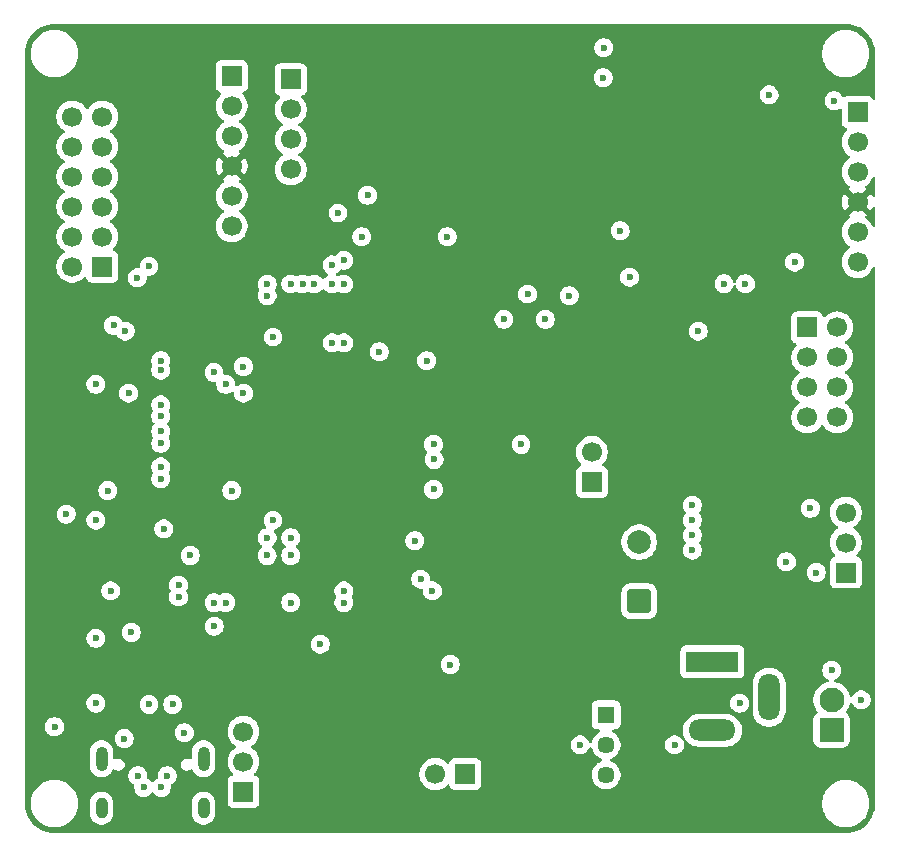
<source format=gbr>
%TF.GenerationSoftware,KiCad,Pcbnew,9.0.3*%
%TF.CreationDate,2025-07-13T20:53:50+12:00*%
%TF.ProjectId,RemiRAT,52656d69-5241-4542-9e6b-696361645f70,rev?*%
%TF.SameCoordinates,Original*%
%TF.FileFunction,Copper,L3,Inr*%
%TF.FilePolarity,Positive*%
%FSLAX46Y46*%
G04 Gerber Fmt 4.6, Leading zero omitted, Abs format (unit mm)*
G04 Created by KiCad (PCBNEW 9.0.3) date 2025-07-13 20:53:50*
%MOMM*%
%LPD*%
G01*
G04 APERTURE LIST*
G04 Aperture macros list*
%AMRoundRect*
0 Rectangle with rounded corners*
0 $1 Rounding radius*
0 $2 $3 $4 $5 $6 $7 $8 $9 X,Y pos of 4 corners*
0 Add a 4 corners polygon primitive as box body*
4,1,4,$2,$3,$4,$5,$6,$7,$8,$9,$2,$3,0*
0 Add four circle primitives for the rounded corners*
1,1,$1+$1,$2,$3*
1,1,$1+$1,$4,$5*
1,1,$1+$1,$6,$7*
1,1,$1+$1,$8,$9*
0 Add four rect primitives between the rounded corners*
20,1,$1+$1,$2,$3,$4,$5,0*
20,1,$1+$1,$4,$5,$6,$7,0*
20,1,$1+$1,$6,$7,$8,$9,0*
20,1,$1+$1,$8,$9,$2,$3,0*%
G04 Aperture macros list end*
%TA.AperFunction,ComponentPad*%
%ADD10R,4.400000X1.800000*%
%TD*%
%TA.AperFunction,ComponentPad*%
%ADD11O,4.000000X1.800000*%
%TD*%
%TA.AperFunction,ComponentPad*%
%ADD12O,1.800000X4.000000*%
%TD*%
%TA.AperFunction,ComponentPad*%
%ADD13R,1.700000X1.700000*%
%TD*%
%TA.AperFunction,ComponentPad*%
%ADD14C,1.700000*%
%TD*%
%TA.AperFunction,ComponentPad*%
%ADD15C,2.100000*%
%TD*%
%TA.AperFunction,ComponentPad*%
%ADD16RoundRect,0.250001X0.799999X-0.799999X0.799999X0.799999X-0.799999X0.799999X-0.799999X-0.799999X0*%
%TD*%
%TA.AperFunction,ComponentPad*%
%ADD17RoundRect,0.250000X0.750000X-0.750000X0.750000X0.750000X-0.750000X0.750000X-0.750000X-0.750000X0*%
%TD*%
%TA.AperFunction,ComponentPad*%
%ADD18C,2.000000*%
%TD*%
%TA.AperFunction,HeatsinkPad*%
%ADD19O,1.000000X2.100000*%
%TD*%
%TA.AperFunction,HeatsinkPad*%
%ADD20O,1.000000X1.800000*%
%TD*%
%TA.AperFunction,ComponentPad*%
%ADD21R,1.448000X1.448000*%
%TD*%
%TA.AperFunction,ComponentPad*%
%ADD22C,1.448000*%
%TD*%
%TA.AperFunction,ViaPad*%
%ADD23C,0.600000*%
%TD*%
G04 APERTURE END LIST*
D10*
%TO.N,VIN*%
%TO.C,J15*%
X175700000Y-106000000D03*
D11*
%TO.N,GND*%
X175700000Y-111800000D03*
D12*
X180500000Y-109000000D03*
%TD*%
D13*
%TO.N,VBUS*%
%TO.C,J14*%
X154775000Y-115500000D03*
D14*
%TO.N,GND*%
X152235000Y-115500000D03*
%TD*%
D15*
%TO.N,GND*%
%TO.C,J10*%
X185800000Y-109230000D03*
D16*
%TO.N,VIN*%
X185800000Y-111770000D03*
%TD*%
D17*
%TO.N,VIN*%
%TO.C,C11*%
X169500000Y-100867677D03*
D18*
%TO.N,GND*%
X169500000Y-95867677D03*
%TD*%
D13*
%TO.N,VBUS*%
%TO.C,J11*%
X136000000Y-117000000D03*
D14*
X136000000Y-114460000D03*
X136000000Y-111920000D03*
%TD*%
D13*
%TO.N,GND*%
%TO.C,J3*%
X188000000Y-59460000D03*
D14*
%TO.N,ESP32TXD0*%
X188000000Y-62000000D03*
%TO.N,ESP32RXD0*%
X188000000Y-64540000D03*
%TO.N,3.3V*%
X188000000Y-67080000D03*
%TO.N,EN*%
X188000000Y-69620000D03*
%TO.N,IO0*%
X188000000Y-72160000D03*
%TD*%
D13*
%TO.N,IO17*%
%TO.C,J9*%
X183725000Y-77690000D03*
D14*
%TO.N,IO5*%
X186265000Y-77690000D03*
%TO.N,IO16*%
X183725000Y-80230000D03*
%TO.N,IO18*%
X186265000Y-80230000D03*
%TO.N,IO4*%
X183725000Y-82770000D03*
%TO.N,IO19*%
X186265000Y-82770000D03*
%TO.N,IO23*%
X183725000Y-85310000D03*
%TO.N,IO21*%
X186265000Y-85310000D03*
%TD*%
D13*
%TO.N,SAM-SPI-NPCS1*%
%TO.C,J7*%
X140000000Y-56690000D03*
D14*
%TO.N,SAM-SPI-MISO*%
X140000000Y-59230000D03*
%TO.N,SAM-SPI-SCK*%
X140000000Y-61770000D03*
%TO.N,SAM-SPI-MOSI*%
X140000000Y-64310000D03*
%TD*%
D13*
%TO.N,CAN_OUT_L*%
%TO.C,J12*%
X165500000Y-90775000D03*
D14*
%TO.N,CAN_OUT_H*%
X165500000Y-88235000D03*
%TD*%
D19*
%TO.N,GND*%
%TO.C,J1*%
X123980000Y-114212500D03*
D20*
X123980000Y-118392500D03*
D19*
X132620000Y-114212500D03*
D20*
X132620000Y-118392500D03*
%TD*%
D13*
%TO.N,GND*%
%TO.C,J12*%
X187000000Y-98440000D03*
D14*
%TO.N,MODBUS_A*%
X187000000Y-95900000D03*
%TO.N,MODBUS_B*%
X187000000Y-93360000D03*
%TD*%
D21*
%TO.N,VIN*%
%TO.C,VR2*%
X166700000Y-110500000D03*
D22*
%TO.N,GND*%
X166700000Y-113040000D03*
%TO.N,VBUS*%
X166700000Y-115580000D03*
%TD*%
D13*
%TO.N,GND*%
%TO.C,J8*%
X124040000Y-72540000D03*
D14*
%TO.N,A1/PWML5/PC22*%
X121500000Y-72540000D03*
%TO.N,3.3VOUT*%
X124040000Y-70000000D03*
%TO.N,A2/PWML6/PC23*%
X121500000Y-70000000D03*
%TO.N,D14/PC16*%
X124040000Y-67460000D03*
%TO.N,SAM_PWML7_PC24_PIN135*%
X121500000Y-67460000D03*
%TO.N,D15/PC17*%
X124040000Y-64920000D03*
%TO.N,SAM_DAC0_PB15_PIN76*%
X121500000Y-64920000D03*
%TO.N,SAM_AD6_PB0_PIN113*%
X124040000Y-62380000D03*
%TO.N,TWCK0/PA18*%
X121500000Y-62380000D03*
%TO.N,SAM_AD5_PA19_PIN71*%
X124040000Y-59840000D03*
%TO.N,TWD0/PA17*%
X121500000Y-59840000D03*
%TD*%
D13*
%TO.N,GND*%
%TO.C,J6*%
X135000000Y-56420000D03*
D14*
%TO.N,UTXD/PA9*%
X135000000Y-58960000D03*
%TO.N,URXD/PA8*%
X135000000Y-61500000D03*
%TO.N,3.3V*%
X135000000Y-64040000D03*
%TO.N,NRSTB*%
X135000000Y-66580000D03*
%TO.N,ERASE/PC0*%
X135000000Y-69120000D03*
%TD*%
D23*
%TO.N,GND*%
X159500000Y-87595000D03*
%TO.N,3.3V*%
X152000000Y-90135000D03*
%TO.N,GND*%
X178000000Y-109500000D03*
X188300000Y-109230000D03*
X185800000Y-106730000D03*
X164500000Y-113040000D03*
X172500000Y-113040000D03*
%TO.N,USBDP*%
X129550000Y-115637500D03*
X127550000Y-116637500D03*
%TO.N,USBDM*%
X129050000Y-116637500D03*
X127050000Y-115637500D03*
%TO.N,GND*%
X167889300Y-69500000D03*
X147500000Y-79750000D03*
X153255000Y-70000000D03*
X140000000Y-97000000D03*
X150500000Y-95750000D03*
X124750000Y-100000000D03*
X123500000Y-82500000D03*
X138020000Y-74020000D03*
X138000000Y-97000000D03*
X120000000Y-111500000D03*
X184500000Y-98440000D03*
X138500000Y-78500000D03*
X121000000Y-93500000D03*
X186000000Y-58500000D03*
X130000000Y-109613500D03*
X144000000Y-68000000D03*
X142500000Y-104500000D03*
X129250000Y-94750000D03*
X144500000Y-101000000D03*
X134481000Y-100980000D03*
X158050000Y-77000000D03*
X127000000Y-73500000D03*
X166500000Y-54000000D03*
X174500000Y-78000000D03*
X123500000Y-104015000D03*
X140000000Y-100980000D03*
X129000000Y-84250000D03*
X146500000Y-66500000D03*
X146000000Y-70000000D03*
X161550000Y-77000000D03*
X184000000Y-93000000D03*
X151000000Y-99000000D03*
X152135000Y-88865000D03*
X181967500Y-97532500D03*
%TO.N,VBUS*%
X130500000Y-99500000D03*
X125900000Y-112500000D03*
X128000000Y-109613500D03*
X123500000Y-109500000D03*
X131000000Y-112000000D03*
%TO.N,3.3V*%
X131500000Y-57500000D03*
X183000000Y-91500000D03*
X146000000Y-102000000D03*
X170500000Y-79900000D03*
X124000000Y-81500000D03*
X145000000Y-118000000D03*
X146000000Y-118000000D03*
X166000000Y-80500000D03*
X151000000Y-98000000D03*
X144000000Y-116500000D03*
X151055000Y-66500000D03*
X144000000Y-117500000D03*
X184240000Y-96260000D03*
X119550000Y-83050000D03*
X156050000Y-80500000D03*
X159000000Y-55500000D03*
%TO.N,VDDCORE*%
X138000000Y-95500000D03*
X151500000Y-80500000D03*
X144500000Y-100000000D03*
X126270000Y-83250000D03*
X140000000Y-95500000D03*
X138000000Y-75000000D03*
X133500000Y-101000000D03*
X136000000Y-83250000D03*
%TO.N,EN*%
X178500000Y-74000000D03*
X166460000Y-56540000D03*
%TO.N,IO22*%
X163591000Y-75000000D03*
X180500000Y-58000000D03*
X125000000Y-77500000D03*
%TO.N,IO0*%
X153500000Y-106230000D03*
X182660000Y-72160000D03*
%TO.N,IO26*%
X126000000Y-78000000D03*
X160050000Y-74862500D03*
%TO.N,TDI/IO12*%
X176690000Y-74000000D03*
X168690000Y-73425000D03*
%TO.N,UTXD/PA9*%
X142000000Y-74013360D03*
X136000000Y-81000000D03*
%TO.N,URXD/PA8*%
X141000000Y-74013360D03*
X134500000Y-82500000D03*
%TO.N,VDDPLL*%
X123500000Y-94000000D03*
X138500000Y-94000000D03*
%TO.N,NRSTB*%
X133500000Y-81500000D03*
X124500000Y-91500000D03*
X140000000Y-74013360D03*
X135000000Y-91500000D03*
X152000000Y-100000000D03*
%TO.N,CANTX0/PA0*%
X129000000Y-89500000D03*
X152095000Y-87595000D03*
%TO.N,CANRX0/PA1*%
X152095000Y-91405000D03*
X129000000Y-90500000D03*
%TO.N,TWCK0/PA18*%
X129000000Y-80500000D03*
%TO.N,TWD0/PA17*%
X129000000Y-81300003D03*
%TO.N,A2/PWML6/PC23*%
X128000000Y-72500000D03*
%TO.N,D15/PC17*%
X144500000Y-79000000D03*
X144500000Y-72000000D03*
X144500000Y-74013360D03*
%TO.N,D14/PC16*%
X143500000Y-79000000D03*
X143500000Y-72400000D03*
X143500000Y-74013360D03*
%TO.N,VBG*%
X126500000Y-103515000D03*
X130500000Y-100500000D03*
%TO.N,VDDUTMI*%
X133520000Y-102980000D03*
X131500000Y-97000000D03*
%TO.N,SAM_USART3_RXD_PD4_PIN17*%
X129000000Y-86500000D03*
X174000000Y-92730000D03*
%TO.N,SAM_USART3_TXD_PD5_PIN18*%
X174000000Y-96540000D03*
X129000000Y-87500000D03*
%TO.N,SAM_A10_PD0_PIN13*%
X174000000Y-95270000D03*
X129000000Y-85193000D03*
X174000000Y-94000000D03*
%TD*%
%TA.AperFunction,Conductor*%
%TO.N,3.3V*%
G36*
X187003736Y-52000726D02*
G01*
X187293796Y-52018271D01*
X187308659Y-52020076D01*
X187590798Y-52071780D01*
X187605335Y-52075363D01*
X187879172Y-52160695D01*
X187893163Y-52166000D01*
X188154743Y-52283727D01*
X188167989Y-52290680D01*
X188413465Y-52439075D01*
X188425776Y-52447573D01*
X188535748Y-52533730D01*
X188651573Y-52624473D01*
X188662781Y-52634403D01*
X188865596Y-52837218D01*
X188875526Y-52848426D01*
X188995481Y-53001538D01*
X189052422Y-53074217D01*
X189060926Y-53086537D01*
X189129215Y-53199500D01*
X189209316Y-53332004D01*
X189216275Y-53345263D01*
X189333997Y-53606831D01*
X189339306Y-53620832D01*
X189424635Y-53894663D01*
X189428219Y-53909201D01*
X189479923Y-54191340D01*
X189481728Y-54206205D01*
X189499274Y-54496263D01*
X189499500Y-54503750D01*
X189499500Y-58269897D01*
X189479815Y-58336936D01*
X189427011Y-58382691D01*
X189357853Y-58392635D01*
X189294297Y-58363610D01*
X189276234Y-58344208D01*
X189207547Y-58252455D01*
X189207544Y-58252452D01*
X189092335Y-58166206D01*
X189092328Y-58166202D01*
X188957482Y-58115908D01*
X188957483Y-58115908D01*
X188897883Y-58109501D01*
X188897881Y-58109500D01*
X188897873Y-58109500D01*
X188897864Y-58109500D01*
X187102129Y-58109500D01*
X187102123Y-58109501D01*
X187042516Y-58115908D01*
X186907671Y-58166202D01*
X186907665Y-58166205D01*
X186898456Y-58173100D01*
X186832992Y-58197516D01*
X186764719Y-58182664D01*
X186715314Y-58133258D01*
X186709588Y-58121290D01*
X186709394Y-58120821D01*
X186709391Y-58120816D01*
X186709390Y-58120814D01*
X186621789Y-57989711D01*
X186621786Y-57989707D01*
X186510292Y-57878213D01*
X186510288Y-57878210D01*
X186379185Y-57790609D01*
X186379172Y-57790602D01*
X186233501Y-57730264D01*
X186233489Y-57730261D01*
X186078845Y-57699500D01*
X186078842Y-57699500D01*
X185921158Y-57699500D01*
X185921155Y-57699500D01*
X185766510Y-57730261D01*
X185766498Y-57730264D01*
X185620827Y-57790602D01*
X185620814Y-57790609D01*
X185489711Y-57878210D01*
X185489707Y-57878213D01*
X185378213Y-57989707D01*
X185378210Y-57989711D01*
X185290609Y-58120814D01*
X185290602Y-58120827D01*
X185230264Y-58266498D01*
X185230261Y-58266510D01*
X185199500Y-58421153D01*
X185199500Y-58578846D01*
X185230261Y-58733489D01*
X185230264Y-58733501D01*
X185290602Y-58879172D01*
X185290609Y-58879185D01*
X185378210Y-59010288D01*
X185378213Y-59010292D01*
X185489707Y-59121786D01*
X185489711Y-59121789D01*
X185620814Y-59209390D01*
X185620827Y-59209397D01*
X185744828Y-59260759D01*
X185766503Y-59269737D01*
X185921153Y-59300499D01*
X185921156Y-59300500D01*
X185921158Y-59300500D01*
X186078844Y-59300500D01*
X186078845Y-59300499D01*
X186233497Y-59269737D01*
X186379179Y-59209394D01*
X186456609Y-59157657D01*
X186523286Y-59136779D01*
X186590666Y-59155263D01*
X186637357Y-59207242D01*
X186649500Y-59260759D01*
X186649500Y-60357870D01*
X186649501Y-60357876D01*
X186655908Y-60417483D01*
X186706202Y-60552328D01*
X186706206Y-60552335D01*
X186792452Y-60667544D01*
X186792455Y-60667547D01*
X186907664Y-60753793D01*
X186907671Y-60753797D01*
X187039082Y-60802810D01*
X187095016Y-60844681D01*
X187119433Y-60910145D01*
X187104582Y-60978418D01*
X187083431Y-61006673D01*
X186969889Y-61120215D01*
X186844951Y-61292179D01*
X186748444Y-61481585D01*
X186682753Y-61683760D01*
X186672494Y-61748536D01*
X186649500Y-61893713D01*
X186649500Y-62106287D01*
X186682754Y-62316243D01*
X186735252Y-62477816D01*
X186748444Y-62518414D01*
X186844951Y-62707820D01*
X186969890Y-62879786D01*
X187120213Y-63030109D01*
X187292182Y-63155050D01*
X187300946Y-63159516D01*
X187351742Y-63207491D01*
X187368536Y-63275312D01*
X187345998Y-63341447D01*
X187300946Y-63380484D01*
X187292182Y-63384949D01*
X187120213Y-63509890D01*
X186969890Y-63660213D01*
X186844951Y-63832179D01*
X186748444Y-64021585D01*
X186682753Y-64223760D01*
X186649500Y-64433713D01*
X186649500Y-64646286D01*
X186674117Y-64801716D01*
X186682754Y-64856243D01*
X186735252Y-65017816D01*
X186748444Y-65058414D01*
X186844951Y-65247820D01*
X186969890Y-65419786D01*
X187120213Y-65570109D01*
X187292179Y-65695048D01*
X187292181Y-65695049D01*
X187292184Y-65695051D01*
X187301493Y-65699794D01*
X187352290Y-65747766D01*
X187369087Y-65815587D01*
X187346552Y-65881722D01*
X187301505Y-65920760D01*
X187292446Y-65925376D01*
X187292440Y-65925380D01*
X187238282Y-65964727D01*
X187238282Y-65964728D01*
X187870591Y-66597037D01*
X187807007Y-66614075D01*
X187692993Y-66679901D01*
X187599901Y-66772993D01*
X187534075Y-66887007D01*
X187517037Y-66950591D01*
X186884728Y-66318282D01*
X186884727Y-66318282D01*
X186845380Y-66372439D01*
X186748904Y-66561782D01*
X186683242Y-66763869D01*
X186683242Y-66763872D01*
X186650000Y-66973753D01*
X186650000Y-67186246D01*
X186683242Y-67396127D01*
X186683242Y-67396130D01*
X186748904Y-67598217D01*
X186845375Y-67787550D01*
X186884728Y-67841716D01*
X187517037Y-67209408D01*
X187534075Y-67272993D01*
X187599901Y-67387007D01*
X187692993Y-67480099D01*
X187807007Y-67545925D01*
X187870590Y-67562962D01*
X187238282Y-68195269D01*
X187238282Y-68195270D01*
X187292452Y-68234626D01*
X187292451Y-68234626D01*
X187301495Y-68239234D01*
X187352292Y-68287208D01*
X187369087Y-68355029D01*
X187346550Y-68421164D01*
X187301499Y-68460202D01*
X187292182Y-68464949D01*
X187120213Y-68589890D01*
X186969890Y-68740213D01*
X186844951Y-68912179D01*
X186748444Y-69101585D01*
X186682753Y-69303760D01*
X186649500Y-69513713D01*
X186649500Y-69726286D01*
X186680364Y-69921158D01*
X186682754Y-69936243D01*
X186734075Y-70094193D01*
X186748444Y-70138414D01*
X186844951Y-70327820D01*
X186969890Y-70499786D01*
X187120213Y-70650109D01*
X187292182Y-70775050D01*
X187300946Y-70779516D01*
X187351742Y-70827491D01*
X187368536Y-70895312D01*
X187345998Y-70961447D01*
X187300946Y-71000484D01*
X187292182Y-71004949D01*
X187120213Y-71129890D01*
X186969890Y-71280213D01*
X186844951Y-71452179D01*
X186748444Y-71641585D01*
X186682753Y-71843760D01*
X186659637Y-71989711D01*
X186649500Y-72053713D01*
X186649500Y-72266287D01*
X186649534Y-72266503D01*
X186674028Y-72421153D01*
X186682754Y-72476243D01*
X186745803Y-72670288D01*
X186748444Y-72678414D01*
X186844951Y-72867820D01*
X186969890Y-73039786D01*
X187120213Y-73190109D01*
X187292179Y-73315048D01*
X187292181Y-73315049D01*
X187292184Y-73315051D01*
X187481588Y-73411557D01*
X187683757Y-73477246D01*
X187893713Y-73510500D01*
X187893714Y-73510500D01*
X188106286Y-73510500D01*
X188106287Y-73510500D01*
X188316243Y-73477246D01*
X188518412Y-73411557D01*
X188707816Y-73315051D01*
X188769081Y-73270540D01*
X188879786Y-73190109D01*
X188879788Y-73190106D01*
X188879792Y-73190104D01*
X189030104Y-73039792D01*
X189030106Y-73039788D01*
X189030109Y-73039786D01*
X189153902Y-72869397D01*
X189155051Y-72867816D01*
X189251557Y-72678412D01*
X189257569Y-72659907D01*
X189297006Y-72602232D01*
X189361365Y-72575034D01*
X189430211Y-72586949D01*
X189481687Y-72634193D01*
X189499500Y-72698226D01*
X189499500Y-117996249D01*
X189499274Y-118003736D01*
X189481728Y-118293794D01*
X189479923Y-118308659D01*
X189428219Y-118590798D01*
X189424635Y-118605336D01*
X189339306Y-118879167D01*
X189333997Y-118893168D01*
X189216275Y-119154736D01*
X189209316Y-119167995D01*
X189060928Y-119413459D01*
X189052422Y-119425782D01*
X188875526Y-119651573D01*
X188865596Y-119662781D01*
X188662781Y-119865596D01*
X188651573Y-119875526D01*
X188425782Y-120052422D01*
X188413459Y-120060928D01*
X188167995Y-120209316D01*
X188154736Y-120216275D01*
X187893168Y-120333997D01*
X187879167Y-120339306D01*
X187605336Y-120424635D01*
X187590798Y-120428219D01*
X187308659Y-120479923D01*
X187293794Y-120481728D01*
X187003736Y-120499274D01*
X186996249Y-120499500D01*
X120003751Y-120499500D01*
X119996264Y-120499274D01*
X119706205Y-120481728D01*
X119691340Y-120479923D01*
X119409201Y-120428219D01*
X119394663Y-120424635D01*
X119120832Y-120339306D01*
X119106831Y-120333997D01*
X118845263Y-120216275D01*
X118832004Y-120209316D01*
X118586540Y-120060928D01*
X118574217Y-120052422D01*
X118507943Y-120000500D01*
X118348426Y-119875526D01*
X118337218Y-119865596D01*
X118134403Y-119662781D01*
X118124473Y-119651573D01*
X118060282Y-119569639D01*
X117947573Y-119425776D01*
X117939075Y-119413465D01*
X117790680Y-119167989D01*
X117783727Y-119154743D01*
X117666000Y-118893163D01*
X117660693Y-118879167D01*
X117575364Y-118605336D01*
X117571780Y-118590798D01*
X117535187Y-118391116D01*
X117520075Y-118308657D01*
X117518271Y-118293794D01*
X117500726Y-118003736D01*
X117500500Y-117996249D01*
X117500500Y-117868872D01*
X117999500Y-117868872D01*
X117999500Y-118131127D01*
X118020436Y-118290140D01*
X118033730Y-118391116D01*
X118089210Y-118598170D01*
X118101602Y-118644418D01*
X118101605Y-118644428D01*
X118201953Y-118886690D01*
X118201958Y-118886700D01*
X118333075Y-119113803D01*
X118492718Y-119321851D01*
X118492726Y-119321860D01*
X118678140Y-119507274D01*
X118678148Y-119507281D01*
X118886196Y-119666924D01*
X119113299Y-119798041D01*
X119113309Y-119798046D01*
X119289202Y-119870903D01*
X119355581Y-119898398D01*
X119608884Y-119966270D01*
X119868880Y-120000500D01*
X119868887Y-120000500D01*
X120131113Y-120000500D01*
X120131120Y-120000500D01*
X120391116Y-119966270D01*
X120644419Y-119898398D01*
X120886697Y-119798043D01*
X121113803Y-119666924D01*
X121321851Y-119507282D01*
X121321855Y-119507277D01*
X121321860Y-119507274D01*
X121507274Y-119321860D01*
X121507277Y-119321855D01*
X121507282Y-119321851D01*
X121666924Y-119113803D01*
X121795534Y-118891043D01*
X122979499Y-118891043D01*
X123017947Y-119084329D01*
X123017950Y-119084339D01*
X123093364Y-119266407D01*
X123093371Y-119266420D01*
X123202860Y-119430281D01*
X123202863Y-119430285D01*
X123342214Y-119569636D01*
X123342218Y-119569639D01*
X123506079Y-119679128D01*
X123506092Y-119679135D01*
X123688160Y-119754549D01*
X123688165Y-119754551D01*
X123688169Y-119754551D01*
X123688170Y-119754552D01*
X123881456Y-119793000D01*
X123881459Y-119793000D01*
X124078543Y-119793000D01*
X124208582Y-119767132D01*
X124271835Y-119754551D01*
X124453914Y-119679132D01*
X124617782Y-119569639D01*
X124757139Y-119430282D01*
X124866632Y-119266414D01*
X124942051Y-119084335D01*
X124980500Y-118891043D01*
X131619499Y-118891043D01*
X131657947Y-119084329D01*
X131657950Y-119084339D01*
X131733364Y-119266407D01*
X131733371Y-119266420D01*
X131842860Y-119430281D01*
X131842863Y-119430285D01*
X131982214Y-119569636D01*
X131982218Y-119569639D01*
X132146079Y-119679128D01*
X132146092Y-119679135D01*
X132328160Y-119754549D01*
X132328165Y-119754551D01*
X132328169Y-119754551D01*
X132328170Y-119754552D01*
X132521456Y-119793000D01*
X132521459Y-119793000D01*
X132718543Y-119793000D01*
X132848582Y-119767132D01*
X132911835Y-119754551D01*
X133093914Y-119679132D01*
X133257782Y-119569639D01*
X133397139Y-119430282D01*
X133506632Y-119266414D01*
X133582051Y-119084335D01*
X133620500Y-118891041D01*
X133620500Y-117893959D01*
X133620500Y-117893956D01*
X133582052Y-117700670D01*
X133582051Y-117700669D01*
X133582051Y-117700665D01*
X133544035Y-117608885D01*
X133506635Y-117518592D01*
X133506628Y-117518579D01*
X133397139Y-117354718D01*
X133397136Y-117354714D01*
X133257785Y-117215363D01*
X133257781Y-117215360D01*
X133093920Y-117105871D01*
X133093907Y-117105864D01*
X132911839Y-117030450D01*
X132911829Y-117030447D01*
X132718543Y-116992000D01*
X132718541Y-116992000D01*
X132521459Y-116992000D01*
X132521457Y-116992000D01*
X132328170Y-117030447D01*
X132328160Y-117030450D01*
X132146092Y-117105864D01*
X132146079Y-117105871D01*
X131982218Y-117215360D01*
X131982214Y-117215363D01*
X131842863Y-117354714D01*
X131842860Y-117354718D01*
X131733371Y-117518579D01*
X131733364Y-117518592D01*
X131657950Y-117700660D01*
X131657947Y-117700670D01*
X131619500Y-117893956D01*
X131619500Y-117893959D01*
X131619500Y-118891041D01*
X131619500Y-118891043D01*
X131619499Y-118891043D01*
X124980500Y-118891043D01*
X124980500Y-118891041D01*
X124980500Y-117893959D01*
X124980500Y-117893956D01*
X124942052Y-117700670D01*
X124942051Y-117700669D01*
X124942051Y-117700665D01*
X124904035Y-117608885D01*
X124866635Y-117518592D01*
X124866628Y-117518579D01*
X124757139Y-117354718D01*
X124757136Y-117354714D01*
X124617785Y-117215363D01*
X124617781Y-117215360D01*
X124453920Y-117105871D01*
X124453907Y-117105864D01*
X124271839Y-117030450D01*
X124271829Y-117030447D01*
X124078543Y-116992000D01*
X124078541Y-116992000D01*
X123881459Y-116992000D01*
X123881457Y-116992000D01*
X123688170Y-117030447D01*
X123688160Y-117030450D01*
X123506092Y-117105864D01*
X123506079Y-117105871D01*
X123342218Y-117215360D01*
X123342214Y-117215363D01*
X123202863Y-117354714D01*
X123202860Y-117354718D01*
X123093371Y-117518579D01*
X123093364Y-117518592D01*
X123017950Y-117700660D01*
X123017947Y-117700670D01*
X122979500Y-117893956D01*
X122979500Y-117893959D01*
X122979500Y-118891041D01*
X122979500Y-118891043D01*
X122979499Y-118891043D01*
X121795534Y-118891043D01*
X121798043Y-118886697D01*
X121898398Y-118644419D01*
X121966270Y-118391116D01*
X122000500Y-118131120D01*
X122000500Y-117868880D01*
X121966270Y-117608884D01*
X121898398Y-117355581D01*
X121894798Y-117346890D01*
X121798046Y-117113309D01*
X121798041Y-117113299D01*
X121666924Y-116886196D01*
X121507281Y-116678148D01*
X121507274Y-116678140D01*
X121321860Y-116492726D01*
X121321851Y-116492718D01*
X121113803Y-116333075D01*
X120886700Y-116201958D01*
X120886690Y-116201953D01*
X120644428Y-116101605D01*
X120644421Y-116101603D01*
X120644419Y-116101602D01*
X120391116Y-116033730D01*
X120333339Y-116026123D01*
X120131127Y-115999500D01*
X120131120Y-115999500D01*
X119868880Y-115999500D01*
X119868872Y-115999500D01*
X119637772Y-116029926D01*
X119608884Y-116033730D01*
X119355581Y-116101602D01*
X119355571Y-116101605D01*
X119113309Y-116201953D01*
X119113299Y-116201958D01*
X118886196Y-116333075D01*
X118678148Y-116492718D01*
X118492718Y-116678148D01*
X118333075Y-116886196D01*
X118201958Y-117113299D01*
X118201953Y-117113309D01*
X118101605Y-117355571D01*
X118101602Y-117355581D01*
X118033730Y-117608885D01*
X117999500Y-117868872D01*
X117500500Y-117868872D01*
X117500500Y-114861043D01*
X122979499Y-114861043D01*
X123017947Y-115054329D01*
X123017950Y-115054339D01*
X123093364Y-115236407D01*
X123093371Y-115236420D01*
X123202860Y-115400281D01*
X123202863Y-115400285D01*
X123342214Y-115539636D01*
X123342218Y-115539639D01*
X123506079Y-115649128D01*
X123506092Y-115649135D01*
X123668349Y-115716343D01*
X123688165Y-115724551D01*
X123688169Y-115724551D01*
X123688170Y-115724552D01*
X123881456Y-115763000D01*
X123881459Y-115763000D01*
X124078543Y-115763000D01*
X124208582Y-115737132D01*
X124271835Y-115724551D01*
X124453914Y-115649132D01*
X124589326Y-115558653D01*
X126249500Y-115558653D01*
X126249500Y-115716346D01*
X126280261Y-115870989D01*
X126280264Y-115871001D01*
X126340602Y-116016672D01*
X126340609Y-116016685D01*
X126428210Y-116147788D01*
X126428213Y-116147792D01*
X126539707Y-116259286D01*
X126539711Y-116259289D01*
X126670817Y-116346892D01*
X126670819Y-116346893D01*
X126670821Y-116346894D01*
X126688402Y-116354176D01*
X126688409Y-116354179D01*
X126742812Y-116398020D01*
X126764877Y-116464314D01*
X126762573Y-116492931D01*
X126749500Y-116558653D01*
X126749500Y-116716346D01*
X126780261Y-116870989D01*
X126780264Y-116871001D01*
X126840602Y-117016672D01*
X126840609Y-117016685D01*
X126928210Y-117147788D01*
X126928213Y-117147792D01*
X127039707Y-117259286D01*
X127039711Y-117259289D01*
X127170814Y-117346890D01*
X127170827Y-117346897D01*
X127316498Y-117407235D01*
X127316503Y-117407237D01*
X127471153Y-117437999D01*
X127471156Y-117438000D01*
X127471158Y-117438000D01*
X127628844Y-117438000D01*
X127628845Y-117437999D01*
X127783497Y-117407237D01*
X127929179Y-117346894D01*
X128060289Y-117259289D01*
X128171789Y-117147789D01*
X128179145Y-117136779D01*
X128196898Y-117110212D01*
X128250510Y-117065406D01*
X128319835Y-117056699D01*
X128382862Y-117086853D01*
X128403102Y-117110212D01*
X128428207Y-117147784D01*
X128428213Y-117147792D01*
X128539707Y-117259286D01*
X128539711Y-117259289D01*
X128670814Y-117346890D01*
X128670827Y-117346897D01*
X128816498Y-117407235D01*
X128816503Y-117407237D01*
X128971153Y-117437999D01*
X128971156Y-117438000D01*
X128971158Y-117438000D01*
X129128844Y-117438000D01*
X129128845Y-117437999D01*
X129283497Y-117407237D01*
X129429179Y-117346894D01*
X129560289Y-117259289D01*
X129671789Y-117147789D01*
X129759394Y-117016679D01*
X129819737Y-116870997D01*
X129850500Y-116716342D01*
X129850500Y-116558658D01*
X129850500Y-116558655D01*
X129837426Y-116492931D01*
X129843653Y-116423340D01*
X129886515Y-116368162D01*
X129911589Y-116354179D01*
X129929179Y-116346894D01*
X130060289Y-116259289D01*
X130171789Y-116147789D01*
X130259394Y-116016679D01*
X130319737Y-115870997D01*
X130350500Y-115716342D01*
X130350500Y-115558658D01*
X130350500Y-115558655D01*
X130350499Y-115558653D01*
X130341746Y-115514649D01*
X130319737Y-115404003D01*
X130293138Y-115339786D01*
X130259397Y-115258327D01*
X130259390Y-115258314D01*
X130171789Y-115127211D01*
X130171786Y-115127207D01*
X130060292Y-115015713D01*
X130060288Y-115015710D01*
X129929185Y-114928109D01*
X129929172Y-114928102D01*
X129783501Y-114867764D01*
X129783489Y-114867761D01*
X129628845Y-114837000D01*
X129628842Y-114837000D01*
X129471158Y-114837000D01*
X129471155Y-114837000D01*
X129316510Y-114867761D01*
X129316498Y-114867764D01*
X129170827Y-114928102D01*
X129170814Y-114928109D01*
X129039711Y-115015710D01*
X129039707Y-115015713D01*
X128928213Y-115127207D01*
X128928210Y-115127211D01*
X128840609Y-115258314D01*
X128840602Y-115258327D01*
X128780264Y-115403998D01*
X128780261Y-115404010D01*
X128749500Y-115558653D01*
X128749500Y-115716346D01*
X128762573Y-115782068D01*
X128756346Y-115851659D01*
X128713483Y-115906837D01*
X128688411Y-115920819D01*
X128670826Y-115928103D01*
X128670814Y-115928109D01*
X128539711Y-116015710D01*
X128539707Y-116015713D01*
X128428213Y-116127207D01*
X128403102Y-116164789D01*
X128349489Y-116209593D01*
X128280164Y-116218300D01*
X128217137Y-116188145D01*
X128196898Y-116164789D01*
X128185538Y-116147788D01*
X128171789Y-116127211D01*
X128171788Y-116127210D01*
X128171786Y-116127207D01*
X128060292Y-116015713D01*
X128060288Y-116015710D01*
X127929185Y-115928109D01*
X127929179Y-115928106D01*
X127911589Y-115920820D01*
X127857186Y-115876978D01*
X127835122Y-115810684D01*
X127837426Y-115782068D01*
X127850500Y-115716342D01*
X127850500Y-115558658D01*
X127850500Y-115558655D01*
X127850499Y-115558653D01*
X127841746Y-115514649D01*
X127819737Y-115404003D01*
X127793138Y-115339786D01*
X127759397Y-115258327D01*
X127759390Y-115258314D01*
X127671789Y-115127211D01*
X127671786Y-115127207D01*
X127560292Y-115015713D01*
X127560288Y-115015710D01*
X127429185Y-114928109D01*
X127429172Y-114928102D01*
X127283501Y-114867764D01*
X127283489Y-114867761D01*
X127128845Y-114837000D01*
X127128842Y-114837000D01*
X126971158Y-114837000D01*
X126971155Y-114837000D01*
X126816510Y-114867761D01*
X126816498Y-114867764D01*
X126670827Y-114928102D01*
X126670814Y-114928109D01*
X126539711Y-115015710D01*
X126539707Y-115015713D01*
X126428213Y-115127207D01*
X126428210Y-115127211D01*
X126340609Y-115258314D01*
X126340602Y-115258327D01*
X126280264Y-115403998D01*
X126280261Y-115404010D01*
X126249500Y-115558653D01*
X124589326Y-115558653D01*
X124617782Y-115539639D01*
X124642772Y-115514649D01*
X124692537Y-115464885D01*
X124757136Y-115400285D01*
X124757139Y-115400282D01*
X124866632Y-115236414D01*
X124893029Y-115172683D01*
X124936869Y-115118282D01*
X125003163Y-115096216D01*
X125070862Y-115113494D01*
X125084147Y-115123814D01*
X125084574Y-115123258D01*
X125091016Y-115128201D01*
X125091019Y-115128204D01*
X125091022Y-115128205D01*
X125091025Y-115128208D01*
X125209473Y-115196593D01*
X125209480Y-115196597D01*
X125341606Y-115232000D01*
X125341608Y-115232000D01*
X125478392Y-115232000D01*
X125478394Y-115232000D01*
X125610520Y-115196597D01*
X125728981Y-115128204D01*
X125825704Y-115031481D01*
X125894097Y-114913020D01*
X125929500Y-114780894D01*
X125929500Y-114644106D01*
X130670500Y-114644106D01*
X130670500Y-114780894D01*
X130693777Y-114867763D01*
X130705903Y-114913019D01*
X130705906Y-114913026D01*
X130774291Y-115031474D01*
X130774295Y-115031479D01*
X130774296Y-115031481D01*
X130871019Y-115128204D01*
X130871021Y-115128205D01*
X130871025Y-115128208D01*
X130989473Y-115196593D01*
X130989480Y-115196597D01*
X131121606Y-115232000D01*
X131121608Y-115232000D01*
X131258392Y-115232000D01*
X131258394Y-115232000D01*
X131390520Y-115196597D01*
X131508981Y-115128204D01*
X131508986Y-115128198D01*
X131515426Y-115123258D01*
X131517245Y-115125628D01*
X131566010Y-115098980D01*
X131635704Y-115103941D01*
X131691651Y-115145793D01*
X131706970Y-115172684D01*
X131733366Y-115236411D01*
X131733371Y-115236420D01*
X131842860Y-115400281D01*
X131842863Y-115400285D01*
X131982214Y-115539636D01*
X131982218Y-115539639D01*
X132146079Y-115649128D01*
X132146092Y-115649135D01*
X132308349Y-115716343D01*
X132328165Y-115724551D01*
X132328169Y-115724551D01*
X132328170Y-115724552D01*
X132521456Y-115763000D01*
X132521459Y-115763000D01*
X132718543Y-115763000D01*
X132848582Y-115737132D01*
X132911835Y-115724551D01*
X133093914Y-115649132D01*
X133257782Y-115539639D01*
X133397139Y-115400282D01*
X133506632Y-115236414D01*
X133582051Y-115054335D01*
X133607161Y-114928102D01*
X133620500Y-114861043D01*
X133620500Y-113563956D01*
X133582052Y-113370670D01*
X133582051Y-113370669D01*
X133582051Y-113370665D01*
X133563858Y-113326742D01*
X133506635Y-113188592D01*
X133506628Y-113188579D01*
X133397139Y-113024718D01*
X133397136Y-113024714D01*
X133257785Y-112885363D01*
X133257781Y-112885360D01*
X133093920Y-112775871D01*
X133093907Y-112775864D01*
X132911839Y-112700450D01*
X132911829Y-112700447D01*
X132718543Y-112662000D01*
X132718541Y-112662000D01*
X132521459Y-112662000D01*
X132521457Y-112662000D01*
X132328170Y-112700447D01*
X132328160Y-112700450D01*
X132146092Y-112775864D01*
X132146079Y-112775871D01*
X131982218Y-112885360D01*
X131982214Y-112885363D01*
X131842863Y-113024714D01*
X131842860Y-113024718D01*
X131733371Y-113188579D01*
X131733364Y-113188592D01*
X131657950Y-113370660D01*
X131657947Y-113370670D01*
X131619500Y-113563956D01*
X131619500Y-114145830D01*
X131599815Y-114212869D01*
X131547011Y-114258624D01*
X131477853Y-114268568D01*
X131433501Y-114253218D01*
X131425230Y-114248443D01*
X131390520Y-114228403D01*
X131258394Y-114193000D01*
X131121606Y-114193000D01*
X130989480Y-114228403D01*
X130989473Y-114228406D01*
X130871025Y-114296791D01*
X130871017Y-114296797D01*
X130774297Y-114393517D01*
X130774291Y-114393525D01*
X130705906Y-114511973D01*
X130705904Y-114511977D01*
X130705903Y-114511980D01*
X130670500Y-114644106D01*
X125929500Y-114644106D01*
X125894097Y-114511980D01*
X125839500Y-114417414D01*
X125825708Y-114393525D01*
X125825702Y-114393517D01*
X125728982Y-114296797D01*
X125728974Y-114296791D01*
X125610526Y-114228406D01*
X125610522Y-114228404D01*
X125610520Y-114228403D01*
X125478394Y-114193000D01*
X125341606Y-114193000D01*
X125209480Y-114228403D01*
X125209479Y-114228403D01*
X125166499Y-114253218D01*
X125098599Y-114269690D01*
X125032572Y-114246837D01*
X124989382Y-114191915D01*
X124980500Y-114145830D01*
X124980500Y-113563956D01*
X124942052Y-113370670D01*
X124942051Y-113370669D01*
X124942051Y-113370665D01*
X124923858Y-113326742D01*
X124866635Y-113188592D01*
X124866628Y-113188579D01*
X124757139Y-113024718D01*
X124757136Y-113024714D01*
X124617785Y-112885363D01*
X124617781Y-112885360D01*
X124453920Y-112775871D01*
X124453907Y-112775864D01*
X124271839Y-112700450D01*
X124271829Y-112700447D01*
X124078543Y-112662000D01*
X124078541Y-112662000D01*
X123881459Y-112662000D01*
X123881457Y-112662000D01*
X123688170Y-112700447D01*
X123688160Y-112700450D01*
X123506092Y-112775864D01*
X123506079Y-112775871D01*
X123342218Y-112885360D01*
X123342214Y-112885363D01*
X123202863Y-113024714D01*
X123202860Y-113024718D01*
X123093371Y-113188579D01*
X123093364Y-113188592D01*
X123017950Y-113370660D01*
X123017947Y-113370670D01*
X122979500Y-113563956D01*
X122979500Y-113563959D01*
X122979500Y-114861041D01*
X122979500Y-114861043D01*
X122979499Y-114861043D01*
X117500500Y-114861043D01*
X117500500Y-112421153D01*
X125099500Y-112421153D01*
X125099500Y-112578846D01*
X125130261Y-112733489D01*
X125130264Y-112733501D01*
X125190602Y-112879172D01*
X125190609Y-112879185D01*
X125278210Y-113010288D01*
X125278213Y-113010292D01*
X125389707Y-113121786D01*
X125389711Y-113121789D01*
X125520814Y-113209390D01*
X125520827Y-113209397D01*
X125630473Y-113254813D01*
X125666503Y-113269737D01*
X125821078Y-113300484D01*
X125821153Y-113300499D01*
X125821156Y-113300500D01*
X125821158Y-113300500D01*
X125978844Y-113300500D01*
X125978845Y-113300499D01*
X126133497Y-113269737D01*
X126279179Y-113209394D01*
X126410289Y-113121789D01*
X126521789Y-113010289D01*
X126609394Y-112879179D01*
X126669737Y-112733497D01*
X126700500Y-112578842D01*
X126700500Y-112421158D01*
X126700500Y-112421155D01*
X126700499Y-112421153D01*
X126695938Y-112398222D01*
X126669737Y-112266503D01*
X126612348Y-112127952D01*
X126609397Y-112120827D01*
X126609390Y-112120814D01*
X126521790Y-111989712D01*
X126521784Y-111989705D01*
X126453232Y-111921153D01*
X130199500Y-111921153D01*
X130199500Y-112078846D01*
X130230261Y-112233489D01*
X130230264Y-112233501D01*
X130290602Y-112379172D01*
X130290609Y-112379185D01*
X130378210Y-112510288D01*
X130378213Y-112510292D01*
X130489707Y-112621786D01*
X130489711Y-112621789D01*
X130620814Y-112709390D01*
X130620827Y-112709397D01*
X130766498Y-112769735D01*
X130766503Y-112769737D01*
X130917569Y-112799786D01*
X130921153Y-112800499D01*
X130921156Y-112800500D01*
X130921158Y-112800500D01*
X131078844Y-112800500D01*
X131078845Y-112800499D01*
X131233497Y-112769737D01*
X131346826Y-112722795D01*
X131379172Y-112709397D01*
X131379172Y-112709396D01*
X131379179Y-112709394D01*
X131510289Y-112621789D01*
X131621789Y-112510289D01*
X131709394Y-112379179D01*
X131769737Y-112233497D01*
X131800500Y-112078842D01*
X131800500Y-111921158D01*
X131800500Y-111921155D01*
X131782971Y-111833033D01*
X131782971Y-111833032D01*
X131779128Y-111813713D01*
X134649500Y-111813713D01*
X134649500Y-112026286D01*
X134682319Y-112233501D01*
X134682754Y-112236243D01*
X134742835Y-112421153D01*
X134748444Y-112438414D01*
X134844951Y-112627820D01*
X134969890Y-112799786D01*
X135120213Y-112950109D01*
X135292182Y-113075050D01*
X135300946Y-113079516D01*
X135351742Y-113127491D01*
X135368536Y-113195312D01*
X135345998Y-113261447D01*
X135300946Y-113300484D01*
X135292182Y-113304949D01*
X135120213Y-113429890D01*
X134969890Y-113580213D01*
X134844951Y-113752179D01*
X134748444Y-113941585D01*
X134682753Y-114143760D01*
X134658515Y-114296796D01*
X134649500Y-114353713D01*
X134649500Y-114566287D01*
X134682754Y-114776243D01*
X134745720Y-114970033D01*
X134748444Y-114978414D01*
X134844951Y-115167820D01*
X134969890Y-115339786D01*
X135083430Y-115453326D01*
X135116915Y-115514649D01*
X135111931Y-115584341D01*
X135070059Y-115640274D01*
X135039083Y-115657189D01*
X134907669Y-115706203D01*
X134907664Y-115706206D01*
X134792455Y-115792452D01*
X134792452Y-115792455D01*
X134706206Y-115907664D01*
X134706202Y-115907671D01*
X134655908Y-116042517D01*
X134649556Y-116101602D01*
X134649501Y-116102123D01*
X134649500Y-116102135D01*
X134649500Y-117897870D01*
X134649501Y-117897876D01*
X134655908Y-117957483D01*
X134706202Y-118092328D01*
X134706206Y-118092335D01*
X134792452Y-118207544D01*
X134792455Y-118207547D01*
X134907664Y-118293793D01*
X134907671Y-118293797D01*
X135042517Y-118344091D01*
X135042516Y-118344091D01*
X135049444Y-118344835D01*
X135102127Y-118350500D01*
X136897872Y-118350499D01*
X136957483Y-118344091D01*
X137092331Y-118293796D01*
X137207546Y-118207546D01*
X137293796Y-118092331D01*
X137344091Y-117957483D01*
X137350500Y-117897873D01*
X137350500Y-117868872D01*
X184999500Y-117868872D01*
X184999500Y-118131127D01*
X185020436Y-118290140D01*
X185033730Y-118391116D01*
X185089210Y-118598170D01*
X185101602Y-118644418D01*
X185101605Y-118644428D01*
X185201953Y-118886690D01*
X185201958Y-118886700D01*
X185333075Y-119113803D01*
X185492718Y-119321851D01*
X185492726Y-119321860D01*
X185678140Y-119507274D01*
X185678148Y-119507281D01*
X185886196Y-119666924D01*
X186113299Y-119798041D01*
X186113309Y-119798046D01*
X186289202Y-119870903D01*
X186355581Y-119898398D01*
X186608884Y-119966270D01*
X186868880Y-120000500D01*
X186868887Y-120000500D01*
X187131113Y-120000500D01*
X187131120Y-120000500D01*
X187391116Y-119966270D01*
X187644419Y-119898398D01*
X187886697Y-119798043D01*
X188113803Y-119666924D01*
X188321851Y-119507282D01*
X188321855Y-119507277D01*
X188321860Y-119507274D01*
X188507274Y-119321860D01*
X188507277Y-119321855D01*
X188507282Y-119321851D01*
X188666924Y-119113803D01*
X188798043Y-118886697D01*
X188898398Y-118644419D01*
X188966270Y-118391116D01*
X189000500Y-118131120D01*
X189000500Y-117868880D01*
X188966270Y-117608884D01*
X188898398Y-117355581D01*
X188894798Y-117346890D01*
X188798046Y-117113309D01*
X188798041Y-117113299D01*
X188666924Y-116886196D01*
X188507281Y-116678148D01*
X188507274Y-116678140D01*
X188321860Y-116492726D01*
X188321851Y-116492718D01*
X188113803Y-116333075D01*
X187886700Y-116201958D01*
X187886690Y-116201953D01*
X187644428Y-116101605D01*
X187644421Y-116101603D01*
X187644419Y-116101602D01*
X187391116Y-116033730D01*
X187333339Y-116026123D01*
X187131127Y-115999500D01*
X187131120Y-115999500D01*
X186868880Y-115999500D01*
X186868872Y-115999500D01*
X186637772Y-116029926D01*
X186608884Y-116033730D01*
X186355581Y-116101602D01*
X186355571Y-116101605D01*
X186113309Y-116201953D01*
X186113299Y-116201958D01*
X185886196Y-116333075D01*
X185678148Y-116492718D01*
X185492718Y-116678148D01*
X185333075Y-116886196D01*
X185201958Y-117113299D01*
X185201953Y-117113309D01*
X185101605Y-117355571D01*
X185101602Y-117355581D01*
X185033730Y-117608885D01*
X184999500Y-117868872D01*
X137350500Y-117868872D01*
X137350499Y-116992000D01*
X137350499Y-116102129D01*
X137350498Y-116102123D01*
X137350497Y-116102116D01*
X137344091Y-116042517D01*
X137335101Y-116018414D01*
X137293797Y-115907671D01*
X137293793Y-115907664D01*
X137207547Y-115792455D01*
X137207544Y-115792452D01*
X137092335Y-115706206D01*
X137092328Y-115706202D01*
X136960917Y-115657189D01*
X136934345Y-115637298D01*
X136907205Y-115618197D01*
X136906494Y-115616449D01*
X136904983Y-115615318D01*
X136893382Y-115584216D01*
X136880879Y-115553477D01*
X136881225Y-115551622D01*
X136880566Y-115549853D01*
X136887623Y-115517411D01*
X136893722Y-115484798D01*
X136895144Y-115482838D01*
X136895418Y-115481580D01*
X136914035Y-115455935D01*
X136915258Y-115454637D01*
X136976183Y-115393713D01*
X150884500Y-115393713D01*
X150884500Y-115606287D01*
X150892359Y-115655909D01*
X150916873Y-115810684D01*
X150917754Y-115816243D01*
X150982565Y-116015711D01*
X150983444Y-116018414D01*
X151079951Y-116207820D01*
X151204890Y-116379786D01*
X151355213Y-116530109D01*
X151527179Y-116655048D01*
X151527181Y-116655049D01*
X151527184Y-116655051D01*
X151716588Y-116751557D01*
X151918757Y-116817246D01*
X152128713Y-116850500D01*
X152128714Y-116850500D01*
X152341286Y-116850500D01*
X152341287Y-116850500D01*
X152551243Y-116817246D01*
X152753412Y-116751557D01*
X152942816Y-116655051D01*
X153075495Y-116558655D01*
X153114784Y-116530110D01*
X153114784Y-116530109D01*
X153114792Y-116530104D01*
X153228329Y-116416566D01*
X153289648Y-116383084D01*
X153359340Y-116388068D01*
X153415274Y-116429939D01*
X153432189Y-116460917D01*
X153481202Y-116592328D01*
X153481206Y-116592335D01*
X153567452Y-116707544D01*
X153567455Y-116707547D01*
X153682664Y-116793793D01*
X153682671Y-116793797D01*
X153817517Y-116844091D01*
X153817516Y-116844091D01*
X153824444Y-116844835D01*
X153877127Y-116850500D01*
X155672872Y-116850499D01*
X155732483Y-116844091D01*
X155867331Y-116793796D01*
X155982546Y-116707546D01*
X156068796Y-116592331D01*
X156119091Y-116457483D01*
X156125500Y-116397873D01*
X156125499Y-114602128D01*
X156119091Y-114542517D01*
X156117810Y-114539083D01*
X156068797Y-114407671D01*
X156068793Y-114407664D01*
X155982547Y-114292455D01*
X155982544Y-114292452D01*
X155867335Y-114206206D01*
X155867328Y-114206202D01*
X155732482Y-114155908D01*
X155732483Y-114155908D01*
X155672883Y-114149501D01*
X155672881Y-114149500D01*
X155672873Y-114149500D01*
X155672864Y-114149500D01*
X153877129Y-114149500D01*
X153877123Y-114149501D01*
X153817516Y-114155908D01*
X153682671Y-114206202D01*
X153682664Y-114206206D01*
X153567455Y-114292452D01*
X153567452Y-114292455D01*
X153481206Y-114407664D01*
X153481203Y-114407669D01*
X153432189Y-114539083D01*
X153390317Y-114595016D01*
X153324853Y-114619433D01*
X153256580Y-114604581D01*
X153228326Y-114583430D01*
X153114786Y-114469890D01*
X152942820Y-114344951D01*
X152753414Y-114248444D01*
X152753413Y-114248443D01*
X152753412Y-114248443D01*
X152551243Y-114182754D01*
X152551241Y-114182753D01*
X152551240Y-114182753D01*
X152389957Y-114157208D01*
X152341287Y-114149500D01*
X152128713Y-114149500D01*
X152080042Y-114157208D01*
X151918760Y-114182753D01*
X151826073Y-114212869D01*
X151778265Y-114228403D01*
X151716585Y-114248444D01*
X151527179Y-114344951D01*
X151355213Y-114469890D01*
X151204890Y-114620213D01*
X151079951Y-114792179D01*
X150983444Y-114981585D01*
X150917753Y-115183760D01*
X150909413Y-115236420D01*
X150884500Y-115393713D01*
X136976183Y-115393713D01*
X137030104Y-115339792D01*
X137155051Y-115167816D01*
X137251557Y-114978412D01*
X137317246Y-114776243D01*
X137350500Y-114566287D01*
X137350500Y-114353713D01*
X137317246Y-114143757D01*
X137251557Y-113941588D01*
X137155051Y-113752184D01*
X137155049Y-113752181D01*
X137155048Y-113752179D01*
X137030109Y-113580213D01*
X136879786Y-113429890D01*
X136707820Y-113304951D01*
X136707115Y-113304591D01*
X136699054Y-113300485D01*
X136648259Y-113252512D01*
X136631463Y-113184692D01*
X136653999Y-113118556D01*
X136699054Y-113079515D01*
X136707816Y-113075051D01*
X136777094Y-113024718D01*
X136864585Y-112961153D01*
X163699500Y-112961153D01*
X163699500Y-113118846D01*
X163730261Y-113273489D01*
X163730264Y-113273501D01*
X163790602Y-113419172D01*
X163790609Y-113419185D01*
X163878210Y-113550288D01*
X163878213Y-113550292D01*
X163989707Y-113661786D01*
X163989711Y-113661789D01*
X164120814Y-113749390D01*
X164120827Y-113749397D01*
X164266498Y-113809735D01*
X164266503Y-113809737D01*
X164407122Y-113837708D01*
X164421153Y-113840499D01*
X164421156Y-113840500D01*
X164421158Y-113840500D01*
X164578844Y-113840500D01*
X164578845Y-113840499D01*
X164733497Y-113809737D01*
X164872443Y-113752184D01*
X164879172Y-113749397D01*
X164879172Y-113749396D01*
X164879179Y-113749394D01*
X165010289Y-113661789D01*
X165121789Y-113550289D01*
X165209394Y-113419179D01*
X165266042Y-113282415D01*
X165309881Y-113228015D01*
X165376175Y-113205949D01*
X165443874Y-113223228D01*
X165491485Y-113274364D01*
X165503075Y-113310469D01*
X165505653Y-113326743D01*
X165565210Y-113510042D01*
X165600964Y-113580213D01*
X165652714Y-113681778D01*
X165766004Y-113837708D01*
X165902292Y-113973996D01*
X166058222Y-114087286D01*
X166192901Y-114155908D01*
X166229957Y-114174789D01*
X166283138Y-114192069D01*
X166340814Y-114231507D01*
X166368012Y-114295865D01*
X166356097Y-114364712D01*
X166308853Y-114416187D01*
X166283138Y-114427931D01*
X166229957Y-114445210D01*
X166058221Y-114532714D01*
X165972471Y-114595016D01*
X165902292Y-114646004D01*
X165902290Y-114646006D01*
X165902289Y-114646006D01*
X165766006Y-114782289D01*
X165766006Y-114782290D01*
X165766004Y-114782292D01*
X165758821Y-114792179D01*
X165652714Y-114938221D01*
X165565210Y-115109957D01*
X165505652Y-115293257D01*
X165505652Y-115293260D01*
X165505652Y-115293262D01*
X165475500Y-115483630D01*
X165475500Y-115676370D01*
X165489221Y-115763000D01*
X165505652Y-115866739D01*
X165505652Y-115866742D01*
X165565210Y-116050042D01*
X165591750Y-116102129D01*
X165652714Y-116221778D01*
X165766004Y-116377708D01*
X165902292Y-116513996D01*
X166058222Y-116627286D01*
X166158029Y-116678140D01*
X166229957Y-116714789D01*
X166343112Y-116751555D01*
X166413262Y-116774348D01*
X166603630Y-116804500D01*
X166603631Y-116804500D01*
X166796369Y-116804500D01*
X166796370Y-116804500D01*
X166986738Y-116774348D01*
X166986741Y-116774347D01*
X166986742Y-116774347D01*
X167170042Y-116714789D01*
X167170042Y-116714788D01*
X167170045Y-116714788D01*
X167341778Y-116627286D01*
X167497708Y-116513996D01*
X167633996Y-116377708D01*
X167747286Y-116221778D01*
X167834788Y-116050045D01*
X167851211Y-115999500D01*
X167894347Y-115866742D01*
X167894347Y-115866741D01*
X167894348Y-115866738D01*
X167924500Y-115676370D01*
X167924500Y-115483630D01*
X167894348Y-115293262D01*
X167894347Y-115293258D01*
X167894347Y-115293257D01*
X167834789Y-115109957D01*
X167794804Y-115031482D01*
X167747286Y-114938222D01*
X167633996Y-114782292D01*
X167497708Y-114646004D01*
X167341778Y-114532714D01*
X167301083Y-114511979D01*
X167170042Y-114445210D01*
X167116861Y-114427931D01*
X167059186Y-114388494D01*
X167031987Y-114324135D01*
X167043901Y-114255289D01*
X167091145Y-114203813D01*
X167116861Y-114192069D01*
X167170042Y-114174789D01*
X167170042Y-114174788D01*
X167170045Y-114174788D01*
X167341778Y-114087286D01*
X167497708Y-113973996D01*
X167633996Y-113837708D01*
X167747286Y-113681778D01*
X167834788Y-113510045D01*
X167864312Y-113419179D01*
X167894347Y-113326742D01*
X167894347Y-113326741D01*
X167894348Y-113326738D01*
X167924500Y-113136370D01*
X167924500Y-112961153D01*
X171699500Y-112961153D01*
X171699500Y-113118846D01*
X171730261Y-113273489D01*
X171730264Y-113273501D01*
X171790602Y-113419172D01*
X171790609Y-113419185D01*
X171878210Y-113550288D01*
X171878213Y-113550292D01*
X171989707Y-113661786D01*
X171989711Y-113661789D01*
X172120814Y-113749390D01*
X172120827Y-113749397D01*
X172266498Y-113809735D01*
X172266503Y-113809737D01*
X172407122Y-113837708D01*
X172421153Y-113840499D01*
X172421156Y-113840500D01*
X172421158Y-113840500D01*
X172578844Y-113840500D01*
X172578845Y-113840499D01*
X172733497Y-113809737D01*
X172872443Y-113752184D01*
X172879172Y-113749397D01*
X172879172Y-113749396D01*
X172879179Y-113749394D01*
X173010289Y-113661789D01*
X173121789Y-113550289D01*
X173209394Y-113419179D01*
X173269737Y-113273497D01*
X173300500Y-113118842D01*
X173300500Y-112961158D01*
X173300500Y-112961155D01*
X173300499Y-112961153D01*
X173284192Y-112879172D01*
X173269737Y-112806503D01*
X173209394Y-112660821D01*
X173121789Y-112529711D01*
X173121786Y-112529707D01*
X173010292Y-112418213D01*
X173010288Y-112418210D01*
X172879185Y-112330609D01*
X172879172Y-112330602D01*
X172733501Y-112270264D01*
X172733489Y-112270261D01*
X172578845Y-112239500D01*
X172578842Y-112239500D01*
X172421158Y-112239500D01*
X172421155Y-112239500D01*
X172266510Y-112270261D01*
X172266498Y-112270264D01*
X172120827Y-112330602D01*
X172120814Y-112330609D01*
X171989711Y-112418210D01*
X171989707Y-112418213D01*
X171878213Y-112529707D01*
X171878210Y-112529711D01*
X171790612Y-112660811D01*
X171790602Y-112660827D01*
X171730264Y-112806498D01*
X171730261Y-112806510D01*
X171699500Y-112961153D01*
X167924500Y-112961153D01*
X167924500Y-112943630D01*
X167894348Y-112753262D01*
X167894347Y-112753258D01*
X167894347Y-112753257D01*
X167834789Y-112569957D01*
X167804386Y-112510288D01*
X167747286Y-112398222D01*
X167633996Y-112242292D01*
X167497708Y-112106004D01*
X167341778Y-111992714D01*
X167275579Y-111958984D01*
X167224783Y-111911009D01*
X167207988Y-111843188D01*
X167230525Y-111777053D01*
X167285241Y-111733602D01*
X167331873Y-111724499D01*
X167471872Y-111724499D01*
X167531483Y-111718091D01*
X167607394Y-111689778D01*
X173199500Y-111689778D01*
X173199500Y-111910222D01*
X173215349Y-112010288D01*
X173233985Y-112127952D01*
X173302103Y-112337603D01*
X173302104Y-112337606D01*
X173332990Y-112398221D01*
X173402185Y-112534022D01*
X173450964Y-112601161D01*
X173450970Y-112601171D01*
X173531752Y-112712358D01*
X173531756Y-112712363D01*
X173687636Y-112868243D01*
X173687641Y-112868247D01*
X173815524Y-112961158D01*
X173865978Y-112997815D01*
X173994375Y-113063237D01*
X174062393Y-113097895D01*
X174062396Y-113097896D01*
X174167221Y-113131955D01*
X174272049Y-113166015D01*
X174489778Y-113200500D01*
X174489779Y-113200500D01*
X176910221Y-113200500D01*
X176910222Y-113200500D01*
X177127951Y-113166015D01*
X177337606Y-113097895D01*
X177534022Y-112997815D01*
X177712365Y-112868242D01*
X177868242Y-112712365D01*
X177997815Y-112534022D01*
X178097895Y-112337606D01*
X178166015Y-112127951D01*
X178200500Y-111910222D01*
X178200500Y-111689778D01*
X178166015Y-111472049D01*
X178109403Y-111297812D01*
X178097896Y-111262396D01*
X178097895Y-111262393D01*
X178049922Y-111168243D01*
X177997815Y-111065978D01*
X177942401Y-110989707D01*
X177868247Y-110887641D01*
X177868243Y-110887636D01*
X177712363Y-110731756D01*
X177712358Y-110731752D01*
X177534025Y-110602187D01*
X177534024Y-110602186D01*
X177534022Y-110602185D01*
X177469875Y-110569500D01*
X177337606Y-110502104D01*
X177337603Y-110502103D01*
X177127952Y-110433985D01*
X177001765Y-110413999D01*
X176910222Y-110399500D01*
X174489778Y-110399500D01*
X174417201Y-110410995D01*
X174272047Y-110433985D01*
X174062396Y-110502103D01*
X174062393Y-110502104D01*
X173865974Y-110602187D01*
X173687641Y-110731752D01*
X173687636Y-110731756D01*
X173531756Y-110887636D01*
X173531752Y-110887641D01*
X173402187Y-111065974D01*
X173302104Y-111262393D01*
X173302103Y-111262396D01*
X173233985Y-111472047D01*
X173216642Y-111581546D01*
X173199500Y-111689778D01*
X167607394Y-111689778D01*
X167666331Y-111667796D01*
X167781546Y-111581546D01*
X167867796Y-111466331D01*
X167918091Y-111331483D01*
X167924500Y-111271873D01*
X167924499Y-109728128D01*
X167918091Y-109668517D01*
X167895959Y-109609179D01*
X167867797Y-109533671D01*
X167867796Y-109533670D01*
X167867796Y-109533669D01*
X167783566Y-109421153D01*
X177199500Y-109421153D01*
X177199500Y-109578846D01*
X177230261Y-109733489D01*
X177230264Y-109733501D01*
X177290602Y-109879172D01*
X177290609Y-109879185D01*
X177378210Y-110010288D01*
X177378213Y-110010292D01*
X177489707Y-110121786D01*
X177489711Y-110121789D01*
X177620814Y-110209390D01*
X177620827Y-110209397D01*
X177732851Y-110255798D01*
X177766503Y-110269737D01*
X177879110Y-110292136D01*
X177921153Y-110300499D01*
X177921156Y-110300500D01*
X177921158Y-110300500D01*
X178078844Y-110300500D01*
X178078845Y-110300499D01*
X178233497Y-110269737D01*
X178377180Y-110210222D01*
X178379172Y-110209397D01*
X178379172Y-110209396D01*
X178379179Y-110209394D01*
X178510289Y-110121789D01*
X178621789Y-110010289D01*
X178709394Y-109879179D01*
X178769737Y-109733497D01*
X178800500Y-109578842D01*
X178800500Y-109421158D01*
X178800500Y-109421155D01*
X178800499Y-109421153D01*
X178782805Y-109332202D01*
X178769737Y-109266503D01*
X178769735Y-109266498D01*
X178709397Y-109120827D01*
X178709390Y-109120814D01*
X178621789Y-108989711D01*
X178621786Y-108989707D01*
X178510292Y-108878213D01*
X178510288Y-108878210D01*
X178379185Y-108790609D01*
X178379172Y-108790602D01*
X178233501Y-108730264D01*
X178233489Y-108730261D01*
X178078845Y-108699500D01*
X178078842Y-108699500D01*
X177921158Y-108699500D01*
X177921155Y-108699500D01*
X177766510Y-108730261D01*
X177766498Y-108730264D01*
X177620827Y-108790602D01*
X177620814Y-108790609D01*
X177489711Y-108878210D01*
X177489707Y-108878213D01*
X177378213Y-108989707D01*
X177378210Y-108989711D01*
X177290609Y-109120814D01*
X177290602Y-109120827D01*
X177230264Y-109266498D01*
X177230261Y-109266510D01*
X177199500Y-109421153D01*
X167783566Y-109421153D01*
X167781546Y-109418454D01*
X167781544Y-109418453D01*
X167781544Y-109418452D01*
X167666335Y-109332206D01*
X167666328Y-109332202D01*
X167531482Y-109281908D01*
X167531483Y-109281908D01*
X167471883Y-109275501D01*
X167471881Y-109275500D01*
X167471873Y-109275500D01*
X167471864Y-109275500D01*
X165928129Y-109275500D01*
X165928123Y-109275501D01*
X165868516Y-109281908D01*
X165733671Y-109332202D01*
X165733664Y-109332206D01*
X165618455Y-109418452D01*
X165618452Y-109418455D01*
X165532206Y-109533664D01*
X165532202Y-109533671D01*
X165481908Y-109668517D01*
X165475501Y-109728116D01*
X165475501Y-109728123D01*
X165475500Y-109728135D01*
X165475500Y-111271870D01*
X165475501Y-111271876D01*
X165481908Y-111331483D01*
X165532202Y-111466328D01*
X165532206Y-111466335D01*
X165618452Y-111581544D01*
X165618455Y-111581547D01*
X165733664Y-111667793D01*
X165733671Y-111667797D01*
X165868517Y-111718091D01*
X165868516Y-111718091D01*
X165875444Y-111718835D01*
X165928127Y-111724500D01*
X166068126Y-111724499D01*
X166135163Y-111744183D01*
X166180918Y-111796987D01*
X166190862Y-111866145D01*
X166161838Y-111929701D01*
X166124420Y-111958983D01*
X166058224Y-111992712D01*
X166012014Y-112026286D01*
X165902292Y-112106004D01*
X165902290Y-112106006D01*
X165902289Y-112106006D01*
X165766006Y-112242289D01*
X165766006Y-112242290D01*
X165766004Y-112242292D01*
X165723714Y-112300499D01*
X165652714Y-112398221D01*
X165565210Y-112569957D01*
X165505653Y-112753256D01*
X165503075Y-112769531D01*
X165473143Y-112832665D01*
X165413830Y-112869594D01*
X165343968Y-112868594D01*
X165285736Y-112829982D01*
X165266041Y-112797581D01*
X165257047Y-112775868D01*
X165235065Y-112722796D01*
X165209397Y-112660826D01*
X165209388Y-112660811D01*
X165121789Y-112529711D01*
X165121786Y-112529707D01*
X165010292Y-112418213D01*
X165010288Y-112418210D01*
X164879185Y-112330609D01*
X164879172Y-112330602D01*
X164733501Y-112270264D01*
X164733489Y-112270261D01*
X164578845Y-112239500D01*
X164578842Y-112239500D01*
X164421158Y-112239500D01*
X164421155Y-112239500D01*
X164266510Y-112270261D01*
X164266498Y-112270264D01*
X164120827Y-112330602D01*
X164120814Y-112330609D01*
X163989711Y-112418210D01*
X163989707Y-112418213D01*
X163878213Y-112529707D01*
X163878210Y-112529711D01*
X163790612Y-112660811D01*
X163790602Y-112660827D01*
X163730264Y-112806498D01*
X163730261Y-112806510D01*
X163699500Y-112961153D01*
X136864585Y-112961153D01*
X136879786Y-112950109D01*
X136879788Y-112950106D01*
X136879792Y-112950104D01*
X137030104Y-112799792D01*
X137030106Y-112799788D01*
X137030109Y-112799786D01*
X137155048Y-112627820D01*
X137155047Y-112627820D01*
X137155051Y-112627816D01*
X137251557Y-112438412D01*
X137317246Y-112236243D01*
X137350500Y-112026287D01*
X137350500Y-111813713D01*
X137317246Y-111603757D01*
X137251557Y-111401588D01*
X137155051Y-111212184D01*
X137155049Y-111212181D01*
X137155048Y-111212179D01*
X137030109Y-111040213D01*
X136879786Y-110889890D01*
X136707820Y-110764951D01*
X136518414Y-110668444D01*
X136518413Y-110668443D01*
X136518412Y-110668443D01*
X136316243Y-110602754D01*
X136316241Y-110602753D01*
X136316240Y-110602753D01*
X136154957Y-110577208D01*
X136106287Y-110569500D01*
X135893713Y-110569500D01*
X135845042Y-110577208D01*
X135683760Y-110602753D01*
X135481585Y-110668444D01*
X135292179Y-110764951D01*
X135120213Y-110889890D01*
X134969890Y-111040213D01*
X134844951Y-111212179D01*
X134748444Y-111401585D01*
X134682753Y-111603760D01*
X134649500Y-111813713D01*
X131779128Y-111813713D01*
X131774531Y-111790602D01*
X131769737Y-111766503D01*
X131756062Y-111733489D01*
X131709397Y-111620827D01*
X131709390Y-111620814D01*
X131621789Y-111489711D01*
X131621786Y-111489707D01*
X131510292Y-111378213D01*
X131510288Y-111378210D01*
X131379185Y-111290609D01*
X131379172Y-111290602D01*
X131233501Y-111230264D01*
X131233489Y-111230261D01*
X131078845Y-111199500D01*
X131078842Y-111199500D01*
X130921158Y-111199500D01*
X130921155Y-111199500D01*
X130766510Y-111230261D01*
X130766498Y-111230264D01*
X130620827Y-111290602D01*
X130620814Y-111290609D01*
X130489711Y-111378210D01*
X130489707Y-111378213D01*
X130378213Y-111489707D01*
X130378210Y-111489711D01*
X130290609Y-111620814D01*
X130290602Y-111620827D01*
X130230264Y-111766498D01*
X130230261Y-111766510D01*
X130199500Y-111921153D01*
X126453232Y-111921153D01*
X126410292Y-111878213D01*
X126410288Y-111878210D01*
X126279185Y-111790609D01*
X126279172Y-111790602D01*
X126133501Y-111730264D01*
X126133489Y-111730261D01*
X125978845Y-111699500D01*
X125978842Y-111699500D01*
X125821158Y-111699500D01*
X125821155Y-111699500D01*
X125666510Y-111730261D01*
X125666498Y-111730264D01*
X125520827Y-111790602D01*
X125520814Y-111790609D01*
X125389711Y-111878210D01*
X125389707Y-111878213D01*
X125278213Y-111989707D01*
X125278210Y-111989711D01*
X125190609Y-112120814D01*
X125190602Y-112120827D01*
X125130264Y-112266498D01*
X125130261Y-112266510D01*
X125099500Y-112421153D01*
X117500500Y-112421153D01*
X117500500Y-111421153D01*
X119199500Y-111421153D01*
X119199500Y-111578846D01*
X119230261Y-111733489D01*
X119230264Y-111733501D01*
X119290602Y-111879172D01*
X119290609Y-111879185D01*
X119378210Y-112010288D01*
X119378213Y-112010292D01*
X119489707Y-112121786D01*
X119489711Y-112121789D01*
X119620814Y-112209390D01*
X119620827Y-112209397D01*
X119700244Y-112242292D01*
X119766503Y-112269737D01*
X119921153Y-112300499D01*
X119921156Y-112300500D01*
X119921158Y-112300500D01*
X120078844Y-112300500D01*
X120078845Y-112300499D01*
X120089179Y-112298443D01*
X120114287Y-112293450D01*
X120114292Y-112293449D01*
X120199800Y-112276439D01*
X120233497Y-112269737D01*
X120379179Y-112209394D01*
X120510289Y-112121789D01*
X120621789Y-112010289D01*
X120709394Y-111879179D01*
X120769737Y-111733497D01*
X120800500Y-111578842D01*
X120800500Y-111421158D01*
X120800500Y-111421155D01*
X120800499Y-111421153D01*
X120775965Y-111297815D01*
X120769737Y-111266503D01*
X120768035Y-111262393D01*
X120709397Y-111120827D01*
X120709390Y-111120814D01*
X120621789Y-110989711D01*
X120621786Y-110989707D01*
X120510292Y-110878213D01*
X120510288Y-110878210D01*
X120379185Y-110790609D01*
X120379172Y-110790602D01*
X120233501Y-110730264D01*
X120233489Y-110730261D01*
X120078845Y-110699500D01*
X120078842Y-110699500D01*
X119921158Y-110699500D01*
X119921155Y-110699500D01*
X119766510Y-110730261D01*
X119766498Y-110730264D01*
X119620827Y-110790602D01*
X119620814Y-110790609D01*
X119489711Y-110878210D01*
X119489707Y-110878213D01*
X119378213Y-110989707D01*
X119378210Y-110989711D01*
X119290609Y-111120814D01*
X119290602Y-111120827D01*
X119230264Y-111266498D01*
X119230261Y-111266510D01*
X119199500Y-111421153D01*
X117500500Y-111421153D01*
X117500500Y-109421153D01*
X122699500Y-109421153D01*
X122699500Y-109578846D01*
X122730261Y-109733489D01*
X122730264Y-109733501D01*
X122790602Y-109879172D01*
X122790609Y-109879185D01*
X122878210Y-110010288D01*
X122878213Y-110010292D01*
X122989707Y-110121786D01*
X122989711Y-110121789D01*
X123120814Y-110209390D01*
X123120827Y-110209397D01*
X123232851Y-110255798D01*
X123266503Y-110269737D01*
X123379110Y-110292136D01*
X123421153Y-110300499D01*
X123421156Y-110300500D01*
X123421158Y-110300500D01*
X123578844Y-110300500D01*
X123578845Y-110300499D01*
X123733497Y-110269737D01*
X123877180Y-110210222D01*
X123879172Y-110209397D01*
X123879172Y-110209396D01*
X123879179Y-110209394D01*
X124010289Y-110121789D01*
X124121789Y-110010289D01*
X124209394Y-109879179D01*
X124269737Y-109733497D01*
X124300500Y-109578842D01*
X124300500Y-109534653D01*
X127199500Y-109534653D01*
X127199500Y-109692346D01*
X127230261Y-109846989D01*
X127230264Y-109847001D01*
X127290602Y-109992672D01*
X127290609Y-109992685D01*
X127378210Y-110123788D01*
X127378213Y-110123792D01*
X127489707Y-110235286D01*
X127489711Y-110235289D01*
X127620814Y-110322890D01*
X127620827Y-110322897D01*
X127730719Y-110368415D01*
X127766503Y-110383237D01*
X127921153Y-110413999D01*
X127921156Y-110414000D01*
X127921158Y-110414000D01*
X128078844Y-110414000D01*
X128078845Y-110413999D01*
X128233497Y-110383237D01*
X128379179Y-110322894D01*
X128510289Y-110235289D01*
X128621789Y-110123789D01*
X128709394Y-109992679D01*
X128769737Y-109846997D01*
X128800500Y-109692342D01*
X128800500Y-109534658D01*
X128800500Y-109534655D01*
X128800499Y-109534653D01*
X129199500Y-109534653D01*
X129199500Y-109692346D01*
X129230261Y-109846989D01*
X129230264Y-109847001D01*
X129290602Y-109992672D01*
X129290609Y-109992685D01*
X129378210Y-110123788D01*
X129378213Y-110123792D01*
X129489707Y-110235286D01*
X129489711Y-110235289D01*
X129620814Y-110322890D01*
X129620827Y-110322897D01*
X129730719Y-110368415D01*
X129766503Y-110383237D01*
X129921153Y-110413999D01*
X129921156Y-110414000D01*
X129921158Y-110414000D01*
X130078844Y-110414000D01*
X130078845Y-110413999D01*
X130233497Y-110383237D01*
X130379179Y-110322894D01*
X130510289Y-110235289D01*
X130621789Y-110123789D01*
X130709394Y-109992679D01*
X130769737Y-109846997D01*
X130800500Y-109692342D01*
X130800500Y-109534658D01*
X130800500Y-109534655D01*
X130800499Y-109534653D01*
X130786345Y-109463497D01*
X130769737Y-109380003D01*
X130749938Y-109332204D01*
X130709397Y-109234327D01*
X130709390Y-109234314D01*
X130621789Y-109103211D01*
X130621786Y-109103207D01*
X130510292Y-108991713D01*
X130510288Y-108991710D01*
X130379185Y-108904109D01*
X130379172Y-108904102D01*
X130233501Y-108843764D01*
X130233489Y-108843761D01*
X130078845Y-108813000D01*
X130078842Y-108813000D01*
X129921158Y-108813000D01*
X129921155Y-108813000D01*
X129766510Y-108843761D01*
X129766498Y-108843764D01*
X129620827Y-108904102D01*
X129620814Y-108904109D01*
X129489711Y-108991710D01*
X129489707Y-108991713D01*
X129378213Y-109103207D01*
X129378210Y-109103211D01*
X129290609Y-109234314D01*
X129290602Y-109234327D01*
X129230264Y-109379998D01*
X129230261Y-109380010D01*
X129199500Y-109534653D01*
X128800499Y-109534653D01*
X128786345Y-109463497D01*
X128769737Y-109380003D01*
X128749938Y-109332204D01*
X128709397Y-109234327D01*
X128709390Y-109234314D01*
X128621789Y-109103211D01*
X128621786Y-109103207D01*
X128510292Y-108991713D01*
X128510288Y-108991710D01*
X128379185Y-108904109D01*
X128379172Y-108904102D01*
X128233501Y-108843764D01*
X128233489Y-108843761D01*
X128078845Y-108813000D01*
X128078842Y-108813000D01*
X127921158Y-108813000D01*
X127921155Y-108813000D01*
X127766510Y-108843761D01*
X127766498Y-108843764D01*
X127620827Y-108904102D01*
X127620814Y-108904109D01*
X127489711Y-108991710D01*
X127489707Y-108991713D01*
X127378213Y-109103207D01*
X127378210Y-109103211D01*
X127290609Y-109234314D01*
X127290602Y-109234327D01*
X127230264Y-109379998D01*
X127230261Y-109380010D01*
X127199500Y-109534653D01*
X124300500Y-109534653D01*
X124300500Y-109421158D01*
X124300500Y-109421155D01*
X124300499Y-109421153D01*
X124282805Y-109332202D01*
X124269737Y-109266503D01*
X124269735Y-109266498D01*
X124209397Y-109120827D01*
X124209390Y-109120814D01*
X124121789Y-108989711D01*
X124121786Y-108989707D01*
X124010292Y-108878213D01*
X124010288Y-108878210D01*
X123879185Y-108790609D01*
X123879172Y-108790602D01*
X123733501Y-108730264D01*
X123733489Y-108730261D01*
X123578845Y-108699500D01*
X123578842Y-108699500D01*
X123421158Y-108699500D01*
X123421155Y-108699500D01*
X123266510Y-108730261D01*
X123266498Y-108730264D01*
X123120827Y-108790602D01*
X123120814Y-108790609D01*
X122989711Y-108878210D01*
X122989707Y-108878213D01*
X122878213Y-108989707D01*
X122878210Y-108989711D01*
X122790609Y-109120814D01*
X122790602Y-109120827D01*
X122730264Y-109266498D01*
X122730261Y-109266510D01*
X122699500Y-109421153D01*
X117500500Y-109421153D01*
X117500500Y-107789778D01*
X179099500Y-107789778D01*
X179099500Y-110210222D01*
X179112474Y-110292136D01*
X179133985Y-110427952D01*
X179202103Y-110637603D01*
X179202104Y-110637606D01*
X179249317Y-110730264D01*
X179293615Y-110817203D01*
X179302187Y-110834025D01*
X179431752Y-111012358D01*
X179431756Y-111012363D01*
X179587636Y-111168243D01*
X179587641Y-111168247D01*
X179730270Y-111271872D01*
X179765978Y-111297815D01*
X179894375Y-111363237D01*
X179962393Y-111397895D01*
X179962396Y-111397896D01*
X180033976Y-111421153D01*
X180172049Y-111466015D01*
X180389778Y-111500500D01*
X180389779Y-111500500D01*
X180610221Y-111500500D01*
X180610222Y-111500500D01*
X180827951Y-111466015D01*
X181037606Y-111397895D01*
X181234022Y-111297815D01*
X181412365Y-111168242D01*
X181568242Y-111012365D01*
X181697815Y-110834022D01*
X181797895Y-110637606D01*
X181866015Y-110427951D01*
X181900500Y-110210222D01*
X181900500Y-109107973D01*
X184249500Y-109107973D01*
X184249500Y-109352026D01*
X184285424Y-109578842D01*
X184287679Y-109593076D01*
X184363096Y-109825185D01*
X184467708Y-110030499D01*
X184473896Y-110042642D01*
X184580951Y-110189992D01*
X184604431Y-110255798D01*
X184588605Y-110323852D01*
X184545733Y-110368414D01*
X184531344Y-110377289D01*
X184407289Y-110501344D01*
X184407286Y-110501348D01*
X184315187Y-110650662D01*
X184315186Y-110650664D01*
X184260001Y-110817203D01*
X184260000Y-110817204D01*
X184249500Y-110919984D01*
X184249500Y-112620015D01*
X184260000Y-112722795D01*
X184260001Y-112722797D01*
X184275556Y-112769738D01*
X184315186Y-112889335D01*
X184315187Y-112889337D01*
X184407286Y-113038651D01*
X184407289Y-113038655D01*
X184531344Y-113162710D01*
X184531348Y-113162713D01*
X184680662Y-113254812D01*
X184680664Y-113254813D01*
X184680666Y-113254814D01*
X184847203Y-113309999D01*
X184949992Y-113320500D01*
X184949997Y-113320500D01*
X186650003Y-113320500D01*
X186650008Y-113320500D01*
X186752797Y-113309999D01*
X186919334Y-113254814D01*
X187068655Y-113162711D01*
X187192711Y-113038655D01*
X187284814Y-112889334D01*
X187339999Y-112722797D01*
X187350500Y-112620008D01*
X187350500Y-110919992D01*
X187339999Y-110817203D01*
X187284814Y-110650666D01*
X187276758Y-110637606D01*
X187192713Y-110501348D01*
X187192710Y-110501344D01*
X187068655Y-110377289D01*
X187068651Y-110377286D01*
X187054269Y-110368415D01*
X187007544Y-110316467D01*
X186996323Y-110247505D01*
X187019048Y-110189992D01*
X187126106Y-110042639D01*
X187236904Y-109825185D01*
X187312321Y-109593076D01*
X187314576Y-109578842D01*
X187318672Y-109552978D01*
X187348601Y-109489843D01*
X187407912Y-109452911D01*
X187477775Y-109453909D01*
X187536008Y-109492518D01*
X187555706Y-109524923D01*
X187590602Y-109609172D01*
X187590609Y-109609185D01*
X187678210Y-109740288D01*
X187678213Y-109740292D01*
X187789707Y-109851786D01*
X187789711Y-109851789D01*
X187920814Y-109939390D01*
X187920827Y-109939397D01*
X188049446Y-109992672D01*
X188066503Y-109999737D01*
X188221153Y-110030499D01*
X188221156Y-110030500D01*
X188221158Y-110030500D01*
X188378844Y-110030500D01*
X188378845Y-110030499D01*
X188533497Y-109999737D01*
X188679179Y-109939394D01*
X188810289Y-109851789D01*
X188921789Y-109740289D01*
X189009394Y-109609179D01*
X189069737Y-109463497D01*
X189100500Y-109308842D01*
X189100500Y-109151158D01*
X189100500Y-109151155D01*
X189100499Y-109151153D01*
X189094467Y-109120827D01*
X189069737Y-108996503D01*
X189032673Y-108907022D01*
X189009397Y-108850827D01*
X189009390Y-108850814D01*
X188921789Y-108719711D01*
X188921786Y-108719707D01*
X188810292Y-108608213D01*
X188810288Y-108608210D01*
X188679185Y-108520609D01*
X188679172Y-108520602D01*
X188533501Y-108460264D01*
X188533489Y-108460261D01*
X188378845Y-108429500D01*
X188378842Y-108429500D01*
X188221158Y-108429500D01*
X188221155Y-108429500D01*
X188066510Y-108460261D01*
X188066498Y-108460264D01*
X187920827Y-108520602D01*
X187920814Y-108520609D01*
X187789711Y-108608210D01*
X187789707Y-108608213D01*
X187678213Y-108719707D01*
X187678210Y-108719711D01*
X187590609Y-108850814D01*
X187590604Y-108850823D01*
X187555706Y-108935077D01*
X187511865Y-108989480D01*
X187445571Y-109011545D01*
X187377872Y-108994266D01*
X187330261Y-108943129D01*
X187318672Y-108907022D01*
X187318210Y-108904106D01*
X187312321Y-108866924D01*
X187236904Y-108634815D01*
X187126106Y-108417361D01*
X187107779Y-108392136D01*
X186982660Y-108219923D01*
X186982656Y-108219918D01*
X186810081Y-108047343D01*
X186810076Y-108047339D01*
X186612642Y-107903896D01*
X186612641Y-107903895D01*
X186612639Y-107903894D01*
X186395185Y-107793096D01*
X186279130Y-107755387D01*
X186163074Y-107717678D01*
X186122975Y-107711327D01*
X186059841Y-107681396D01*
X186022911Y-107622084D01*
X186023909Y-107552222D01*
X186062520Y-107493990D01*
X186094917Y-107474296D01*
X186179179Y-107439394D01*
X186310289Y-107351789D01*
X186421789Y-107240289D01*
X186509394Y-107109179D01*
X186569737Y-106963497D01*
X186600500Y-106808842D01*
X186600500Y-106651158D01*
X186600500Y-106651155D01*
X186600499Y-106651153D01*
X186590742Y-106602103D01*
X186569737Y-106496503D01*
X186556062Y-106463489D01*
X186509397Y-106350827D01*
X186509390Y-106350814D01*
X186421789Y-106219711D01*
X186421786Y-106219707D01*
X186310292Y-106108213D01*
X186310288Y-106108210D01*
X186179185Y-106020609D01*
X186179172Y-106020602D01*
X186033501Y-105960264D01*
X186033489Y-105960261D01*
X185878845Y-105929500D01*
X185878842Y-105929500D01*
X185721158Y-105929500D01*
X185721155Y-105929500D01*
X185566510Y-105960261D01*
X185566498Y-105960264D01*
X185420827Y-106020602D01*
X185420814Y-106020609D01*
X185289711Y-106108210D01*
X185289707Y-106108213D01*
X185178213Y-106219707D01*
X185178210Y-106219711D01*
X185090609Y-106350814D01*
X185090602Y-106350827D01*
X185030264Y-106496498D01*
X185030261Y-106496510D01*
X184999500Y-106651153D01*
X184999500Y-106808846D01*
X185030261Y-106963489D01*
X185030264Y-106963501D01*
X185090602Y-107109172D01*
X185090609Y-107109185D01*
X185178210Y-107240288D01*
X185178213Y-107240292D01*
X185289707Y-107351786D01*
X185289711Y-107351789D01*
X185420814Y-107439390D01*
X185420821Y-107439394D01*
X185505077Y-107474293D01*
X185559479Y-107518133D01*
X185581545Y-107584427D01*
X185564266Y-107652126D01*
X185513130Y-107699737D01*
X185477024Y-107711327D01*
X185436925Y-107717678D01*
X185204812Y-107793097D01*
X184987357Y-107903896D01*
X184789923Y-108047339D01*
X184789918Y-108047343D01*
X184617343Y-108219918D01*
X184617339Y-108219923D01*
X184473896Y-108417357D01*
X184363097Y-108634812D01*
X184287678Y-108866927D01*
X184249500Y-109107973D01*
X181900500Y-109107973D01*
X181900500Y-107789778D01*
X181866015Y-107572049D01*
X181831955Y-107467221D01*
X181797896Y-107362396D01*
X181797895Y-107362393D01*
X181744472Y-107257547D01*
X181697815Y-107165978D01*
X181656543Y-107109172D01*
X181568247Y-106987641D01*
X181568243Y-106987636D01*
X181412363Y-106831756D01*
X181412358Y-106831752D01*
X181234025Y-106702187D01*
X181234024Y-106702186D01*
X181234022Y-106702185D01*
X181133877Y-106651158D01*
X181037606Y-106602104D01*
X181037603Y-106602103D01*
X180827952Y-106533985D01*
X180719086Y-106516742D01*
X180610222Y-106499500D01*
X180389778Y-106499500D01*
X180317201Y-106510995D01*
X180172047Y-106533985D01*
X179962396Y-106602103D01*
X179962393Y-106602104D01*
X179765974Y-106702187D01*
X179587641Y-106831752D01*
X179587636Y-106831756D01*
X179431756Y-106987636D01*
X179431752Y-106987641D01*
X179302187Y-107165974D01*
X179202104Y-107362393D01*
X179202103Y-107362396D01*
X179133985Y-107572047D01*
X179110919Y-107717679D01*
X179099500Y-107789778D01*
X117500500Y-107789778D01*
X117500500Y-106151153D01*
X152699500Y-106151153D01*
X152699500Y-106308846D01*
X152730261Y-106463489D01*
X152730264Y-106463501D01*
X152790602Y-106609172D01*
X152790609Y-106609185D01*
X152878210Y-106740288D01*
X152878213Y-106740292D01*
X152989707Y-106851786D01*
X152989711Y-106851789D01*
X153120814Y-106939390D01*
X153120827Y-106939397D01*
X153237286Y-106987635D01*
X153266503Y-106999737D01*
X153421153Y-107030499D01*
X153421156Y-107030500D01*
X153421158Y-107030500D01*
X153578844Y-107030500D01*
X153578845Y-107030499D01*
X153733497Y-106999737D01*
X153858685Y-106947883D01*
X153879172Y-106939397D01*
X153879172Y-106939396D01*
X153879179Y-106939394D01*
X154010289Y-106851789D01*
X154121789Y-106740289D01*
X154209394Y-106609179D01*
X154269737Y-106463497D01*
X154300500Y-106308842D01*
X154300500Y-106151158D01*
X154300500Y-106151155D01*
X154300499Y-106151153D01*
X154274531Y-106020606D01*
X154269737Y-105996503D01*
X154269735Y-105996498D01*
X154209397Y-105850827D01*
X154209390Y-105850814D01*
X154121789Y-105719711D01*
X154121786Y-105719707D01*
X154010292Y-105608213D01*
X154010288Y-105608210D01*
X153879185Y-105520609D01*
X153879172Y-105520602D01*
X153733501Y-105460264D01*
X153733489Y-105460261D01*
X153578845Y-105429500D01*
X153578842Y-105429500D01*
X153421158Y-105429500D01*
X153421155Y-105429500D01*
X153266510Y-105460261D01*
X153266498Y-105460264D01*
X153120827Y-105520602D01*
X153120814Y-105520609D01*
X152989711Y-105608210D01*
X152989707Y-105608213D01*
X152878213Y-105719707D01*
X152878210Y-105719711D01*
X152790609Y-105850814D01*
X152790602Y-105850827D01*
X152730264Y-105996498D01*
X152730261Y-105996510D01*
X152699500Y-106151153D01*
X117500500Y-106151153D01*
X117500500Y-103936153D01*
X122699500Y-103936153D01*
X122699500Y-104093846D01*
X122730261Y-104248489D01*
X122730264Y-104248501D01*
X122790602Y-104394172D01*
X122790609Y-104394185D01*
X122878210Y-104525288D01*
X122878213Y-104525292D01*
X122989707Y-104636786D01*
X122989711Y-104636789D01*
X123120814Y-104724390D01*
X123120827Y-104724397D01*
X123164424Y-104742455D01*
X123266503Y-104784737D01*
X123421153Y-104815499D01*
X123421156Y-104815500D01*
X123421158Y-104815500D01*
X123578844Y-104815500D01*
X123578845Y-104815499D01*
X123733497Y-104784737D01*
X123879179Y-104724394D01*
X124010289Y-104636789D01*
X124121789Y-104525289D01*
X124191371Y-104421153D01*
X141699500Y-104421153D01*
X141699500Y-104578846D01*
X141730261Y-104733489D01*
X141730264Y-104733501D01*
X141790602Y-104879172D01*
X141790609Y-104879185D01*
X141878210Y-105010288D01*
X141878213Y-105010292D01*
X141989707Y-105121786D01*
X141989711Y-105121789D01*
X142120814Y-105209390D01*
X142120827Y-105209397D01*
X142266498Y-105269735D01*
X142266503Y-105269737D01*
X142421153Y-105300499D01*
X142421156Y-105300500D01*
X142421158Y-105300500D01*
X142578844Y-105300500D01*
X142578845Y-105300499D01*
X142733497Y-105269737D01*
X142879179Y-105209394D01*
X143010289Y-105121789D01*
X143079943Y-105052135D01*
X172999500Y-105052135D01*
X172999500Y-106947870D01*
X172999501Y-106947876D01*
X173005908Y-107007483D01*
X173056202Y-107142328D01*
X173056206Y-107142335D01*
X173142452Y-107257544D01*
X173142455Y-107257547D01*
X173257664Y-107343793D01*
X173257671Y-107343797D01*
X173392517Y-107394091D01*
X173392516Y-107394091D01*
X173399444Y-107394835D01*
X173452127Y-107400500D01*
X177947872Y-107400499D01*
X178007483Y-107394091D01*
X178142331Y-107343796D01*
X178257546Y-107257546D01*
X178343796Y-107142331D01*
X178394091Y-107007483D01*
X178400500Y-106947873D01*
X178400499Y-105052128D01*
X178394091Y-104992517D01*
X178389390Y-104979914D01*
X178343797Y-104857671D01*
X178343793Y-104857664D01*
X178257547Y-104742455D01*
X178257544Y-104742452D01*
X178142335Y-104656206D01*
X178142328Y-104656202D01*
X178007482Y-104605908D01*
X178007483Y-104605908D01*
X177947883Y-104599501D01*
X177947881Y-104599500D01*
X177947873Y-104599500D01*
X177947864Y-104599500D01*
X173452129Y-104599500D01*
X173452123Y-104599501D01*
X173392516Y-104605908D01*
X173257671Y-104656202D01*
X173257664Y-104656206D01*
X173142455Y-104742452D01*
X173142452Y-104742455D01*
X173056206Y-104857664D01*
X173056202Y-104857671D01*
X173005908Y-104992517D01*
X172999501Y-105052116D01*
X172999501Y-105052123D01*
X172999500Y-105052135D01*
X143079943Y-105052135D01*
X143121789Y-105010289D01*
X143209394Y-104879179D01*
X143269737Y-104733497D01*
X143300500Y-104578842D01*
X143300500Y-104421158D01*
X143300500Y-104421155D01*
X143300499Y-104421153D01*
X143295135Y-104394185D01*
X143269737Y-104266503D01*
X143269735Y-104266498D01*
X143209397Y-104120827D01*
X143209390Y-104120814D01*
X143121789Y-103989711D01*
X143121786Y-103989707D01*
X143010292Y-103878213D01*
X143010288Y-103878210D01*
X142879185Y-103790609D01*
X142879172Y-103790602D01*
X142733501Y-103730264D01*
X142733489Y-103730261D01*
X142578845Y-103699500D01*
X142578842Y-103699500D01*
X142421158Y-103699500D01*
X142421155Y-103699500D01*
X142266510Y-103730261D01*
X142266498Y-103730264D01*
X142120827Y-103790602D01*
X142120814Y-103790609D01*
X141989711Y-103878210D01*
X141989707Y-103878213D01*
X141878213Y-103989707D01*
X141878210Y-103989711D01*
X141790609Y-104120814D01*
X141790602Y-104120827D01*
X141730264Y-104266498D01*
X141730261Y-104266510D01*
X141699500Y-104421153D01*
X124191371Y-104421153D01*
X124209394Y-104394179D01*
X124269737Y-104248497D01*
X124300500Y-104093842D01*
X124300500Y-103936158D01*
X124300500Y-103936155D01*
X124300499Y-103936153D01*
X124288974Y-103878213D01*
X124269737Y-103781503D01*
X124256579Y-103749737D01*
X124209397Y-103635827D01*
X124209390Y-103635814D01*
X124121790Y-103504712D01*
X124121784Y-103504705D01*
X124053232Y-103436153D01*
X125699500Y-103436153D01*
X125699500Y-103593846D01*
X125730261Y-103748489D01*
X125730264Y-103748501D01*
X125790602Y-103894172D01*
X125790609Y-103894185D01*
X125878210Y-104025288D01*
X125878213Y-104025292D01*
X125989707Y-104136786D01*
X125989711Y-104136789D01*
X126120814Y-104224390D01*
X126120827Y-104224397D01*
X126266498Y-104284735D01*
X126266503Y-104284737D01*
X126421153Y-104315499D01*
X126421156Y-104315500D01*
X126421158Y-104315500D01*
X126578844Y-104315500D01*
X126578845Y-104315499D01*
X126617574Y-104307795D01*
X126689696Y-104293450D01*
X126689701Y-104293449D01*
X126718589Y-104287702D01*
X126733497Y-104284737D01*
X126879179Y-104224394D01*
X127010289Y-104136789D01*
X127121789Y-104025289D01*
X127209394Y-103894179D01*
X127269737Y-103748497D01*
X127300500Y-103593842D01*
X127300500Y-103436158D01*
X127300500Y-103436155D01*
X127300499Y-103436153D01*
X127274531Y-103305606D01*
X127269737Y-103281503D01*
X127269735Y-103281498D01*
X127209397Y-103135827D01*
X127209390Y-103135814D01*
X127121789Y-103004711D01*
X127121786Y-103004707D01*
X127018232Y-102901153D01*
X132719500Y-102901153D01*
X132719500Y-103058846D01*
X132750261Y-103213489D01*
X132750264Y-103213501D01*
X132810602Y-103359172D01*
X132810609Y-103359185D01*
X132898210Y-103490288D01*
X132898213Y-103490292D01*
X133009707Y-103601786D01*
X133009711Y-103601789D01*
X133140814Y-103689390D01*
X133140827Y-103689397D01*
X133283490Y-103748489D01*
X133286503Y-103749737D01*
X133441153Y-103780499D01*
X133441156Y-103780500D01*
X133441158Y-103780500D01*
X133598844Y-103780500D01*
X133598845Y-103780499D01*
X133753497Y-103749737D01*
X133899179Y-103689394D01*
X134030289Y-103601789D01*
X134141789Y-103490289D01*
X134229394Y-103359179D01*
X134289737Y-103213497D01*
X134320500Y-103058842D01*
X134320500Y-102901158D01*
X134320500Y-102901155D01*
X134320499Y-102901153D01*
X134301493Y-102805606D01*
X134289737Y-102746503D01*
X134276481Y-102714500D01*
X134229397Y-102600827D01*
X134229390Y-102600814D01*
X134141789Y-102469711D01*
X134141786Y-102469707D01*
X134030292Y-102358213D01*
X134030288Y-102358210D01*
X133899185Y-102270609D01*
X133899172Y-102270602D01*
X133753501Y-102210264D01*
X133753489Y-102210261D01*
X133598845Y-102179500D01*
X133598842Y-102179500D01*
X133441158Y-102179500D01*
X133441155Y-102179500D01*
X133286510Y-102210261D01*
X133286498Y-102210264D01*
X133140827Y-102270602D01*
X133140814Y-102270609D01*
X133009711Y-102358210D01*
X133009707Y-102358213D01*
X132898213Y-102469707D01*
X132898210Y-102469711D01*
X132810609Y-102600814D01*
X132810602Y-102600827D01*
X132750264Y-102746498D01*
X132750261Y-102746510D01*
X132719500Y-102901153D01*
X127018232Y-102901153D01*
X127010292Y-102893213D01*
X127010288Y-102893210D01*
X126879185Y-102805609D01*
X126879172Y-102805602D01*
X126733501Y-102745264D01*
X126733489Y-102745261D01*
X126578845Y-102714500D01*
X126578842Y-102714500D01*
X126421158Y-102714500D01*
X126421155Y-102714500D01*
X126266510Y-102745261D01*
X126266498Y-102745264D01*
X126120827Y-102805602D01*
X126120814Y-102805609D01*
X125989711Y-102893210D01*
X125989707Y-102893213D01*
X125878213Y-103004707D01*
X125878210Y-103004711D01*
X125790609Y-103135814D01*
X125790602Y-103135827D01*
X125730264Y-103281498D01*
X125730261Y-103281510D01*
X125699500Y-103436153D01*
X124053232Y-103436153D01*
X124010292Y-103393213D01*
X124010288Y-103393210D01*
X123879185Y-103305609D01*
X123879172Y-103305602D01*
X123733501Y-103245264D01*
X123733489Y-103245261D01*
X123578845Y-103214500D01*
X123578842Y-103214500D01*
X123421158Y-103214500D01*
X123421155Y-103214500D01*
X123266510Y-103245261D01*
X123266498Y-103245264D01*
X123120827Y-103305602D01*
X123120814Y-103305609D01*
X122989711Y-103393210D01*
X122989707Y-103393213D01*
X122878213Y-103504707D01*
X122878210Y-103504711D01*
X122790609Y-103635814D01*
X122790602Y-103635827D01*
X122730264Y-103781498D01*
X122730261Y-103781510D01*
X122699500Y-103936153D01*
X117500500Y-103936153D01*
X117500500Y-99921153D01*
X123949500Y-99921153D01*
X123949500Y-100078846D01*
X123980261Y-100233489D01*
X123980264Y-100233501D01*
X124040602Y-100379172D01*
X124040609Y-100379185D01*
X124128210Y-100510288D01*
X124128213Y-100510292D01*
X124239707Y-100621786D01*
X124239711Y-100621789D01*
X124370814Y-100709390D01*
X124370827Y-100709397D01*
X124508683Y-100766498D01*
X124516503Y-100769737D01*
X124671153Y-100800499D01*
X124671156Y-100800500D01*
X124671158Y-100800500D01*
X124828844Y-100800500D01*
X124828845Y-100800499D01*
X124983497Y-100769737D01*
X125129179Y-100709394D01*
X125260289Y-100621789D01*
X125371789Y-100510289D01*
X125459394Y-100379179D01*
X125519737Y-100233497D01*
X125550500Y-100078842D01*
X125550500Y-99921158D01*
X125550500Y-99921155D01*
X125550499Y-99921153D01*
X125542148Y-99879172D01*
X125519737Y-99766503D01*
X125506190Y-99733797D01*
X125459397Y-99620827D01*
X125459390Y-99620814D01*
X125371790Y-99489712D01*
X125371784Y-99489705D01*
X125303232Y-99421153D01*
X129699500Y-99421153D01*
X129699500Y-99578846D01*
X129730261Y-99733489D01*
X129730264Y-99733501D01*
X129790602Y-99879172D01*
X129790609Y-99879185D01*
X129825304Y-99931109D01*
X129846182Y-99997786D01*
X129827698Y-100065167D01*
X129825304Y-100068891D01*
X129790609Y-100120814D01*
X129790602Y-100120827D01*
X129730264Y-100266498D01*
X129730261Y-100266510D01*
X129699500Y-100421153D01*
X129699500Y-100578846D01*
X129730261Y-100733489D01*
X129730264Y-100733501D01*
X129790602Y-100879172D01*
X129790609Y-100879185D01*
X129878210Y-101010288D01*
X129878213Y-101010292D01*
X129989707Y-101121786D01*
X129989711Y-101121789D01*
X130120814Y-101209390D01*
X130120827Y-101209397D01*
X130266498Y-101269735D01*
X130266503Y-101269737D01*
X130421153Y-101300499D01*
X130421156Y-101300500D01*
X130421158Y-101300500D01*
X130578844Y-101300500D01*
X130578845Y-101300499D01*
X130733497Y-101269737D01*
X130869264Y-101213501D01*
X130879172Y-101209397D01*
X130879172Y-101209396D01*
X130879179Y-101209394D01*
X131010289Y-101121789D01*
X131121789Y-101010289D01*
X131181348Y-100921153D01*
X132699500Y-100921153D01*
X132699500Y-101078846D01*
X132730261Y-101233489D01*
X132730264Y-101233501D01*
X132790602Y-101379172D01*
X132790609Y-101379185D01*
X132878210Y-101510288D01*
X132878213Y-101510292D01*
X132989707Y-101621786D01*
X132989711Y-101621789D01*
X133120814Y-101709390D01*
X133120827Y-101709397D01*
X133266498Y-101769735D01*
X133266503Y-101769737D01*
X133421153Y-101800499D01*
X133421156Y-101800500D01*
X133421158Y-101800500D01*
X133578844Y-101800500D01*
X133578845Y-101800499D01*
X133733497Y-101769737D01*
X133879179Y-101709394D01*
X133936576Y-101671041D01*
X134003250Y-101650164D01*
X134070630Y-101668647D01*
X134074344Y-101671034D01*
X134101821Y-101689394D01*
X134101824Y-101689395D01*
X134101825Y-101689396D01*
X134247498Y-101749735D01*
X134247503Y-101749737D01*
X134402153Y-101780499D01*
X134402156Y-101780500D01*
X134402158Y-101780500D01*
X134559844Y-101780500D01*
X134559845Y-101780499D01*
X134714497Y-101749737D01*
X134860179Y-101689394D01*
X134991289Y-101601789D01*
X135102789Y-101490289D01*
X135190394Y-101359179D01*
X135250737Y-101213497D01*
X135281500Y-101058842D01*
X135281500Y-100901158D01*
X135281500Y-100901155D01*
X135281499Y-100901153D01*
X139199500Y-100901153D01*
X139199500Y-101058846D01*
X139230261Y-101213489D01*
X139230264Y-101213501D01*
X139290602Y-101359172D01*
X139290609Y-101359185D01*
X139378210Y-101490288D01*
X139378213Y-101490292D01*
X139489707Y-101601786D01*
X139489711Y-101601789D01*
X139620814Y-101689390D01*
X139620827Y-101689397D01*
X139766498Y-101749735D01*
X139766503Y-101749737D01*
X139921153Y-101780499D01*
X139921156Y-101780500D01*
X139921158Y-101780500D01*
X140078844Y-101780500D01*
X140078845Y-101780499D01*
X140233497Y-101749737D01*
X140379179Y-101689394D01*
X140510289Y-101601789D01*
X140621789Y-101490289D01*
X140709394Y-101359179D01*
X140769737Y-101213497D01*
X140800500Y-101058842D01*
X140800500Y-100901158D01*
X140800500Y-100901155D01*
X140800499Y-100901153D01*
X140793827Y-100867611D01*
X140769737Y-100746503D01*
X140769735Y-100746498D01*
X140709397Y-100600827D01*
X140709390Y-100600814D01*
X140621789Y-100469711D01*
X140621786Y-100469707D01*
X140510292Y-100358213D01*
X140510288Y-100358210D01*
X140379185Y-100270609D01*
X140379172Y-100270602D01*
X140233501Y-100210264D01*
X140233489Y-100210261D01*
X140078845Y-100179500D01*
X140078842Y-100179500D01*
X139921158Y-100179500D01*
X139921155Y-100179500D01*
X139766510Y-100210261D01*
X139766498Y-100210264D01*
X139620827Y-100270602D01*
X139620814Y-100270609D01*
X139489711Y-100358210D01*
X139489707Y-100358213D01*
X139378213Y-100469707D01*
X139378210Y-100469711D01*
X139290609Y-100600814D01*
X139290602Y-100600827D01*
X139230264Y-100746498D01*
X139230261Y-100746510D01*
X139199500Y-100901153D01*
X135281499Y-100901153D01*
X135274827Y-100867611D01*
X135250737Y-100746503D01*
X135250735Y-100746498D01*
X135190397Y-100600827D01*
X135190390Y-100600814D01*
X135102789Y-100469711D01*
X135102786Y-100469707D01*
X134991292Y-100358213D01*
X134991288Y-100358210D01*
X134860185Y-100270609D01*
X134860172Y-100270602D01*
X134714501Y-100210264D01*
X134714489Y-100210261D01*
X134559845Y-100179500D01*
X134559842Y-100179500D01*
X134402158Y-100179500D01*
X134402155Y-100179500D01*
X134247510Y-100210261D01*
X134247498Y-100210264D01*
X134101828Y-100270602D01*
X134101812Y-100270611D01*
X134044422Y-100308957D01*
X133977744Y-100329834D01*
X133910364Y-100311348D01*
X133906643Y-100308957D01*
X133879179Y-100290606D01*
X133879172Y-100290602D01*
X133733501Y-100230264D01*
X133733489Y-100230261D01*
X133578845Y-100199500D01*
X133578842Y-100199500D01*
X133421158Y-100199500D01*
X133421155Y-100199500D01*
X133266510Y-100230261D01*
X133266498Y-100230264D01*
X133120827Y-100290602D01*
X133120814Y-100290609D01*
X132989711Y-100378210D01*
X132989707Y-100378213D01*
X132878213Y-100489707D01*
X132878210Y-100489711D01*
X132790609Y-100620814D01*
X132790602Y-100620827D01*
X132730264Y-100766498D01*
X132730261Y-100766510D01*
X132699500Y-100921153D01*
X131181348Y-100921153D01*
X131209394Y-100879179D01*
X131269737Y-100733497D01*
X131300500Y-100578842D01*
X131300500Y-100421158D01*
X131300500Y-100421155D01*
X131300499Y-100421153D01*
X131278657Y-100311348D01*
X131269737Y-100266503D01*
X131256062Y-100233489D01*
X131209396Y-100120825D01*
X131209394Y-100120822D01*
X131209394Y-100120821D01*
X131174694Y-100068889D01*
X131169603Y-100052632D01*
X131159954Y-100038590D01*
X131159379Y-100019981D01*
X131153816Y-100002215D01*
X131158311Y-99985400D01*
X131157797Y-99968754D01*
X131170072Y-99941406D01*
X131171461Y-99936212D01*
X131173003Y-99933640D01*
X131181347Y-99921153D01*
X143699500Y-99921153D01*
X143699500Y-100078846D01*
X143730261Y-100233489D01*
X143730264Y-100233501D01*
X143790602Y-100379172D01*
X143790609Y-100379185D01*
X143825304Y-100431109D01*
X143846182Y-100497786D01*
X143827698Y-100565167D01*
X143825304Y-100568891D01*
X143790609Y-100620814D01*
X143790602Y-100620827D01*
X143730264Y-100766498D01*
X143730261Y-100766510D01*
X143699500Y-100921153D01*
X143699500Y-101078846D01*
X143730261Y-101233489D01*
X143730264Y-101233501D01*
X143790602Y-101379172D01*
X143790609Y-101379185D01*
X143878210Y-101510288D01*
X143878213Y-101510292D01*
X143989707Y-101621786D01*
X143989711Y-101621789D01*
X144120814Y-101709390D01*
X144120827Y-101709397D01*
X144266498Y-101769735D01*
X144266503Y-101769737D01*
X144421153Y-101800499D01*
X144421156Y-101800500D01*
X144421158Y-101800500D01*
X144578844Y-101800500D01*
X144578845Y-101800499D01*
X144733497Y-101769737D01*
X144879179Y-101709394D01*
X145010289Y-101621789D01*
X145121789Y-101510289D01*
X145209394Y-101379179D01*
X145269737Y-101233497D01*
X145300500Y-101078842D01*
X145300500Y-100921158D01*
X145300500Y-100921155D01*
X145300499Y-100921153D01*
X145269738Y-100766510D01*
X145269737Y-100766503D01*
X145209794Y-100621786D01*
X145209396Y-100620825D01*
X145209394Y-100620822D01*
X145209394Y-100620821D01*
X145174694Y-100568889D01*
X145153816Y-100502215D01*
X145172300Y-100434835D01*
X145174676Y-100431136D01*
X145209394Y-100379179D01*
X145269737Y-100233497D01*
X145300500Y-100078842D01*
X145300500Y-99921158D01*
X145300500Y-99921155D01*
X145300499Y-99921153D01*
X145292148Y-99879172D01*
X145269737Y-99766503D01*
X145256190Y-99733797D01*
X145209397Y-99620827D01*
X145209390Y-99620814D01*
X145121789Y-99489711D01*
X145121786Y-99489707D01*
X145010292Y-99378213D01*
X145010288Y-99378210D01*
X144879185Y-99290609D01*
X144879172Y-99290602D01*
X144733501Y-99230264D01*
X144733489Y-99230261D01*
X144578845Y-99199500D01*
X144578842Y-99199500D01*
X144421158Y-99199500D01*
X144421155Y-99199500D01*
X144266510Y-99230261D01*
X144266498Y-99230264D01*
X144120827Y-99290602D01*
X144120814Y-99290609D01*
X143989711Y-99378210D01*
X143989707Y-99378213D01*
X143878213Y-99489707D01*
X143878210Y-99489711D01*
X143790609Y-99620814D01*
X143790602Y-99620827D01*
X143730264Y-99766498D01*
X143730261Y-99766510D01*
X143699500Y-99921153D01*
X131181347Y-99921153D01*
X131209394Y-99879179D01*
X131269737Y-99733497D01*
X131300500Y-99578842D01*
X131300500Y-99421158D01*
X131300500Y-99421155D01*
X131300499Y-99421153D01*
X131295791Y-99397483D01*
X131269737Y-99266503D01*
X131256062Y-99233489D01*
X131209397Y-99120827D01*
X131209390Y-99120814D01*
X131121790Y-98989712D01*
X131121784Y-98989705D01*
X131053232Y-98921153D01*
X150199500Y-98921153D01*
X150199500Y-99078846D01*
X150230261Y-99233489D01*
X150230264Y-99233501D01*
X150290602Y-99379172D01*
X150290609Y-99379185D01*
X150378210Y-99510288D01*
X150378213Y-99510292D01*
X150489707Y-99621786D01*
X150489711Y-99621789D01*
X150620814Y-99709390D01*
X150620827Y-99709397D01*
X150758683Y-99766498D01*
X150766503Y-99769737D01*
X150910299Y-99798340D01*
X150921153Y-99800499D01*
X150921156Y-99800500D01*
X151075500Y-99800500D01*
X151142539Y-99820185D01*
X151188294Y-99872989D01*
X151199500Y-99924500D01*
X151199500Y-100078846D01*
X151230261Y-100233489D01*
X151230264Y-100233501D01*
X151290602Y-100379172D01*
X151290609Y-100379185D01*
X151378210Y-100510288D01*
X151378213Y-100510292D01*
X151489707Y-100621786D01*
X151489711Y-100621789D01*
X151620814Y-100709390D01*
X151620827Y-100709397D01*
X151758683Y-100766498D01*
X151766503Y-100769737D01*
X151921153Y-100800499D01*
X151921156Y-100800500D01*
X151921158Y-100800500D01*
X152078844Y-100800500D01*
X152078845Y-100800499D01*
X152233497Y-100769737D01*
X152379179Y-100709394D01*
X152510289Y-100621789D01*
X152621789Y-100510289D01*
X152709394Y-100379179D01*
X152769737Y-100233497D01*
X152800500Y-100078842D01*
X152800500Y-100067660D01*
X167999500Y-100067660D01*
X167999500Y-101667678D01*
X167999501Y-101667695D01*
X168010000Y-101770473D01*
X168010001Y-101770476D01*
X168065185Y-101937008D01*
X168065186Y-101937011D01*
X168157288Y-102086333D01*
X168281344Y-102210389D01*
X168430666Y-102302491D01*
X168597203Y-102357676D01*
X168699991Y-102368177D01*
X170300008Y-102368176D01*
X170402797Y-102357676D01*
X170569334Y-102302491D01*
X170718656Y-102210389D01*
X170842712Y-102086333D01*
X170934814Y-101937011D01*
X170989999Y-101770474D01*
X171000500Y-101667686D01*
X171000499Y-100067669D01*
X171000243Y-100065167D01*
X170989999Y-99964880D01*
X170989998Y-99964877D01*
X170959549Y-99872989D01*
X170934814Y-99798343D01*
X170842712Y-99649021D01*
X170718656Y-99524965D01*
X170569334Y-99432863D01*
X170402797Y-99377678D01*
X170402795Y-99377677D01*
X170300010Y-99367177D01*
X168699998Y-99367177D01*
X168699981Y-99367178D01*
X168597203Y-99377677D01*
X168597200Y-99377678D01*
X168430668Y-99432862D01*
X168430663Y-99432864D01*
X168281342Y-99524966D01*
X168157289Y-99649019D01*
X168065187Y-99798340D01*
X168065185Y-99798345D01*
X168064471Y-99800500D01*
X168010001Y-99964880D01*
X168010001Y-99964881D01*
X168010000Y-99964881D01*
X167999500Y-100067660D01*
X152800500Y-100067660D01*
X152800500Y-99921158D01*
X152800500Y-99921155D01*
X152800499Y-99921153D01*
X152792148Y-99879172D01*
X152769737Y-99766503D01*
X152756190Y-99733797D01*
X152709397Y-99620827D01*
X152709390Y-99620814D01*
X152621789Y-99489711D01*
X152621786Y-99489707D01*
X152510292Y-99378213D01*
X152510288Y-99378210D01*
X152379185Y-99290609D01*
X152379172Y-99290602D01*
X152233501Y-99230264D01*
X152233489Y-99230261D01*
X152078845Y-99199500D01*
X152078842Y-99199500D01*
X151924500Y-99199500D01*
X151857461Y-99179815D01*
X151811706Y-99127011D01*
X151800500Y-99075500D01*
X151800500Y-98921155D01*
X151800499Y-98921153D01*
X151780215Y-98819179D01*
X151769737Y-98766503D01*
X151769735Y-98766498D01*
X151709397Y-98620827D01*
X151709390Y-98620814D01*
X151621789Y-98489711D01*
X151621786Y-98489707D01*
X151510292Y-98378213D01*
X151510288Y-98378210D01*
X151484761Y-98361153D01*
X183699500Y-98361153D01*
X183699500Y-98518846D01*
X183730261Y-98673489D01*
X183730264Y-98673501D01*
X183790602Y-98819172D01*
X183790609Y-98819185D01*
X183878210Y-98950288D01*
X183878213Y-98950292D01*
X183989707Y-99061786D01*
X183989711Y-99061789D01*
X184120814Y-99149390D01*
X184120827Y-99149397D01*
X184266498Y-99209735D01*
X184266503Y-99209737D01*
X184369699Y-99230264D01*
X184421153Y-99240499D01*
X184421156Y-99240500D01*
X184421158Y-99240500D01*
X184578844Y-99240500D01*
X184578845Y-99240499D01*
X184733497Y-99209737D01*
X184879179Y-99149394D01*
X185010289Y-99061789D01*
X185121789Y-98950289D01*
X185209394Y-98819179D01*
X185269737Y-98673497D01*
X185300500Y-98518842D01*
X185300500Y-98361158D01*
X185300500Y-98361155D01*
X185300499Y-98361153D01*
X185276777Y-98241897D01*
X185269737Y-98206503D01*
X185266836Y-98199500D01*
X185209397Y-98060827D01*
X185209390Y-98060814D01*
X185121789Y-97929711D01*
X185121786Y-97929707D01*
X185010292Y-97818213D01*
X185010288Y-97818210D01*
X184879185Y-97730609D01*
X184879172Y-97730602D01*
X184733501Y-97670264D01*
X184733489Y-97670261D01*
X184578845Y-97639500D01*
X184578842Y-97639500D01*
X184421158Y-97639500D01*
X184421155Y-97639500D01*
X184266510Y-97670261D01*
X184266498Y-97670264D01*
X184120827Y-97730602D01*
X184120814Y-97730609D01*
X183989711Y-97818210D01*
X183989707Y-97818213D01*
X183878213Y-97929707D01*
X183878210Y-97929711D01*
X183790609Y-98060814D01*
X183790602Y-98060827D01*
X183730264Y-98206498D01*
X183730261Y-98206510D01*
X183699500Y-98361153D01*
X151484761Y-98361153D01*
X151379185Y-98290609D01*
X151379172Y-98290602D01*
X151233501Y-98230264D01*
X151233489Y-98230261D01*
X151078845Y-98199500D01*
X151078842Y-98199500D01*
X150921158Y-98199500D01*
X150921155Y-98199500D01*
X150766510Y-98230261D01*
X150766498Y-98230264D01*
X150620827Y-98290602D01*
X150620814Y-98290609D01*
X150489711Y-98378210D01*
X150489707Y-98378213D01*
X150378213Y-98489707D01*
X150378210Y-98489711D01*
X150290609Y-98620814D01*
X150290602Y-98620827D01*
X150230264Y-98766498D01*
X150230261Y-98766510D01*
X150199500Y-98921153D01*
X131053232Y-98921153D01*
X131010292Y-98878213D01*
X131010288Y-98878210D01*
X130879185Y-98790609D01*
X130879172Y-98790602D01*
X130733501Y-98730264D01*
X130733489Y-98730261D01*
X130578845Y-98699500D01*
X130578842Y-98699500D01*
X130421158Y-98699500D01*
X130421155Y-98699500D01*
X130266510Y-98730261D01*
X130266498Y-98730264D01*
X130120827Y-98790602D01*
X130120814Y-98790609D01*
X129989711Y-98878210D01*
X129989707Y-98878213D01*
X129878213Y-98989707D01*
X129878210Y-98989711D01*
X129790609Y-99120814D01*
X129790602Y-99120827D01*
X129730264Y-99266498D01*
X129730261Y-99266510D01*
X129699500Y-99421153D01*
X125303232Y-99421153D01*
X125260292Y-99378213D01*
X125260288Y-99378210D01*
X125129185Y-99290609D01*
X125129172Y-99290602D01*
X124983501Y-99230264D01*
X124983489Y-99230261D01*
X124828845Y-99199500D01*
X124828842Y-99199500D01*
X124671158Y-99199500D01*
X124671155Y-99199500D01*
X124516510Y-99230261D01*
X124516498Y-99230264D01*
X124370827Y-99290602D01*
X124370814Y-99290609D01*
X124239711Y-99378210D01*
X124239707Y-99378213D01*
X124128213Y-99489707D01*
X124128210Y-99489711D01*
X124040609Y-99620814D01*
X124040602Y-99620827D01*
X123980264Y-99766498D01*
X123980261Y-99766510D01*
X123949500Y-99921153D01*
X117500500Y-99921153D01*
X117500500Y-96921153D01*
X130699500Y-96921153D01*
X130699500Y-97078846D01*
X130730261Y-97233489D01*
X130730264Y-97233501D01*
X130790602Y-97379172D01*
X130790609Y-97379185D01*
X130878210Y-97510288D01*
X130878213Y-97510292D01*
X130989707Y-97621786D01*
X130989711Y-97621789D01*
X131120814Y-97709390D01*
X131120827Y-97709397D01*
X131257454Y-97765989D01*
X131266503Y-97769737D01*
X131421153Y-97800499D01*
X131421156Y-97800500D01*
X131421158Y-97800500D01*
X131578844Y-97800500D01*
X131578845Y-97800499D01*
X131733497Y-97769737D01*
X131879179Y-97709394D01*
X132010289Y-97621789D01*
X132121789Y-97510289D01*
X132209394Y-97379179D01*
X132269737Y-97233497D01*
X132300500Y-97078842D01*
X132300500Y-96921158D01*
X132300500Y-96921155D01*
X132300499Y-96921153D01*
X132285389Y-96845189D01*
X132269737Y-96766503D01*
X132268187Y-96762761D01*
X132209397Y-96620827D01*
X132209390Y-96620814D01*
X132121789Y-96489711D01*
X132121786Y-96489707D01*
X132010292Y-96378213D01*
X132010288Y-96378210D01*
X131879185Y-96290609D01*
X131879172Y-96290602D01*
X131733501Y-96230264D01*
X131733489Y-96230261D01*
X131578845Y-96199500D01*
X131578842Y-96199500D01*
X131421158Y-96199500D01*
X131421155Y-96199500D01*
X131266510Y-96230261D01*
X131266498Y-96230264D01*
X131120827Y-96290602D01*
X131120814Y-96290609D01*
X130989711Y-96378210D01*
X130989707Y-96378213D01*
X130878213Y-96489707D01*
X130878210Y-96489711D01*
X130790609Y-96620814D01*
X130790602Y-96620827D01*
X130730264Y-96766498D01*
X130730261Y-96766510D01*
X130699500Y-96921153D01*
X117500500Y-96921153D01*
X117500500Y-93421153D01*
X120199500Y-93421153D01*
X120199500Y-93578846D01*
X120230261Y-93733489D01*
X120230264Y-93733501D01*
X120290602Y-93879172D01*
X120290609Y-93879185D01*
X120378210Y-94010288D01*
X120378213Y-94010292D01*
X120489707Y-94121786D01*
X120489711Y-94121789D01*
X120620814Y-94209390D01*
X120620827Y-94209397D01*
X120766498Y-94269735D01*
X120766503Y-94269737D01*
X120921153Y-94300499D01*
X120921156Y-94300500D01*
X120921158Y-94300500D01*
X121078844Y-94300500D01*
X121078845Y-94300499D01*
X121233497Y-94269737D01*
X121379179Y-94209394D01*
X121510289Y-94121789D01*
X121621789Y-94010289D01*
X121681348Y-93921153D01*
X122699500Y-93921153D01*
X122699500Y-94078846D01*
X122730261Y-94233489D01*
X122730264Y-94233501D01*
X122790602Y-94379172D01*
X122790609Y-94379185D01*
X122878210Y-94510288D01*
X122878213Y-94510292D01*
X122989707Y-94621786D01*
X122989711Y-94621789D01*
X123120814Y-94709390D01*
X123120827Y-94709397D01*
X123242288Y-94759707D01*
X123266503Y-94769737D01*
X123382468Y-94792804D01*
X123421153Y-94800499D01*
X123421156Y-94800500D01*
X123421158Y-94800500D01*
X123578844Y-94800500D01*
X123578845Y-94800499D01*
X123733497Y-94769737D01*
X123879179Y-94709394D01*
X123936411Y-94671153D01*
X128449500Y-94671153D01*
X128449500Y-94828846D01*
X128480261Y-94983489D01*
X128480264Y-94983501D01*
X128540602Y-95129172D01*
X128540609Y-95129185D01*
X128628210Y-95260288D01*
X128628213Y-95260292D01*
X128739707Y-95371786D01*
X128739711Y-95371789D01*
X128870814Y-95459390D01*
X128870827Y-95459397D01*
X129008227Y-95516309D01*
X129016503Y-95519737D01*
X129171153Y-95550499D01*
X129171156Y-95550500D01*
X129171158Y-95550500D01*
X129328844Y-95550500D01*
X129328845Y-95550499D01*
X129483497Y-95519737D01*
X129629179Y-95459394D01*
X129686411Y-95421153D01*
X137199500Y-95421153D01*
X137199500Y-95578846D01*
X137230261Y-95733489D01*
X137230264Y-95733501D01*
X137290602Y-95879172D01*
X137290609Y-95879185D01*
X137378210Y-96010288D01*
X137378213Y-96010292D01*
X137489707Y-96121786D01*
X137489710Y-96121788D01*
X137489711Y-96121789D01*
X137500771Y-96129179D01*
X137527289Y-96146898D01*
X137572093Y-96200511D01*
X137580800Y-96269836D01*
X137550645Y-96332863D01*
X137527289Y-96353102D01*
X137489707Y-96378213D01*
X137378213Y-96489707D01*
X137378210Y-96489711D01*
X137290609Y-96620814D01*
X137290602Y-96620827D01*
X137230264Y-96766498D01*
X137230261Y-96766510D01*
X137199500Y-96921153D01*
X137199500Y-97078846D01*
X137230261Y-97233489D01*
X137230264Y-97233501D01*
X137290602Y-97379172D01*
X137290609Y-97379185D01*
X137378210Y-97510288D01*
X137378213Y-97510292D01*
X137489707Y-97621786D01*
X137489711Y-97621789D01*
X137620814Y-97709390D01*
X137620827Y-97709397D01*
X137757454Y-97765989D01*
X137766503Y-97769737D01*
X137921153Y-97800499D01*
X137921156Y-97800500D01*
X137921158Y-97800500D01*
X138078844Y-97800500D01*
X138078845Y-97800499D01*
X138233497Y-97769737D01*
X138379179Y-97709394D01*
X138510289Y-97621789D01*
X138621789Y-97510289D01*
X138709394Y-97379179D01*
X138769737Y-97233497D01*
X138800500Y-97078842D01*
X138800500Y-96921158D01*
X138800500Y-96921155D01*
X138800499Y-96921153D01*
X138785389Y-96845189D01*
X138769737Y-96766503D01*
X138768187Y-96762761D01*
X138709397Y-96620827D01*
X138709390Y-96620814D01*
X138621789Y-96489711D01*
X138621786Y-96489707D01*
X138510292Y-96378213D01*
X138510284Y-96378207D01*
X138472712Y-96353102D01*
X138427906Y-96299490D01*
X138419199Y-96230165D01*
X138449353Y-96167138D01*
X138472712Y-96146898D01*
X138499279Y-96129145D01*
X138510289Y-96121789D01*
X138621789Y-96010289D01*
X138709394Y-95879179D01*
X138709617Y-95878642D01*
X138750355Y-95780289D01*
X138769737Y-95733497D01*
X138800500Y-95578842D01*
X138800500Y-95421158D01*
X138800500Y-95421155D01*
X138800499Y-95421153D01*
X139199500Y-95421153D01*
X139199500Y-95578846D01*
X139230261Y-95733489D01*
X139230264Y-95733501D01*
X139290602Y-95879172D01*
X139290609Y-95879185D01*
X139378210Y-96010288D01*
X139378213Y-96010292D01*
X139489707Y-96121786D01*
X139489710Y-96121788D01*
X139489711Y-96121789D01*
X139500771Y-96129179D01*
X139527289Y-96146898D01*
X139572093Y-96200511D01*
X139580800Y-96269836D01*
X139550645Y-96332863D01*
X139527289Y-96353102D01*
X139489707Y-96378213D01*
X139378213Y-96489707D01*
X139378210Y-96489711D01*
X139290609Y-96620814D01*
X139290602Y-96620827D01*
X139230264Y-96766498D01*
X139230261Y-96766510D01*
X139199500Y-96921153D01*
X139199500Y-97078846D01*
X139230261Y-97233489D01*
X139230264Y-97233501D01*
X139290602Y-97379172D01*
X139290609Y-97379185D01*
X139378210Y-97510288D01*
X139378213Y-97510292D01*
X139489707Y-97621786D01*
X139489711Y-97621789D01*
X139620814Y-97709390D01*
X139620827Y-97709397D01*
X139757454Y-97765989D01*
X139766503Y-97769737D01*
X139921153Y-97800499D01*
X139921156Y-97800500D01*
X139921158Y-97800500D01*
X140078844Y-97800500D01*
X140078845Y-97800499D01*
X140233497Y-97769737D01*
X140379179Y-97709394D01*
X140510289Y-97621789D01*
X140621789Y-97510289D01*
X140659632Y-97453653D01*
X181167000Y-97453653D01*
X181167000Y-97611346D01*
X181197761Y-97765989D01*
X181197764Y-97766001D01*
X181258102Y-97911672D01*
X181258109Y-97911685D01*
X181345710Y-98042788D01*
X181345713Y-98042792D01*
X181457207Y-98154286D01*
X181457211Y-98154289D01*
X181588314Y-98241890D01*
X181588327Y-98241897D01*
X181705913Y-98290602D01*
X181734003Y-98302237D01*
X181888653Y-98332999D01*
X181888656Y-98333000D01*
X181888658Y-98333000D01*
X182046344Y-98333000D01*
X182046345Y-98332999D01*
X182200997Y-98302237D01*
X182346679Y-98241894D01*
X182477789Y-98154289D01*
X182589289Y-98042789D01*
X182676894Y-97911679D01*
X182737237Y-97765997D01*
X182768000Y-97611342D01*
X182768000Y-97453658D01*
X182768000Y-97453655D01*
X182767999Y-97453653D01*
X182753184Y-97379172D01*
X182737237Y-97299003D01*
X182716690Y-97249397D01*
X182676897Y-97153327D01*
X182676890Y-97153314D01*
X182589289Y-97022211D01*
X182589286Y-97022207D01*
X182477792Y-96910713D01*
X182477788Y-96910710D01*
X182346685Y-96823109D01*
X182346672Y-96823102D01*
X182201001Y-96762764D01*
X182200989Y-96762761D01*
X182046345Y-96732000D01*
X182046342Y-96732000D01*
X181888658Y-96732000D01*
X181888655Y-96732000D01*
X181734010Y-96762761D01*
X181733998Y-96762764D01*
X181588327Y-96823102D01*
X181588314Y-96823109D01*
X181457211Y-96910710D01*
X181457207Y-96910713D01*
X181345713Y-97022207D01*
X181345710Y-97022211D01*
X181258109Y-97153314D01*
X181258102Y-97153327D01*
X181197764Y-97298998D01*
X181197761Y-97299010D01*
X181167000Y-97453653D01*
X140659632Y-97453653D01*
X140709394Y-97379179D01*
X140769737Y-97233497D01*
X140800500Y-97078842D01*
X140800500Y-96921158D01*
X140800500Y-96921155D01*
X140800499Y-96921153D01*
X140785389Y-96845189D01*
X140769737Y-96766503D01*
X140768187Y-96762761D01*
X140709397Y-96620827D01*
X140709390Y-96620814D01*
X140621789Y-96489711D01*
X140621786Y-96489707D01*
X140510292Y-96378213D01*
X140510284Y-96378207D01*
X140472712Y-96353102D01*
X140427906Y-96299490D01*
X140419199Y-96230165D01*
X140449353Y-96167138D01*
X140472712Y-96146898D01*
X140499279Y-96129145D01*
X140510289Y-96121789D01*
X140621789Y-96010289D01*
X140709394Y-95879179D01*
X140709617Y-95878642D01*
X140750355Y-95780289D01*
X140769737Y-95733497D01*
X140782138Y-95671153D01*
X149699500Y-95671153D01*
X149699500Y-95828846D01*
X149730261Y-95983489D01*
X149730264Y-95983501D01*
X149790602Y-96129172D01*
X149790609Y-96129185D01*
X149878210Y-96260288D01*
X149878213Y-96260292D01*
X149989707Y-96371786D01*
X149989711Y-96371789D01*
X150120814Y-96459390D01*
X150120827Y-96459397D01*
X150194013Y-96489711D01*
X150266503Y-96519737D01*
X150421153Y-96550499D01*
X150421156Y-96550500D01*
X150421158Y-96550500D01*
X150578844Y-96550500D01*
X150578845Y-96550499D01*
X150733497Y-96519737D01*
X150846166Y-96473067D01*
X150879172Y-96459397D01*
X150879172Y-96459396D01*
X150879179Y-96459394D01*
X151010289Y-96371789D01*
X151121789Y-96260289D01*
X151209394Y-96129179D01*
X151269737Y-95983497D01*
X151300500Y-95828842D01*
X151300500Y-95749579D01*
X167999500Y-95749579D01*
X167999500Y-95985774D01*
X168036446Y-96219045D01*
X168109433Y-96443673D01*
X168163865Y-96550500D01*
X168216657Y-96654110D01*
X168355483Y-96845187D01*
X168522490Y-97012194D01*
X168713567Y-97151020D01*
X168812991Y-97201679D01*
X168924003Y-97258243D01*
X168924005Y-97258243D01*
X168924008Y-97258245D01*
X169044412Y-97297366D01*
X169148631Y-97331230D01*
X169381903Y-97368177D01*
X169381908Y-97368177D01*
X169618097Y-97368177D01*
X169851368Y-97331230D01*
X169917516Y-97309737D01*
X170075992Y-97258245D01*
X170286433Y-97151020D01*
X170477510Y-97012194D01*
X170644517Y-96845187D01*
X170783343Y-96654110D01*
X170890568Y-96443669D01*
X170963553Y-96219045D01*
X170965082Y-96209394D01*
X171000500Y-95985774D01*
X171000500Y-95749579D01*
X170963553Y-95516308D01*
X170909139Y-95348842D01*
X170890568Y-95291685D01*
X170890566Y-95291682D01*
X170890566Y-95291680D01*
X170807767Y-95129179D01*
X170783343Y-95081244D01*
X170644517Y-94890167D01*
X170477510Y-94723160D01*
X170286433Y-94584334D01*
X170235841Y-94558556D01*
X170075996Y-94477110D01*
X169851368Y-94404123D01*
X169618097Y-94367177D01*
X169618092Y-94367177D01*
X169381908Y-94367177D01*
X169381903Y-94367177D01*
X169148631Y-94404123D01*
X168924003Y-94477110D01*
X168713566Y-94584334D01*
X168625648Y-94648211D01*
X168522490Y-94723160D01*
X168522488Y-94723162D01*
X168522487Y-94723162D01*
X168355485Y-94890164D01*
X168355485Y-94890165D01*
X168355483Y-94890167D01*
X168312375Y-94949500D01*
X168216657Y-95081243D01*
X168109433Y-95291680D01*
X168036446Y-95516308D01*
X167999500Y-95749579D01*
X151300500Y-95749579D01*
X151300500Y-95671158D01*
X151300500Y-95671155D01*
X151300499Y-95671153D01*
X151269738Y-95516510D01*
X151269737Y-95516503D01*
X151269656Y-95516308D01*
X151209397Y-95370827D01*
X151209390Y-95370814D01*
X151121789Y-95239711D01*
X151121786Y-95239707D01*
X151010292Y-95128213D01*
X151010288Y-95128210D01*
X150879185Y-95040609D01*
X150879172Y-95040602D01*
X150733501Y-94980264D01*
X150733489Y-94980261D01*
X150578845Y-94949500D01*
X150578842Y-94949500D01*
X150421158Y-94949500D01*
X150421155Y-94949500D01*
X150266510Y-94980261D01*
X150266498Y-94980264D01*
X150120827Y-95040602D01*
X150120814Y-95040609D01*
X149989711Y-95128210D01*
X149989707Y-95128213D01*
X149878213Y-95239707D01*
X149878210Y-95239711D01*
X149790609Y-95370814D01*
X149790602Y-95370827D01*
X149730264Y-95516498D01*
X149730261Y-95516510D01*
X149699500Y-95671153D01*
X140782138Y-95671153D01*
X140786509Y-95649179D01*
X140788161Y-95640875D01*
X140788161Y-95640874D01*
X140800500Y-95578844D01*
X140800500Y-95421155D01*
X140800499Y-95421153D01*
X140769738Y-95266510D01*
X140769737Y-95266503D01*
X140767163Y-95260288D01*
X140709397Y-95120827D01*
X140709390Y-95120814D01*
X140621789Y-94989711D01*
X140621786Y-94989707D01*
X140510292Y-94878213D01*
X140510288Y-94878210D01*
X140379185Y-94790609D01*
X140379172Y-94790602D01*
X140233501Y-94730264D01*
X140233489Y-94730261D01*
X140078845Y-94699500D01*
X140078842Y-94699500D01*
X139921158Y-94699500D01*
X139921155Y-94699500D01*
X139766510Y-94730261D01*
X139766498Y-94730264D01*
X139620827Y-94790602D01*
X139620814Y-94790609D01*
X139489711Y-94878210D01*
X139489707Y-94878213D01*
X139378213Y-94989707D01*
X139378210Y-94989711D01*
X139290609Y-95120814D01*
X139290602Y-95120827D01*
X139230264Y-95266498D01*
X139230261Y-95266510D01*
X139199500Y-95421153D01*
X138800499Y-95421153D01*
X138769738Y-95266510D01*
X138769737Y-95266503D01*
X138767163Y-95260288D01*
X138709397Y-95120827D01*
X138709390Y-95120814D01*
X138621789Y-94989711D01*
X138621786Y-94989707D01*
X138620885Y-94988806D01*
X138620563Y-94988217D01*
X138617924Y-94985001D01*
X138618533Y-94984500D01*
X138587400Y-94927483D01*
X138592384Y-94857791D01*
X138634256Y-94801858D01*
X138684372Y-94779508D01*
X138733497Y-94769737D01*
X138879179Y-94709394D01*
X139010289Y-94621789D01*
X139121789Y-94510289D01*
X139209394Y-94379179D01*
X139212854Y-94370827D01*
X139241984Y-94300499D01*
X139269737Y-94233497D01*
X139300500Y-94078842D01*
X139300500Y-93921158D01*
X139300500Y-93921155D01*
X139300499Y-93921153D01*
X139269738Y-93766510D01*
X139269737Y-93766503D01*
X139246080Y-93709390D01*
X139209397Y-93620827D01*
X139209390Y-93620814D01*
X139121789Y-93489711D01*
X139121786Y-93489707D01*
X139010292Y-93378213D01*
X139010288Y-93378210D01*
X138879185Y-93290609D01*
X138879172Y-93290602D01*
X138733501Y-93230264D01*
X138733489Y-93230261D01*
X138578845Y-93199500D01*
X138578842Y-93199500D01*
X138421158Y-93199500D01*
X138421155Y-93199500D01*
X138266510Y-93230261D01*
X138266498Y-93230264D01*
X138120827Y-93290602D01*
X138120814Y-93290609D01*
X137989711Y-93378210D01*
X137989707Y-93378213D01*
X137878213Y-93489707D01*
X137878210Y-93489711D01*
X137790609Y-93620814D01*
X137790602Y-93620827D01*
X137730264Y-93766498D01*
X137730261Y-93766510D01*
X137699500Y-93921153D01*
X137699500Y-94078846D01*
X137730261Y-94233489D01*
X137730264Y-94233501D01*
X137790602Y-94379172D01*
X137790609Y-94379185D01*
X137878210Y-94510288D01*
X137878213Y-94510292D01*
X137879114Y-94511193D01*
X137879435Y-94511780D01*
X137882076Y-94514999D01*
X137881465Y-94515499D01*
X137912599Y-94572516D01*
X137907615Y-94642208D01*
X137865743Y-94698141D01*
X137815626Y-94720491D01*
X137766507Y-94730261D01*
X137766498Y-94730264D01*
X137620827Y-94790602D01*
X137620814Y-94790609D01*
X137489711Y-94878210D01*
X137489707Y-94878213D01*
X137378213Y-94989707D01*
X137378210Y-94989711D01*
X137290609Y-95120814D01*
X137290602Y-95120827D01*
X137230264Y-95266498D01*
X137230261Y-95266510D01*
X137199500Y-95421153D01*
X129686411Y-95421153D01*
X129760289Y-95371789D01*
X129761264Y-95370814D01*
X129804694Y-95327385D01*
X129871786Y-95260292D01*
X129871789Y-95260289D01*
X129959394Y-95129179D01*
X129962854Y-95120827D01*
X129979250Y-95081243D01*
X130019737Y-94983497D01*
X130050500Y-94828842D01*
X130050500Y-94671158D01*
X130050500Y-94671155D01*
X130050499Y-94671153D01*
X130045982Y-94648443D01*
X130019737Y-94516503D01*
X130003420Y-94477109D01*
X129959397Y-94370827D01*
X129959390Y-94370814D01*
X129871789Y-94239711D01*
X129871786Y-94239707D01*
X129760292Y-94128213D01*
X129760288Y-94128210D01*
X129629185Y-94040609D01*
X129629172Y-94040602D01*
X129483501Y-93980264D01*
X129483489Y-93980261D01*
X129328845Y-93949500D01*
X129328842Y-93949500D01*
X129171158Y-93949500D01*
X129171155Y-93949500D01*
X129016510Y-93980261D01*
X129016498Y-93980264D01*
X128870827Y-94040602D01*
X128870814Y-94040609D01*
X128739711Y-94128210D01*
X128739707Y-94128213D01*
X128628213Y-94239707D01*
X128628210Y-94239711D01*
X128540609Y-94370814D01*
X128540602Y-94370827D01*
X128480264Y-94516498D01*
X128480261Y-94516510D01*
X128449500Y-94671153D01*
X123936411Y-94671153D01*
X124010289Y-94621789D01*
X124023436Y-94608642D01*
X124054694Y-94577385D01*
X124121786Y-94510292D01*
X124121789Y-94510289D01*
X124209394Y-94379179D01*
X124212854Y-94370827D01*
X124241984Y-94300499D01*
X124269737Y-94233497D01*
X124300500Y-94078842D01*
X124300500Y-93921158D01*
X124300500Y-93921155D01*
X124300499Y-93921153D01*
X124269738Y-93766510D01*
X124269737Y-93766503D01*
X124246080Y-93709390D01*
X124209397Y-93620827D01*
X124209390Y-93620814D01*
X124121789Y-93489711D01*
X124121786Y-93489707D01*
X124010292Y-93378213D01*
X124010288Y-93378210D01*
X123879185Y-93290609D01*
X123879172Y-93290602D01*
X123733501Y-93230264D01*
X123733489Y-93230261D01*
X123578845Y-93199500D01*
X123578842Y-93199500D01*
X123421158Y-93199500D01*
X123421155Y-93199500D01*
X123266510Y-93230261D01*
X123266498Y-93230264D01*
X123120827Y-93290602D01*
X123120814Y-93290609D01*
X122989711Y-93378210D01*
X122989707Y-93378213D01*
X122878213Y-93489707D01*
X122878210Y-93489711D01*
X122790609Y-93620814D01*
X122790602Y-93620827D01*
X122730264Y-93766498D01*
X122730261Y-93766510D01*
X122699500Y-93921153D01*
X121681348Y-93921153D01*
X121709394Y-93879179D01*
X121769737Y-93733497D01*
X121800500Y-93578842D01*
X121800500Y-93421158D01*
X121800500Y-93421155D01*
X121800499Y-93421153D01*
X121789329Y-93365000D01*
X121769737Y-93266503D01*
X121758879Y-93240289D01*
X121709397Y-93120827D01*
X121709390Y-93120814D01*
X121621789Y-92989711D01*
X121621786Y-92989707D01*
X121510292Y-92878213D01*
X121510288Y-92878210D01*
X121379185Y-92790609D01*
X121379172Y-92790602D01*
X121304389Y-92759627D01*
X121233501Y-92730264D01*
X121233489Y-92730261D01*
X121078845Y-92699500D01*
X121078842Y-92699500D01*
X120921158Y-92699500D01*
X120921155Y-92699500D01*
X120766510Y-92730261D01*
X120766498Y-92730264D01*
X120620827Y-92790602D01*
X120620814Y-92790609D01*
X120489711Y-92878210D01*
X120489707Y-92878213D01*
X120378213Y-92989707D01*
X120378210Y-92989711D01*
X120290609Y-93120814D01*
X120290602Y-93120827D01*
X120230264Y-93266498D01*
X120230261Y-93266510D01*
X120199500Y-93421153D01*
X117500500Y-93421153D01*
X117500500Y-92651153D01*
X173199500Y-92651153D01*
X173199500Y-92808846D01*
X173230261Y-92963489D01*
X173230264Y-92963501D01*
X173290602Y-93109172D01*
X173290609Y-93109185D01*
X173378210Y-93240288D01*
X173378213Y-93240292D01*
X173415240Y-93277319D01*
X173448725Y-93338642D01*
X173443741Y-93408334D01*
X173415240Y-93452681D01*
X173378213Y-93489707D01*
X173378210Y-93489711D01*
X173290609Y-93620814D01*
X173290602Y-93620827D01*
X173230264Y-93766498D01*
X173230261Y-93766510D01*
X173199500Y-93921153D01*
X173199500Y-94078846D01*
X173230261Y-94233489D01*
X173230264Y-94233501D01*
X173290602Y-94379172D01*
X173290609Y-94379185D01*
X173378210Y-94510288D01*
X173378213Y-94510292D01*
X173415240Y-94547319D01*
X173448725Y-94608642D01*
X173443741Y-94678334D01*
X173415240Y-94722681D01*
X173378213Y-94759707D01*
X173378210Y-94759711D01*
X173290609Y-94890814D01*
X173290602Y-94890827D01*
X173230264Y-95036498D01*
X173230261Y-95036510D01*
X173199500Y-95191153D01*
X173199500Y-95348846D01*
X173230261Y-95503489D01*
X173230264Y-95503501D01*
X173290602Y-95649172D01*
X173290609Y-95649185D01*
X173378210Y-95780288D01*
X173378213Y-95780292D01*
X173415240Y-95817319D01*
X173448725Y-95878642D01*
X173443741Y-95948334D01*
X173415240Y-95992681D01*
X173378213Y-96029707D01*
X173378210Y-96029711D01*
X173290609Y-96160814D01*
X173290602Y-96160827D01*
X173230264Y-96306498D01*
X173230261Y-96306510D01*
X173199500Y-96461153D01*
X173199500Y-96618846D01*
X173230261Y-96773489D01*
X173230264Y-96773501D01*
X173290602Y-96919172D01*
X173290609Y-96919185D01*
X173378210Y-97050288D01*
X173378213Y-97050292D01*
X173489707Y-97161786D01*
X173489711Y-97161789D01*
X173620814Y-97249390D01*
X173620827Y-97249397D01*
X173766498Y-97309735D01*
X173766503Y-97309737D01*
X173874555Y-97331230D01*
X173921153Y-97340499D01*
X173921156Y-97340500D01*
X173921158Y-97340500D01*
X174078844Y-97340500D01*
X174151996Y-97325949D01*
X174151996Y-97325948D01*
X174233497Y-97309737D01*
X174357811Y-97258245D01*
X174379172Y-97249397D01*
X174379172Y-97249396D01*
X174379179Y-97249394D01*
X174510289Y-97161789D01*
X174621789Y-97050289D01*
X174709394Y-96919179D01*
X174769737Y-96773497D01*
X174800500Y-96618842D01*
X174800500Y-96461158D01*
X174800500Y-96461155D01*
X174800499Y-96461153D01*
X174784001Y-96378213D01*
X174769737Y-96306503D01*
X174733511Y-96219045D01*
X174709397Y-96160827D01*
X174709390Y-96160814D01*
X174621789Y-96029711D01*
X174621786Y-96029707D01*
X174584760Y-95992681D01*
X174551275Y-95931358D01*
X174556259Y-95861666D01*
X174584760Y-95817319D01*
X174621786Y-95780292D01*
X174621789Y-95780289D01*
X174709394Y-95649179D01*
X174769737Y-95503497D01*
X174800500Y-95348842D01*
X174800500Y-95191158D01*
X174800500Y-95191155D01*
X174800499Y-95191153D01*
X174788173Y-95129185D01*
X174769737Y-95036503D01*
X174762990Y-95020213D01*
X174709397Y-94890827D01*
X174709390Y-94890814D01*
X174621789Y-94759711D01*
X174621786Y-94759707D01*
X174584760Y-94722681D01*
X174551275Y-94661358D01*
X174556259Y-94591666D01*
X174584760Y-94547319D01*
X174621786Y-94510292D01*
X174621789Y-94510289D01*
X174709394Y-94379179D01*
X174712854Y-94370827D01*
X174741984Y-94300499D01*
X174769737Y-94233497D01*
X174800500Y-94078842D01*
X174800500Y-93921158D01*
X174800500Y-93921155D01*
X174800499Y-93921153D01*
X174769738Y-93766510D01*
X174769737Y-93766503D01*
X174746080Y-93709390D01*
X174709397Y-93620827D01*
X174709390Y-93620814D01*
X174621789Y-93489711D01*
X174621786Y-93489707D01*
X174584760Y-93452681D01*
X174551275Y-93391358D01*
X174556259Y-93321666D01*
X174584760Y-93277319D01*
X174621786Y-93240292D01*
X174621789Y-93240289D01*
X174709394Y-93109179D01*
X174769737Y-92963497D01*
X174778160Y-92921153D01*
X183199500Y-92921153D01*
X183199500Y-93078846D01*
X183230261Y-93233489D01*
X183230264Y-93233501D01*
X183290602Y-93379172D01*
X183290609Y-93379185D01*
X183378210Y-93510288D01*
X183378213Y-93510292D01*
X183489707Y-93621786D01*
X183489711Y-93621789D01*
X183620814Y-93709390D01*
X183620827Y-93709397D01*
X183758683Y-93766498D01*
X183766503Y-93769737D01*
X183921153Y-93800499D01*
X183921156Y-93800500D01*
X183921158Y-93800500D01*
X184078844Y-93800500D01*
X184078845Y-93800499D01*
X184233497Y-93769737D01*
X184379179Y-93709394D01*
X184510289Y-93621789D01*
X184621789Y-93510289D01*
X184709394Y-93379179D01*
X184761363Y-93253713D01*
X185649500Y-93253713D01*
X185649500Y-93466287D01*
X185682754Y-93676243D01*
X185744934Y-93867613D01*
X185748444Y-93878414D01*
X185844951Y-94067820D01*
X185969890Y-94239786D01*
X186120213Y-94390109D01*
X186292182Y-94515050D01*
X186300946Y-94519516D01*
X186351742Y-94567491D01*
X186368536Y-94635312D01*
X186345998Y-94701447D01*
X186300946Y-94740484D01*
X186292182Y-94744949D01*
X186120213Y-94869890D01*
X185969890Y-95020213D01*
X185844951Y-95192179D01*
X185748444Y-95381585D01*
X185748443Y-95381587D01*
X185748443Y-95381588D01*
X185735587Y-95421155D01*
X185682753Y-95583760D01*
X185659037Y-95733497D01*
X185649500Y-95793713D01*
X185649500Y-96006287D01*
X185682754Y-96216243D01*
X185735381Y-96378213D01*
X185748444Y-96418414D01*
X185844951Y-96607820D01*
X185969890Y-96779786D01*
X186083430Y-96893326D01*
X186116915Y-96954649D01*
X186111931Y-97024341D01*
X186070059Y-97080274D01*
X186039083Y-97097189D01*
X185907669Y-97146203D01*
X185907664Y-97146206D01*
X185792455Y-97232452D01*
X185792452Y-97232455D01*
X185706206Y-97347664D01*
X185706202Y-97347671D01*
X185655908Y-97482517D01*
X185649501Y-97542116D01*
X185649501Y-97542123D01*
X185649500Y-97542135D01*
X185649500Y-99337870D01*
X185649501Y-99337876D01*
X185655908Y-99397483D01*
X185706202Y-99532328D01*
X185706206Y-99532335D01*
X185792452Y-99647544D01*
X185792455Y-99647547D01*
X185907664Y-99733793D01*
X185907671Y-99733797D01*
X186042517Y-99784091D01*
X186042516Y-99784091D01*
X186049444Y-99784835D01*
X186102127Y-99790500D01*
X187897872Y-99790499D01*
X187957483Y-99784091D01*
X188092331Y-99733796D01*
X188207546Y-99647546D01*
X188293796Y-99532331D01*
X188344091Y-99397483D01*
X188350500Y-99337873D01*
X188350499Y-97542128D01*
X188344091Y-97482517D01*
X188333327Y-97453658D01*
X188293797Y-97347671D01*
X188293793Y-97347664D01*
X188207547Y-97232455D01*
X188207544Y-97232452D01*
X188092335Y-97146206D01*
X188092328Y-97146202D01*
X187960917Y-97097189D01*
X187904983Y-97055318D01*
X187880566Y-96989853D01*
X187895418Y-96921580D01*
X187916563Y-96893332D01*
X188030104Y-96779792D01*
X188034684Y-96773489D01*
X188155048Y-96607820D01*
X188155047Y-96607820D01*
X188155051Y-96607816D01*
X188251557Y-96418412D01*
X188317246Y-96216243D01*
X188350500Y-96006287D01*
X188350500Y-95793713D01*
X188317246Y-95583757D01*
X188251557Y-95381588D01*
X188155051Y-95192184D01*
X188155049Y-95192181D01*
X188155048Y-95192179D01*
X188030109Y-95020213D01*
X187879786Y-94869890D01*
X187707820Y-94744951D01*
X187707115Y-94744591D01*
X187699054Y-94740485D01*
X187648259Y-94692512D01*
X187631463Y-94624692D01*
X187653999Y-94558556D01*
X187699054Y-94519515D01*
X187707816Y-94515051D01*
X187760039Y-94477109D01*
X187879786Y-94390109D01*
X187879788Y-94390106D01*
X187879792Y-94390104D01*
X188030104Y-94239792D01*
X188030106Y-94239788D01*
X188030109Y-94239786D01*
X188155048Y-94067820D01*
X188155047Y-94067820D01*
X188155051Y-94067816D01*
X188251557Y-93878412D01*
X188317246Y-93676243D01*
X188350500Y-93466287D01*
X188350500Y-93253713D01*
X188317246Y-93043757D01*
X188251557Y-92841588D01*
X188155051Y-92652184D01*
X188155049Y-92652181D01*
X188155048Y-92652179D01*
X188030109Y-92480213D01*
X187879786Y-92329890D01*
X187707820Y-92204951D01*
X187518414Y-92108444D01*
X187518413Y-92108443D01*
X187518412Y-92108443D01*
X187316243Y-92042754D01*
X187316241Y-92042753D01*
X187316240Y-92042753D01*
X187111287Y-92010292D01*
X187106287Y-92009500D01*
X186893713Y-92009500D01*
X186888713Y-92010292D01*
X186683760Y-92042753D01*
X186481585Y-92108444D01*
X186292179Y-92204951D01*
X186120213Y-92329890D01*
X185969890Y-92480213D01*
X185844951Y-92652179D01*
X185748444Y-92841585D01*
X185682753Y-93043760D01*
X185654103Y-93224649D01*
X185649500Y-93253713D01*
X184761363Y-93253713D01*
X184769737Y-93233497D01*
X184771497Y-93224649D01*
X184800500Y-93078844D01*
X184800500Y-92921155D01*
X184800499Y-92921153D01*
X184784672Y-92841585D01*
X184769737Y-92766503D01*
X184766889Y-92759627D01*
X184709397Y-92620827D01*
X184709390Y-92620814D01*
X184621789Y-92489711D01*
X184621786Y-92489707D01*
X184510292Y-92378213D01*
X184510288Y-92378210D01*
X184379185Y-92290609D01*
X184379172Y-92290602D01*
X184233501Y-92230264D01*
X184233489Y-92230261D01*
X184078845Y-92199500D01*
X184078842Y-92199500D01*
X183921158Y-92199500D01*
X183921155Y-92199500D01*
X183766510Y-92230261D01*
X183766498Y-92230264D01*
X183620827Y-92290602D01*
X183620814Y-92290609D01*
X183489711Y-92378210D01*
X183489707Y-92378213D01*
X183378213Y-92489707D01*
X183378210Y-92489711D01*
X183290609Y-92620814D01*
X183290602Y-92620827D01*
X183230264Y-92766498D01*
X183230261Y-92766510D01*
X183199500Y-92921153D01*
X174778160Y-92921153D01*
X174786702Y-92878210D01*
X174800500Y-92808844D01*
X174800500Y-92651155D01*
X174800499Y-92651153D01*
X174794467Y-92620827D01*
X174769737Y-92496503D01*
X174762990Y-92480213D01*
X174709397Y-92350827D01*
X174709390Y-92350814D01*
X174621789Y-92219711D01*
X174621786Y-92219707D01*
X174510292Y-92108213D01*
X174510288Y-92108210D01*
X174379185Y-92020609D01*
X174379172Y-92020602D01*
X174233501Y-91960264D01*
X174233489Y-91960261D01*
X174078845Y-91929500D01*
X174078842Y-91929500D01*
X173921158Y-91929500D01*
X173921155Y-91929500D01*
X173766510Y-91960261D01*
X173766498Y-91960264D01*
X173620827Y-92020602D01*
X173620814Y-92020609D01*
X173489711Y-92108210D01*
X173489707Y-92108213D01*
X173378213Y-92219707D01*
X173378210Y-92219711D01*
X173290609Y-92350814D01*
X173290602Y-92350827D01*
X173230264Y-92496498D01*
X173230261Y-92496510D01*
X173199500Y-92651153D01*
X117500500Y-92651153D01*
X117500500Y-91421153D01*
X123699500Y-91421153D01*
X123699500Y-91578846D01*
X123730261Y-91733489D01*
X123730264Y-91733501D01*
X123790602Y-91879172D01*
X123790609Y-91879185D01*
X123878210Y-92010288D01*
X123878213Y-92010292D01*
X123989707Y-92121786D01*
X123989711Y-92121789D01*
X124120814Y-92209390D01*
X124120827Y-92209397D01*
X124266498Y-92269735D01*
X124266503Y-92269737D01*
X124421153Y-92300499D01*
X124421156Y-92300500D01*
X124421158Y-92300500D01*
X124578844Y-92300500D01*
X124578845Y-92300499D01*
X124733497Y-92269737D01*
X124879179Y-92209394D01*
X125010289Y-92121789D01*
X125121789Y-92010289D01*
X125209394Y-91879179D01*
X125269737Y-91733497D01*
X125300500Y-91578842D01*
X125300500Y-91421158D01*
X125300500Y-91421155D01*
X125300499Y-91421153D01*
X134199500Y-91421153D01*
X134199500Y-91578846D01*
X134230261Y-91733489D01*
X134230264Y-91733501D01*
X134290602Y-91879172D01*
X134290609Y-91879185D01*
X134378210Y-92010288D01*
X134378213Y-92010292D01*
X134489707Y-92121786D01*
X134489711Y-92121789D01*
X134620814Y-92209390D01*
X134620827Y-92209397D01*
X134766498Y-92269735D01*
X134766503Y-92269737D01*
X134921153Y-92300499D01*
X134921156Y-92300500D01*
X134921158Y-92300500D01*
X135078844Y-92300500D01*
X135078845Y-92300499D01*
X135233497Y-92269737D01*
X135379179Y-92209394D01*
X135510289Y-92121789D01*
X135621789Y-92010289D01*
X135709394Y-91879179D01*
X135769737Y-91733497D01*
X135800500Y-91578842D01*
X135800500Y-91421158D01*
X135800500Y-91421155D01*
X135800499Y-91421153D01*
X135785204Y-91344257D01*
X135781603Y-91326153D01*
X151294500Y-91326153D01*
X151294500Y-91483846D01*
X151325261Y-91638489D01*
X151325264Y-91638501D01*
X151385602Y-91784172D01*
X151385609Y-91784185D01*
X151473210Y-91915288D01*
X151473213Y-91915292D01*
X151584707Y-92026786D01*
X151584711Y-92026789D01*
X151715814Y-92114390D01*
X151715827Y-92114397D01*
X151861498Y-92174735D01*
X151861503Y-92174737D01*
X152013388Y-92204949D01*
X152016153Y-92205499D01*
X152016156Y-92205500D01*
X152016158Y-92205500D01*
X152173844Y-92205500D01*
X152173845Y-92205499D01*
X152328497Y-92174737D01*
X152456333Y-92121786D01*
X152474172Y-92114397D01*
X152474172Y-92114396D01*
X152474179Y-92114394D01*
X152605289Y-92026789D01*
X152716789Y-91915289D01*
X152804394Y-91784179D01*
X152864737Y-91638497D01*
X152895500Y-91483842D01*
X152895500Y-91326158D01*
X152895500Y-91326155D01*
X152895499Y-91326153D01*
X152883633Y-91266498D01*
X152864737Y-91171503D01*
X152844144Y-91121786D01*
X152804397Y-91025827D01*
X152804390Y-91025814D01*
X152716789Y-90894711D01*
X152716786Y-90894707D01*
X152605292Y-90783213D01*
X152605288Y-90783210D01*
X152474185Y-90695609D01*
X152474172Y-90695602D01*
X152328501Y-90635264D01*
X152328489Y-90635261D01*
X152173845Y-90604500D01*
X152173842Y-90604500D01*
X152016158Y-90604500D01*
X152016155Y-90604500D01*
X151861510Y-90635261D01*
X151861498Y-90635264D01*
X151715827Y-90695602D01*
X151715814Y-90695609D01*
X151584711Y-90783210D01*
X151584707Y-90783213D01*
X151473213Y-90894707D01*
X151473210Y-90894711D01*
X151385609Y-91025814D01*
X151385602Y-91025827D01*
X151325264Y-91171498D01*
X151325261Y-91171510D01*
X151294500Y-91326153D01*
X135781603Y-91326153D01*
X135769738Y-91266508D01*
X135769737Y-91266507D01*
X135769737Y-91266503D01*
X135709794Y-91121786D01*
X135709397Y-91120827D01*
X135709390Y-91120814D01*
X135621789Y-90989711D01*
X135621786Y-90989707D01*
X135510292Y-90878213D01*
X135510288Y-90878210D01*
X135379185Y-90790609D01*
X135379172Y-90790602D01*
X135233501Y-90730264D01*
X135233489Y-90730261D01*
X135078845Y-90699500D01*
X135078842Y-90699500D01*
X134921158Y-90699500D01*
X134921155Y-90699500D01*
X134766510Y-90730261D01*
X134766498Y-90730264D01*
X134620827Y-90790602D01*
X134620814Y-90790609D01*
X134489711Y-90878210D01*
X134489707Y-90878213D01*
X134378213Y-90989707D01*
X134378210Y-90989711D01*
X134290609Y-91120814D01*
X134290602Y-91120827D01*
X134230264Y-91266498D01*
X134230261Y-91266510D01*
X134199500Y-91421153D01*
X125300499Y-91421153D01*
X125281603Y-91326158D01*
X125269737Y-91266503D01*
X125209794Y-91121786D01*
X125209397Y-91120827D01*
X125209390Y-91120814D01*
X125121789Y-90989711D01*
X125121786Y-90989707D01*
X125010292Y-90878213D01*
X125010288Y-90878210D01*
X124879185Y-90790609D01*
X124879172Y-90790602D01*
X124733501Y-90730264D01*
X124733489Y-90730261D01*
X124578845Y-90699500D01*
X124578842Y-90699500D01*
X124421158Y-90699500D01*
X124421155Y-90699500D01*
X124266510Y-90730261D01*
X124266498Y-90730264D01*
X124120827Y-90790602D01*
X124120814Y-90790609D01*
X123989711Y-90878210D01*
X123989707Y-90878213D01*
X123878213Y-90989707D01*
X123878210Y-90989711D01*
X123790609Y-91120814D01*
X123790602Y-91120827D01*
X123730264Y-91266498D01*
X123730261Y-91266510D01*
X123699500Y-91421153D01*
X117500500Y-91421153D01*
X117500500Y-89421153D01*
X128199500Y-89421153D01*
X128199500Y-89578846D01*
X128230261Y-89733489D01*
X128230264Y-89733501D01*
X128290602Y-89879172D01*
X128290609Y-89879185D01*
X128325304Y-89931109D01*
X128346182Y-89997786D01*
X128327698Y-90065167D01*
X128325304Y-90068891D01*
X128290609Y-90120814D01*
X128290602Y-90120827D01*
X128230264Y-90266498D01*
X128230261Y-90266510D01*
X128199500Y-90421153D01*
X128199500Y-90578846D01*
X128230261Y-90733489D01*
X128230264Y-90733501D01*
X128290602Y-90879172D01*
X128290609Y-90879185D01*
X128378210Y-91010288D01*
X128378213Y-91010292D01*
X128489707Y-91121786D01*
X128489711Y-91121789D01*
X128620814Y-91209390D01*
X128620827Y-91209397D01*
X128758683Y-91266498D01*
X128766503Y-91269737D01*
X128921153Y-91300499D01*
X128921156Y-91300500D01*
X128921158Y-91300500D01*
X129078844Y-91300500D01*
X129078845Y-91300499D01*
X129089179Y-91298443D01*
X129114287Y-91293450D01*
X129114292Y-91293449D01*
X129199800Y-91276439D01*
X129233497Y-91269737D01*
X129379179Y-91209394D01*
X129510289Y-91121789D01*
X129621789Y-91010289D01*
X129709394Y-90879179D01*
X129769737Y-90733497D01*
X129800500Y-90578842D01*
X129800500Y-90421158D01*
X129800500Y-90421155D01*
X129800499Y-90421153D01*
X129769738Y-90266510D01*
X129769737Y-90266503D01*
X129769735Y-90266498D01*
X129709396Y-90120825D01*
X129709394Y-90120822D01*
X129709394Y-90120821D01*
X129674694Y-90068889D01*
X129653816Y-90002215D01*
X129672300Y-89934835D01*
X129674676Y-89931136D01*
X129709394Y-89879179D01*
X129769737Y-89733497D01*
X129800500Y-89578842D01*
X129800500Y-89421158D01*
X129800500Y-89421155D01*
X129800499Y-89421153D01*
X129799330Y-89415274D01*
X129769737Y-89266503D01*
X129753923Y-89228325D01*
X129709397Y-89120827D01*
X129709390Y-89120814D01*
X129621789Y-88989711D01*
X129621786Y-88989707D01*
X129510292Y-88878213D01*
X129510288Y-88878210D01*
X129379185Y-88790609D01*
X129379172Y-88790602D01*
X129233501Y-88730264D01*
X129233489Y-88730261D01*
X129078845Y-88699500D01*
X129078842Y-88699500D01*
X128921158Y-88699500D01*
X128921155Y-88699500D01*
X128766510Y-88730261D01*
X128766498Y-88730264D01*
X128620827Y-88790602D01*
X128620814Y-88790609D01*
X128489711Y-88878210D01*
X128489707Y-88878213D01*
X128378213Y-88989707D01*
X128378210Y-88989711D01*
X128290609Y-89120814D01*
X128290602Y-89120827D01*
X128230264Y-89266498D01*
X128230261Y-89266510D01*
X128199500Y-89421153D01*
X117500500Y-89421153D01*
X117500500Y-84171153D01*
X128199500Y-84171153D01*
X128199500Y-84328846D01*
X128230261Y-84483489D01*
X128230264Y-84483501D01*
X128290602Y-84629171D01*
X128290608Y-84629182D01*
X128306262Y-84652610D01*
X128327139Y-84719288D01*
X128308654Y-84786668D01*
X128306262Y-84790390D01*
X128290608Y-84813817D01*
X128290602Y-84813828D01*
X128230264Y-84959498D01*
X128230261Y-84959510D01*
X128199500Y-85114153D01*
X128199500Y-85271846D01*
X128230261Y-85426489D01*
X128230264Y-85426501D01*
X128290602Y-85572172D01*
X128290609Y-85572185D01*
X128378210Y-85703288D01*
X128378213Y-85703292D01*
X128433740Y-85758819D01*
X128467225Y-85820142D01*
X128462241Y-85889834D01*
X128433740Y-85934181D01*
X128378213Y-85989707D01*
X128378210Y-85989711D01*
X128290609Y-86120814D01*
X128290602Y-86120827D01*
X128230264Y-86266498D01*
X128230261Y-86266510D01*
X128199500Y-86421153D01*
X128199500Y-86578846D01*
X128230261Y-86733489D01*
X128230264Y-86733501D01*
X128290602Y-86879172D01*
X128290609Y-86879185D01*
X128325304Y-86931109D01*
X128346182Y-86997786D01*
X128327698Y-87065167D01*
X128325304Y-87068891D01*
X128290609Y-87120814D01*
X128290602Y-87120827D01*
X128230264Y-87266498D01*
X128230261Y-87266510D01*
X128199500Y-87421153D01*
X128199500Y-87578846D01*
X128230261Y-87733489D01*
X128230264Y-87733501D01*
X128290602Y-87879172D01*
X128290609Y-87879185D01*
X128378210Y-88010288D01*
X128378213Y-88010292D01*
X128489707Y-88121786D01*
X128489711Y-88121789D01*
X128620814Y-88209390D01*
X128620827Y-88209397D01*
X128702902Y-88243393D01*
X128766503Y-88269737D01*
X128906981Y-88297680D01*
X128921153Y-88300499D01*
X128921156Y-88300500D01*
X128921158Y-88300500D01*
X129078844Y-88300500D01*
X129078845Y-88300499D01*
X129233497Y-88269737D01*
X129379179Y-88209394D01*
X129510289Y-88121789D01*
X129621789Y-88010289D01*
X129709394Y-87879179D01*
X129769737Y-87733497D01*
X129800500Y-87578842D01*
X129800500Y-87516153D01*
X151294500Y-87516153D01*
X151294500Y-87673846D01*
X151325261Y-87828489D01*
X151325264Y-87828501D01*
X151385602Y-87974172D01*
X151385609Y-87974185D01*
X151473210Y-88105288D01*
X151473213Y-88105292D01*
X151530240Y-88162319D01*
X151563725Y-88223642D01*
X151558741Y-88293334D01*
X151530242Y-88337679D01*
X151513213Y-88354708D01*
X151513208Y-88354714D01*
X151425609Y-88485814D01*
X151425602Y-88485827D01*
X151365264Y-88631498D01*
X151365261Y-88631510D01*
X151334500Y-88786153D01*
X151334500Y-88943846D01*
X151365261Y-89098489D01*
X151365264Y-89098501D01*
X151425602Y-89244172D01*
X151425609Y-89244185D01*
X151513210Y-89375288D01*
X151513213Y-89375292D01*
X151624707Y-89486786D01*
X151624711Y-89486789D01*
X151755814Y-89574390D01*
X151755827Y-89574397D01*
X151901498Y-89634735D01*
X151901503Y-89634737D01*
X152056153Y-89665499D01*
X152056156Y-89665500D01*
X152056158Y-89665500D01*
X152213844Y-89665500D01*
X152213845Y-89665499D01*
X152368497Y-89634737D01*
X152503436Y-89578844D01*
X152514172Y-89574397D01*
X152514172Y-89574396D01*
X152514179Y-89574394D01*
X152645289Y-89486789D01*
X152756789Y-89375289D01*
X152844394Y-89244179D01*
X152850961Y-89228326D01*
X152858067Y-89211166D01*
X152904737Y-89098497D01*
X152935500Y-88943842D01*
X152935500Y-88786158D01*
X152935500Y-88786155D01*
X152935499Y-88786153D01*
X152924381Y-88730261D01*
X152904737Y-88631503D01*
X152904735Y-88631498D01*
X152844397Y-88485827D01*
X152844390Y-88485814D01*
X152756789Y-88354711D01*
X152756786Y-88354707D01*
X152699759Y-88297680D01*
X152666274Y-88236357D01*
X152671258Y-88166665D01*
X152699759Y-88122318D01*
X152716789Y-88105289D01*
X152804394Y-87974179D01*
X152864737Y-87828497D01*
X152895500Y-87673842D01*
X152895500Y-87516158D01*
X152895500Y-87516155D01*
X152895499Y-87516153D01*
X158699500Y-87516153D01*
X158699500Y-87673846D01*
X158730261Y-87828489D01*
X158730264Y-87828501D01*
X158790602Y-87974172D01*
X158790609Y-87974185D01*
X158878210Y-88105288D01*
X158878213Y-88105292D01*
X158989707Y-88216786D01*
X158989711Y-88216789D01*
X159120814Y-88304390D01*
X159120827Y-88304397D01*
X159242298Y-88354711D01*
X159266503Y-88364737D01*
X159421153Y-88395499D01*
X159421156Y-88395500D01*
X159421158Y-88395500D01*
X159578844Y-88395500D01*
X159578845Y-88395499D01*
X159733497Y-88364737D01*
X159879179Y-88304394D01*
X160010289Y-88216789D01*
X160098365Y-88128713D01*
X164149500Y-88128713D01*
X164149500Y-88341287D01*
X164182754Y-88551243D01*
X164240921Y-88730263D01*
X164248444Y-88753414D01*
X164344951Y-88942820D01*
X164469890Y-89114786D01*
X164583430Y-89228326D01*
X164616915Y-89289649D01*
X164611931Y-89359341D01*
X164570059Y-89415274D01*
X164539083Y-89432189D01*
X164407669Y-89481203D01*
X164407664Y-89481206D01*
X164292455Y-89567452D01*
X164292452Y-89567455D01*
X164206206Y-89682664D01*
X164206202Y-89682671D01*
X164155908Y-89817517D01*
X164149501Y-89877116D01*
X164149501Y-89877123D01*
X164149500Y-89877135D01*
X164149500Y-91672870D01*
X164149501Y-91672876D01*
X164155908Y-91732483D01*
X164206202Y-91867328D01*
X164206206Y-91867335D01*
X164292452Y-91982544D01*
X164292455Y-91982547D01*
X164407664Y-92068793D01*
X164407671Y-92068797D01*
X164542517Y-92119091D01*
X164542516Y-92119091D01*
X164549444Y-92119835D01*
X164602127Y-92125500D01*
X166397872Y-92125499D01*
X166457483Y-92119091D01*
X166592331Y-92068796D01*
X166707546Y-91982546D01*
X166793796Y-91867331D01*
X166844091Y-91732483D01*
X166850500Y-91672873D01*
X166850499Y-89877128D01*
X166844091Y-89817517D01*
X166793796Y-89682669D01*
X166793795Y-89682668D01*
X166793793Y-89682664D01*
X166707547Y-89567455D01*
X166707544Y-89567452D01*
X166592335Y-89481206D01*
X166592328Y-89481202D01*
X166460917Y-89432189D01*
X166404983Y-89390318D01*
X166380566Y-89324853D01*
X166395418Y-89256580D01*
X166416563Y-89228332D01*
X166530104Y-89114792D01*
X166655051Y-88942816D01*
X166751557Y-88753412D01*
X166817246Y-88551243D01*
X166850500Y-88341287D01*
X166850500Y-88128713D01*
X166817246Y-87918757D01*
X166751557Y-87716588D01*
X166655051Y-87527184D01*
X166655049Y-87527181D01*
X166655048Y-87527179D01*
X166530109Y-87355213D01*
X166379786Y-87204890D01*
X166207820Y-87079951D01*
X166018414Y-86983444D01*
X166018413Y-86983443D01*
X166018412Y-86983443D01*
X165816243Y-86917754D01*
X165816241Y-86917753D01*
X165816240Y-86917753D01*
X165654957Y-86892208D01*
X165606287Y-86884500D01*
X165393713Y-86884500D01*
X165345042Y-86892208D01*
X165183760Y-86917753D01*
X164981585Y-86983444D01*
X164792179Y-87079951D01*
X164620213Y-87204890D01*
X164469890Y-87355213D01*
X164344951Y-87527179D01*
X164248444Y-87716585D01*
X164182753Y-87918760D01*
X164150597Y-88121786D01*
X164149500Y-88128713D01*
X160098365Y-88128713D01*
X160121789Y-88105289D01*
X160140742Y-88076923D01*
X160155425Y-88054950D01*
X160209390Y-87974185D01*
X160209390Y-87974184D01*
X160209394Y-87974179D01*
X160269737Y-87828497D01*
X160300500Y-87673842D01*
X160300500Y-87516158D01*
X160300500Y-87516155D01*
X160300499Y-87516153D01*
X160281603Y-87421158D01*
X160269737Y-87361503D01*
X160230385Y-87266498D01*
X160209397Y-87215827D01*
X160209390Y-87215814D01*
X160121789Y-87084711D01*
X160121786Y-87084707D01*
X160010292Y-86973213D01*
X160010288Y-86973210D01*
X159879185Y-86885609D01*
X159879172Y-86885602D01*
X159733501Y-86825264D01*
X159733489Y-86825261D01*
X159578845Y-86794500D01*
X159578842Y-86794500D01*
X159421158Y-86794500D01*
X159421155Y-86794500D01*
X159266510Y-86825261D01*
X159266498Y-86825264D01*
X159120827Y-86885602D01*
X159120814Y-86885609D01*
X158989711Y-86973210D01*
X158989707Y-86973213D01*
X158878213Y-87084707D01*
X158878210Y-87084711D01*
X158790609Y-87215814D01*
X158790602Y-87215827D01*
X158730264Y-87361498D01*
X158730261Y-87361510D01*
X158699500Y-87516153D01*
X152895499Y-87516153D01*
X152876603Y-87421158D01*
X152864737Y-87361503D01*
X152825385Y-87266498D01*
X152804397Y-87215827D01*
X152804390Y-87215814D01*
X152716789Y-87084711D01*
X152716786Y-87084707D01*
X152605292Y-86973213D01*
X152605288Y-86973210D01*
X152474185Y-86885609D01*
X152474172Y-86885602D01*
X152328501Y-86825264D01*
X152328489Y-86825261D01*
X152173845Y-86794500D01*
X152173842Y-86794500D01*
X152016158Y-86794500D01*
X152016155Y-86794500D01*
X151861510Y-86825261D01*
X151861498Y-86825264D01*
X151715827Y-86885602D01*
X151715814Y-86885609D01*
X151584711Y-86973210D01*
X151584707Y-86973213D01*
X151473213Y-87084707D01*
X151473210Y-87084711D01*
X151385609Y-87215814D01*
X151385602Y-87215827D01*
X151325264Y-87361498D01*
X151325261Y-87361510D01*
X151294500Y-87516153D01*
X129800500Y-87516153D01*
X129800500Y-87421158D01*
X129800500Y-87421155D01*
X129800499Y-87421153D01*
X129788633Y-87361498D01*
X129769737Y-87266503D01*
X129769735Y-87266498D01*
X129709396Y-87120825D01*
X129709394Y-87120822D01*
X129709394Y-87120821D01*
X129674694Y-87068889D01*
X129653816Y-87002215D01*
X129672300Y-86934835D01*
X129674676Y-86931136D01*
X129709394Y-86879179D01*
X129769737Y-86733497D01*
X129800500Y-86578842D01*
X129800500Y-86421158D01*
X129800500Y-86421155D01*
X129800499Y-86421153D01*
X129769738Y-86266510D01*
X129769737Y-86266503D01*
X129737960Y-86189786D01*
X129709397Y-86120827D01*
X129709390Y-86120814D01*
X129621789Y-85989711D01*
X129621786Y-85989707D01*
X129566260Y-85934181D01*
X129532775Y-85872858D01*
X129537759Y-85803166D01*
X129566260Y-85758819D01*
X129621786Y-85703292D01*
X129621789Y-85703289D01*
X129709394Y-85572179D01*
X129769737Y-85426497D01*
X129800500Y-85271842D01*
X129800500Y-85114158D01*
X129800500Y-85114155D01*
X129800499Y-85114153D01*
X129776551Y-84993760D01*
X129769737Y-84959503D01*
X129709397Y-84813828D01*
X129709397Y-84813827D01*
X129709395Y-84813823D01*
X129709394Y-84813821D01*
X129709390Y-84813815D01*
X129693739Y-84790391D01*
X129672861Y-84723714D01*
X129691345Y-84656334D01*
X129693739Y-84652609D01*
X129700053Y-84643157D01*
X129709394Y-84629179D01*
X129769737Y-84483497D01*
X129800500Y-84328842D01*
X129800500Y-84171158D01*
X129800500Y-84171155D01*
X129800499Y-84171153D01*
X129776499Y-84050499D01*
X129769737Y-84016503D01*
X129733706Y-83929516D01*
X129709397Y-83870827D01*
X129709390Y-83870814D01*
X129621789Y-83739711D01*
X129621786Y-83739707D01*
X129510292Y-83628213D01*
X129510288Y-83628210D01*
X129379185Y-83540609D01*
X129379172Y-83540602D01*
X129233501Y-83480264D01*
X129233489Y-83480261D01*
X129078845Y-83449500D01*
X129078842Y-83449500D01*
X128921158Y-83449500D01*
X128921155Y-83449500D01*
X128766510Y-83480261D01*
X128766498Y-83480264D01*
X128620827Y-83540602D01*
X128620814Y-83540609D01*
X128489711Y-83628210D01*
X128489707Y-83628213D01*
X128378213Y-83739707D01*
X128378210Y-83739711D01*
X128290609Y-83870814D01*
X128290602Y-83870827D01*
X128230264Y-84016498D01*
X128230261Y-84016510D01*
X128199500Y-84171153D01*
X117500500Y-84171153D01*
X117500500Y-82421153D01*
X122699500Y-82421153D01*
X122699500Y-82578846D01*
X122730261Y-82733489D01*
X122730264Y-82733501D01*
X122790602Y-82879172D01*
X122790609Y-82879185D01*
X122878210Y-83010288D01*
X122878213Y-83010292D01*
X122989707Y-83121786D01*
X122989711Y-83121789D01*
X123120814Y-83209390D01*
X123120827Y-83209397D01*
X123266498Y-83269735D01*
X123266503Y-83269737D01*
X123421153Y-83300499D01*
X123421156Y-83300500D01*
X123421158Y-83300500D01*
X123578844Y-83300500D01*
X123578845Y-83300499D01*
X123733497Y-83269737D01*
X123879179Y-83209394D01*
X123936411Y-83171153D01*
X125469500Y-83171153D01*
X125469500Y-83328846D01*
X125500261Y-83483489D01*
X125500264Y-83483501D01*
X125560602Y-83629172D01*
X125560609Y-83629185D01*
X125648210Y-83760288D01*
X125648213Y-83760292D01*
X125759707Y-83871786D01*
X125759711Y-83871789D01*
X125890814Y-83959390D01*
X125890827Y-83959397D01*
X126028683Y-84016498D01*
X126036503Y-84019737D01*
X126191153Y-84050499D01*
X126191156Y-84050500D01*
X126191158Y-84050500D01*
X126348844Y-84050500D01*
X126348845Y-84050499D01*
X126359179Y-84048443D01*
X126384287Y-84043450D01*
X126384292Y-84043449D01*
X126494347Y-84021557D01*
X126503497Y-84019737D01*
X126649179Y-83959394D01*
X126780289Y-83871789D01*
X126891789Y-83760289D01*
X126979394Y-83629179D01*
X127039737Y-83483497D01*
X127070500Y-83328842D01*
X127070500Y-83171158D01*
X127070500Y-83171155D01*
X127070499Y-83171153D01*
X127039738Y-83016510D01*
X127039737Y-83016503D01*
X127037163Y-83010288D01*
X126979397Y-82870827D01*
X126979390Y-82870814D01*
X126891789Y-82739711D01*
X126891786Y-82739707D01*
X126780292Y-82628213D01*
X126780288Y-82628210D01*
X126649185Y-82540609D01*
X126649172Y-82540602D01*
X126503501Y-82480264D01*
X126503489Y-82480261D01*
X126348845Y-82449500D01*
X126348842Y-82449500D01*
X126191158Y-82449500D01*
X126191155Y-82449500D01*
X126036510Y-82480261D01*
X126036498Y-82480264D01*
X125890827Y-82540602D01*
X125890814Y-82540609D01*
X125759711Y-82628210D01*
X125759707Y-82628213D01*
X125648213Y-82739707D01*
X125648210Y-82739711D01*
X125560609Y-82870814D01*
X125560602Y-82870827D01*
X125500264Y-83016498D01*
X125500261Y-83016510D01*
X125469500Y-83171153D01*
X123936411Y-83171153D01*
X124010289Y-83121789D01*
X124028708Y-83103370D01*
X124054694Y-83077385D01*
X124121786Y-83010292D01*
X124121789Y-83010289D01*
X124209394Y-82879179D01*
X124212854Y-82870827D01*
X124267163Y-82739711D01*
X124269737Y-82733497D01*
X124300500Y-82578842D01*
X124300500Y-82421158D01*
X124300500Y-82421155D01*
X124300499Y-82421153D01*
X124269737Y-82266503D01*
X124209794Y-82121786D01*
X124209397Y-82120827D01*
X124209390Y-82120814D01*
X124121789Y-81989711D01*
X124121786Y-81989707D01*
X124010292Y-81878213D01*
X124010288Y-81878210D01*
X123879185Y-81790609D01*
X123879172Y-81790602D01*
X123733501Y-81730264D01*
X123733489Y-81730261D01*
X123578845Y-81699500D01*
X123578842Y-81699500D01*
X123421158Y-81699500D01*
X123421155Y-81699500D01*
X123266510Y-81730261D01*
X123266498Y-81730264D01*
X123120827Y-81790602D01*
X123120814Y-81790609D01*
X122989711Y-81878210D01*
X122989707Y-81878213D01*
X122878213Y-81989707D01*
X122878210Y-81989711D01*
X122790609Y-82120814D01*
X122790602Y-82120827D01*
X122730264Y-82266498D01*
X122730261Y-82266510D01*
X122699500Y-82421153D01*
X117500500Y-82421153D01*
X117500500Y-80421153D01*
X128199500Y-80421153D01*
X128199500Y-80578846D01*
X128230261Y-80733489D01*
X128230264Y-80733501D01*
X128279575Y-80852549D01*
X128287044Y-80922018D01*
X128279575Y-80947453D01*
X128230264Y-81066501D01*
X128230261Y-81066513D01*
X128199500Y-81221156D01*
X128199500Y-81378849D01*
X128230261Y-81533492D01*
X128230264Y-81533504D01*
X128290602Y-81679175D01*
X128290609Y-81679188D01*
X128378210Y-81810291D01*
X128378213Y-81810295D01*
X128489707Y-81921789D01*
X128489711Y-81921792D01*
X128620814Y-82009393D01*
X128620827Y-82009400D01*
X128748249Y-82062179D01*
X128766503Y-82069740D01*
X128921153Y-82100502D01*
X128921156Y-82100503D01*
X128921158Y-82100503D01*
X129078844Y-82100503D01*
X129078845Y-82100502D01*
X129233497Y-82069740D01*
X129379179Y-82009397D01*
X129510289Y-81921792D01*
X129621789Y-81810292D01*
X129709394Y-81679182D01*
X129769737Y-81533500D01*
X129790612Y-81428556D01*
X129792085Y-81421153D01*
X132699500Y-81421153D01*
X132699500Y-81578846D01*
X132730261Y-81733489D01*
X132730264Y-81733501D01*
X132790602Y-81879172D01*
X132790609Y-81879185D01*
X132878210Y-82010288D01*
X132878213Y-82010292D01*
X132989707Y-82121786D01*
X132989711Y-82121789D01*
X133120814Y-82209390D01*
X133120827Y-82209397D01*
X133222687Y-82251588D01*
X133266503Y-82269737D01*
X133421153Y-82300499D01*
X133421156Y-82300500D01*
X133575500Y-82300500D01*
X133642539Y-82320185D01*
X133688294Y-82372989D01*
X133699500Y-82424500D01*
X133699500Y-82578846D01*
X133730261Y-82733489D01*
X133730264Y-82733501D01*
X133790602Y-82879172D01*
X133790609Y-82879185D01*
X133878210Y-83010288D01*
X133878213Y-83010292D01*
X133989707Y-83121786D01*
X133989711Y-83121789D01*
X134120814Y-83209390D01*
X134120827Y-83209397D01*
X134266498Y-83269735D01*
X134266503Y-83269737D01*
X134421153Y-83300499D01*
X134421156Y-83300500D01*
X134421158Y-83300500D01*
X134578844Y-83300500D01*
X134578845Y-83300499D01*
X134733497Y-83269737D01*
X134879179Y-83209394D01*
X135006609Y-83124248D01*
X135073286Y-83103370D01*
X135140666Y-83121854D01*
X135187357Y-83173833D01*
X135199500Y-83227350D01*
X135199500Y-83328846D01*
X135230261Y-83483489D01*
X135230264Y-83483501D01*
X135290602Y-83629172D01*
X135290609Y-83629185D01*
X135378210Y-83760288D01*
X135378213Y-83760292D01*
X135489707Y-83871786D01*
X135489711Y-83871789D01*
X135620814Y-83959390D01*
X135620827Y-83959397D01*
X135758683Y-84016498D01*
X135766503Y-84019737D01*
X135921153Y-84050499D01*
X135921156Y-84050500D01*
X135921158Y-84050500D01*
X136078844Y-84050500D01*
X136078845Y-84050499D01*
X136233497Y-84019737D01*
X136379179Y-83959394D01*
X136510289Y-83871789D01*
X136621789Y-83760289D01*
X136709394Y-83629179D01*
X136769737Y-83483497D01*
X136800500Y-83328842D01*
X136800500Y-83171158D01*
X136800500Y-83171155D01*
X136800499Y-83171153D01*
X136769738Y-83016510D01*
X136769737Y-83016503D01*
X136767163Y-83010288D01*
X136709397Y-82870827D01*
X136709390Y-82870814D01*
X136621789Y-82739711D01*
X136621786Y-82739707D01*
X136510292Y-82628213D01*
X136510288Y-82628210D01*
X136379185Y-82540609D01*
X136379172Y-82540602D01*
X136233501Y-82480264D01*
X136233489Y-82480261D01*
X136078845Y-82449500D01*
X136078842Y-82449500D01*
X135921158Y-82449500D01*
X135921155Y-82449500D01*
X135766510Y-82480261D01*
X135766498Y-82480264D01*
X135620827Y-82540602D01*
X135620814Y-82540609D01*
X135493391Y-82625751D01*
X135426713Y-82646629D01*
X135359333Y-82628144D01*
X135312643Y-82576165D01*
X135300500Y-82522649D01*
X135300500Y-82421155D01*
X135300499Y-82421153D01*
X135269737Y-82266503D01*
X135209794Y-82121786D01*
X135209397Y-82120827D01*
X135209390Y-82120814D01*
X135121789Y-81989711D01*
X135121786Y-81989707D01*
X135010292Y-81878213D01*
X135010288Y-81878210D01*
X134879185Y-81790609D01*
X134879172Y-81790602D01*
X134733501Y-81730264D01*
X134733489Y-81730261D01*
X134578845Y-81699500D01*
X134578842Y-81699500D01*
X134424500Y-81699500D01*
X134357461Y-81679815D01*
X134311706Y-81627011D01*
X134300500Y-81575500D01*
X134300500Y-81421155D01*
X134300499Y-81421153D01*
X134294206Y-81389516D01*
X134269737Y-81266503D01*
X134267089Y-81260109D01*
X134209397Y-81120827D01*
X134209390Y-81120814D01*
X134121790Y-80989712D01*
X134121784Y-80989705D01*
X134053232Y-80921153D01*
X135199500Y-80921153D01*
X135199500Y-81078846D01*
X135230261Y-81233489D01*
X135230264Y-81233501D01*
X135290602Y-81379172D01*
X135290609Y-81379185D01*
X135378210Y-81510288D01*
X135378213Y-81510292D01*
X135489707Y-81621786D01*
X135489711Y-81621789D01*
X135620814Y-81709390D01*
X135620827Y-81709397D01*
X135766498Y-81769735D01*
X135766503Y-81769737D01*
X135921153Y-81800499D01*
X135921156Y-81800500D01*
X135921158Y-81800500D01*
X136078844Y-81800500D01*
X136078845Y-81800499D01*
X136233497Y-81769737D01*
X136379179Y-81709394D01*
X136510289Y-81621789D01*
X136621789Y-81510289D01*
X136709394Y-81379179D01*
X136769737Y-81233497D01*
X136800500Y-81078842D01*
X136800500Y-80921158D01*
X136800500Y-80921155D01*
X136800499Y-80921153D01*
X136796292Y-80900001D01*
X136769737Y-80766503D01*
X136756062Y-80733489D01*
X136709397Y-80620827D01*
X136709390Y-80620814D01*
X136621789Y-80489711D01*
X136621786Y-80489707D01*
X136510292Y-80378213D01*
X136510288Y-80378210D01*
X136379185Y-80290609D01*
X136379172Y-80290602D01*
X136233501Y-80230264D01*
X136233489Y-80230261D01*
X136078845Y-80199500D01*
X136078842Y-80199500D01*
X135921158Y-80199500D01*
X135921155Y-80199500D01*
X135766510Y-80230261D01*
X135766498Y-80230264D01*
X135620827Y-80290602D01*
X135620814Y-80290609D01*
X135489711Y-80378210D01*
X135489707Y-80378213D01*
X135378213Y-80489707D01*
X135378210Y-80489711D01*
X135290609Y-80620814D01*
X135290602Y-80620827D01*
X135230264Y-80766498D01*
X135230261Y-80766510D01*
X135199500Y-80921153D01*
X134053232Y-80921153D01*
X134010292Y-80878213D01*
X134010288Y-80878210D01*
X133879185Y-80790609D01*
X133879172Y-80790602D01*
X133733501Y-80730264D01*
X133733489Y-80730261D01*
X133578845Y-80699500D01*
X133578842Y-80699500D01*
X133421158Y-80699500D01*
X133421155Y-80699500D01*
X133266510Y-80730261D01*
X133266498Y-80730264D01*
X133120827Y-80790602D01*
X133120814Y-80790609D01*
X132989711Y-80878210D01*
X132989707Y-80878213D01*
X132878213Y-80989707D01*
X132878210Y-80989711D01*
X132790609Y-81120814D01*
X132790602Y-81120827D01*
X132730264Y-81266498D01*
X132730261Y-81266510D01*
X132699500Y-81421153D01*
X129792085Y-81421153D01*
X129798103Y-81390897D01*
X129798107Y-81390876D01*
X129800432Y-81379185D01*
X129800500Y-81378845D01*
X129800500Y-81221161D01*
X129800500Y-81221158D01*
X129800499Y-81221156D01*
X129798159Y-81209390D01*
X129769737Y-81066506D01*
X129720423Y-80947452D01*
X129712955Y-80877984D01*
X129720424Y-80852549D01*
X129769737Y-80733497D01*
X129800500Y-80578842D01*
X129800500Y-80421158D01*
X129800500Y-80421155D01*
X129800499Y-80421153D01*
X129774531Y-80290606D01*
X129769737Y-80266503D01*
X129767163Y-80260288D01*
X129709397Y-80120827D01*
X129709390Y-80120814D01*
X129621789Y-79989711D01*
X129621786Y-79989707D01*
X129510292Y-79878213D01*
X129510288Y-79878210D01*
X129379185Y-79790609D01*
X129379172Y-79790602D01*
X129233501Y-79730264D01*
X129233489Y-79730261D01*
X129078845Y-79699500D01*
X129078842Y-79699500D01*
X128921158Y-79699500D01*
X128921155Y-79699500D01*
X128766510Y-79730261D01*
X128766498Y-79730264D01*
X128620827Y-79790602D01*
X128620814Y-79790609D01*
X128489711Y-79878210D01*
X128489707Y-79878213D01*
X128378213Y-79989707D01*
X128378210Y-79989711D01*
X128290609Y-80120814D01*
X128290602Y-80120827D01*
X128230264Y-80266498D01*
X128230261Y-80266510D01*
X128199500Y-80421153D01*
X117500500Y-80421153D01*
X117500500Y-77421153D01*
X124199500Y-77421153D01*
X124199500Y-77578846D01*
X124230261Y-77733489D01*
X124230264Y-77733501D01*
X124290602Y-77879172D01*
X124290609Y-77879185D01*
X124378210Y-78010288D01*
X124378213Y-78010292D01*
X124489707Y-78121786D01*
X124489711Y-78121789D01*
X124620814Y-78209390D01*
X124620827Y-78209397D01*
X124756450Y-78265573D01*
X124766503Y-78269737D01*
X124886736Y-78293653D01*
X124921153Y-78300499D01*
X124921156Y-78300500D01*
X124921158Y-78300500D01*
X125078843Y-78300500D01*
X125095304Y-78297225D01*
X125144568Y-78287426D01*
X125214158Y-78293653D01*
X125269336Y-78336515D01*
X125283320Y-78361589D01*
X125290606Y-78379179D01*
X125290609Y-78379185D01*
X125378210Y-78510288D01*
X125378213Y-78510292D01*
X125489707Y-78621786D01*
X125489711Y-78621789D01*
X125620814Y-78709390D01*
X125620827Y-78709397D01*
X125758683Y-78766498D01*
X125766503Y-78769737D01*
X125921153Y-78800499D01*
X125921156Y-78800500D01*
X125921158Y-78800500D01*
X126078844Y-78800500D01*
X126078845Y-78800499D01*
X126233497Y-78769737D01*
X126379179Y-78709394D01*
X126510289Y-78621789D01*
X126621789Y-78510289D01*
X126681348Y-78421153D01*
X137699500Y-78421153D01*
X137699500Y-78578846D01*
X137730261Y-78733489D01*
X137730264Y-78733501D01*
X137790602Y-78879172D01*
X137790609Y-78879185D01*
X137878210Y-79010288D01*
X137878213Y-79010292D01*
X137989707Y-79121786D01*
X137989711Y-79121789D01*
X138120814Y-79209390D01*
X138120827Y-79209397D01*
X138194013Y-79239711D01*
X138266503Y-79269737D01*
X138421153Y-79300499D01*
X138421156Y-79300500D01*
X138421158Y-79300500D01*
X138578844Y-79300500D01*
X138578845Y-79300499D01*
X138733497Y-79269737D01*
X138879179Y-79209394D01*
X139010289Y-79121789D01*
X139121789Y-79010289D01*
X139181348Y-78921153D01*
X142699500Y-78921153D01*
X142699500Y-79078846D01*
X142730261Y-79233489D01*
X142730264Y-79233501D01*
X142790602Y-79379172D01*
X142790609Y-79379185D01*
X142878210Y-79510288D01*
X142878213Y-79510292D01*
X142989707Y-79621786D01*
X142989711Y-79621789D01*
X143120814Y-79709390D01*
X143120827Y-79709397D01*
X143263152Y-79768349D01*
X143266503Y-79769737D01*
X143421153Y-79800499D01*
X143421156Y-79800500D01*
X143421158Y-79800500D01*
X143578844Y-79800500D01*
X143578845Y-79800499D01*
X143733497Y-79769737D01*
X143879179Y-79709394D01*
X143931110Y-79674694D01*
X143997785Y-79653816D01*
X144065165Y-79672300D01*
X144068863Y-79674676D01*
X144120821Y-79709394D01*
X144120823Y-79709395D01*
X144120825Y-79709396D01*
X144263152Y-79768349D01*
X144266503Y-79769737D01*
X144421153Y-79800499D01*
X144421156Y-79800500D01*
X144421158Y-79800500D01*
X144578844Y-79800500D01*
X144578845Y-79800499D01*
X144733497Y-79769737D01*
X144873882Y-79711588D01*
X144879172Y-79709397D01*
X144879172Y-79709396D01*
X144879179Y-79709394D01*
X144936411Y-79671153D01*
X146699500Y-79671153D01*
X146699500Y-79828846D01*
X146730261Y-79983489D01*
X146730264Y-79983501D01*
X146790602Y-80129172D01*
X146790609Y-80129185D01*
X146878210Y-80260288D01*
X146878213Y-80260292D01*
X146989707Y-80371786D01*
X146989711Y-80371789D01*
X147120814Y-80459390D01*
X147120827Y-80459397D01*
X147194013Y-80489711D01*
X147266503Y-80519737D01*
X147399737Y-80546239D01*
X147421153Y-80550499D01*
X147421156Y-80550500D01*
X147421158Y-80550500D01*
X147578844Y-80550500D01*
X147578845Y-80550499D01*
X147733497Y-80519737D01*
X147879179Y-80459394D01*
X147936411Y-80421153D01*
X150699500Y-80421153D01*
X150699500Y-80578846D01*
X150730261Y-80733489D01*
X150730264Y-80733501D01*
X150790602Y-80879172D01*
X150790609Y-80879185D01*
X150878210Y-81010288D01*
X150878213Y-81010292D01*
X150989707Y-81121786D01*
X150989711Y-81121789D01*
X151120814Y-81209390D01*
X151120827Y-81209397D01*
X151258683Y-81266498D01*
X151266503Y-81269737D01*
X151421153Y-81300499D01*
X151421156Y-81300500D01*
X151421158Y-81300500D01*
X151578844Y-81300500D01*
X151578845Y-81300499D01*
X151733497Y-81269737D01*
X151879179Y-81209394D01*
X152010289Y-81121789D01*
X152121789Y-81010289D01*
X152209394Y-80879179D01*
X152269737Y-80733497D01*
X152300500Y-80578842D01*
X152300500Y-80421158D01*
X152300500Y-80421155D01*
X152300499Y-80421153D01*
X152274531Y-80290606D01*
X152269737Y-80266503D01*
X152267163Y-80260288D01*
X152209397Y-80120827D01*
X152209390Y-80120814D01*
X152121789Y-79989711D01*
X152121786Y-79989707D01*
X152010292Y-79878213D01*
X152010288Y-79878210D01*
X151879185Y-79790609D01*
X151879172Y-79790602D01*
X151733501Y-79730264D01*
X151733489Y-79730261D01*
X151578845Y-79699500D01*
X151578842Y-79699500D01*
X151421158Y-79699500D01*
X151421155Y-79699500D01*
X151266510Y-79730261D01*
X151266498Y-79730264D01*
X151120827Y-79790602D01*
X151120814Y-79790609D01*
X150989711Y-79878210D01*
X150989707Y-79878213D01*
X150878213Y-79989707D01*
X150878210Y-79989711D01*
X150790609Y-80120814D01*
X150790602Y-80120827D01*
X150730264Y-80266498D01*
X150730261Y-80266510D01*
X150699500Y-80421153D01*
X147936411Y-80421153D01*
X148010289Y-80371789D01*
X148010292Y-80371786D01*
X148054694Y-80327385D01*
X148121786Y-80260292D01*
X148121789Y-80260289D01*
X148209394Y-80129179D01*
X148212854Y-80120827D01*
X148267163Y-79989711D01*
X148269737Y-79983497D01*
X148300500Y-79828842D01*
X148300500Y-79671158D01*
X148300500Y-79671155D01*
X148300499Y-79671153D01*
X148270867Y-79522184D01*
X148269737Y-79516503D01*
X148267163Y-79510288D01*
X148209397Y-79370827D01*
X148209390Y-79370814D01*
X148121789Y-79239711D01*
X148121786Y-79239707D01*
X148010292Y-79128213D01*
X148010288Y-79128210D01*
X147879185Y-79040609D01*
X147879172Y-79040602D01*
X147733501Y-78980264D01*
X147733489Y-78980261D01*
X147578845Y-78949500D01*
X147578842Y-78949500D01*
X147421158Y-78949500D01*
X147421155Y-78949500D01*
X147266510Y-78980261D01*
X147266498Y-78980264D01*
X147120827Y-79040602D01*
X147120814Y-79040609D01*
X146989711Y-79128210D01*
X146989707Y-79128213D01*
X146878213Y-79239707D01*
X146878210Y-79239711D01*
X146790609Y-79370814D01*
X146790602Y-79370827D01*
X146730264Y-79516498D01*
X146730261Y-79516510D01*
X146699500Y-79671153D01*
X144936411Y-79671153D01*
X145010289Y-79621789D01*
X145010292Y-79621786D01*
X145054694Y-79577385D01*
X145121786Y-79510292D01*
X145121789Y-79510289D01*
X145209394Y-79379179D01*
X145212854Y-79370827D01*
X145241984Y-79300499D01*
X145269737Y-79233497D01*
X145300500Y-79078842D01*
X145300500Y-78921158D01*
X145300500Y-78921155D01*
X145300499Y-78921153D01*
X145285361Y-78845050D01*
X145269737Y-78766503D01*
X145209794Y-78621786D01*
X145209397Y-78620827D01*
X145209390Y-78620814D01*
X145121789Y-78489711D01*
X145121786Y-78489707D01*
X145010292Y-78378213D01*
X145010288Y-78378210D01*
X144879185Y-78290609D01*
X144879172Y-78290602D01*
X144733501Y-78230264D01*
X144733489Y-78230261D01*
X144578845Y-78199500D01*
X144578842Y-78199500D01*
X144421158Y-78199500D01*
X144421155Y-78199500D01*
X144266510Y-78230261D01*
X144266498Y-78230264D01*
X144120827Y-78290602D01*
X144120814Y-78290609D01*
X144068891Y-78325304D01*
X144002214Y-78346182D01*
X143934833Y-78327698D01*
X143931109Y-78325304D01*
X143879185Y-78290609D01*
X143879172Y-78290602D01*
X143733501Y-78230264D01*
X143733489Y-78230261D01*
X143578845Y-78199500D01*
X143578842Y-78199500D01*
X143421158Y-78199500D01*
X143421155Y-78199500D01*
X143266510Y-78230261D01*
X143266498Y-78230264D01*
X143120827Y-78290602D01*
X143120814Y-78290609D01*
X142989711Y-78378210D01*
X142989707Y-78378213D01*
X142878213Y-78489707D01*
X142878210Y-78489711D01*
X142790609Y-78620814D01*
X142790602Y-78620827D01*
X142730264Y-78766498D01*
X142730261Y-78766510D01*
X142699500Y-78921153D01*
X139181348Y-78921153D01*
X139209394Y-78879179D01*
X139269737Y-78733497D01*
X139300500Y-78578842D01*
X139300500Y-78421158D01*
X139300500Y-78421155D01*
X139300499Y-78421153D01*
X139282408Y-78330205D01*
X139269737Y-78266503D01*
X139256062Y-78233489D01*
X139209397Y-78120827D01*
X139209390Y-78120814D01*
X139121789Y-77989711D01*
X139121786Y-77989707D01*
X139053232Y-77921153D01*
X173699500Y-77921153D01*
X173699500Y-78078846D01*
X173730261Y-78233489D01*
X173730264Y-78233501D01*
X173790602Y-78379172D01*
X173790609Y-78379185D01*
X173878210Y-78510288D01*
X173878213Y-78510292D01*
X173989707Y-78621786D01*
X173989711Y-78621789D01*
X174120814Y-78709390D01*
X174120827Y-78709397D01*
X174258683Y-78766498D01*
X174266503Y-78769737D01*
X174421153Y-78800499D01*
X174421156Y-78800500D01*
X174421158Y-78800500D01*
X174578844Y-78800500D01*
X174578845Y-78800499D01*
X174733497Y-78769737D01*
X174879179Y-78709394D01*
X175010289Y-78621789D01*
X175121789Y-78510289D01*
X175209394Y-78379179D01*
X175269737Y-78233497D01*
X175300500Y-78078842D01*
X175300500Y-77921158D01*
X175300500Y-77921155D01*
X175300499Y-77921153D01*
X175274531Y-77790606D01*
X175269737Y-77766503D01*
X175256062Y-77733489D01*
X175209397Y-77620827D01*
X175209390Y-77620814D01*
X175121789Y-77489711D01*
X175121786Y-77489707D01*
X175010292Y-77378213D01*
X175010288Y-77378210D01*
X174879185Y-77290609D01*
X174879172Y-77290602D01*
X174733501Y-77230264D01*
X174733489Y-77230261D01*
X174578845Y-77199500D01*
X174578842Y-77199500D01*
X174421158Y-77199500D01*
X174421155Y-77199500D01*
X174266510Y-77230261D01*
X174266498Y-77230264D01*
X174120827Y-77290602D01*
X174120814Y-77290609D01*
X173989711Y-77378210D01*
X173989707Y-77378213D01*
X173878213Y-77489707D01*
X173878210Y-77489711D01*
X173790609Y-77620814D01*
X173790602Y-77620827D01*
X173730264Y-77766498D01*
X173730261Y-77766510D01*
X173699500Y-77921153D01*
X139053232Y-77921153D01*
X139010292Y-77878213D01*
X139010288Y-77878210D01*
X138879185Y-77790609D01*
X138879172Y-77790602D01*
X138733501Y-77730264D01*
X138733489Y-77730261D01*
X138578845Y-77699500D01*
X138578842Y-77699500D01*
X138421158Y-77699500D01*
X138421155Y-77699500D01*
X138266510Y-77730261D01*
X138266498Y-77730264D01*
X138120827Y-77790602D01*
X138120814Y-77790609D01*
X137989711Y-77878210D01*
X137989707Y-77878213D01*
X137878213Y-77989707D01*
X137878210Y-77989711D01*
X137790609Y-78120814D01*
X137790602Y-78120827D01*
X137730264Y-78266498D01*
X137730261Y-78266510D01*
X137699500Y-78421153D01*
X126681348Y-78421153D01*
X126709394Y-78379179D01*
X126769737Y-78233497D01*
X126800500Y-78078842D01*
X126800500Y-77921158D01*
X126800500Y-77921155D01*
X126800499Y-77921153D01*
X126774531Y-77790606D01*
X126769737Y-77766503D01*
X126756062Y-77733489D01*
X126709397Y-77620827D01*
X126709390Y-77620814D01*
X126621789Y-77489711D01*
X126621786Y-77489707D01*
X126510292Y-77378213D01*
X126510288Y-77378210D01*
X126379185Y-77290609D01*
X126379172Y-77290602D01*
X126233501Y-77230264D01*
X126233489Y-77230261D01*
X126078845Y-77199500D01*
X126078842Y-77199500D01*
X125921158Y-77199500D01*
X125921153Y-77199500D01*
X125855431Y-77212573D01*
X125785839Y-77206346D01*
X125730662Y-77163482D01*
X125726187Y-77156833D01*
X125720659Y-77148017D01*
X125709394Y-77120821D01*
X125621789Y-76989711D01*
X125620711Y-76988633D01*
X125620710Y-76988631D01*
X125553232Y-76921153D01*
X157249500Y-76921153D01*
X157249500Y-77078846D01*
X157280261Y-77233489D01*
X157280264Y-77233501D01*
X157340602Y-77379172D01*
X157340609Y-77379185D01*
X157428210Y-77510288D01*
X157428213Y-77510292D01*
X157539707Y-77621786D01*
X157539711Y-77621789D01*
X157670814Y-77709390D01*
X157670827Y-77709397D01*
X157808683Y-77766498D01*
X157816503Y-77769737D01*
X157949973Y-77796286D01*
X157971153Y-77800499D01*
X157971156Y-77800500D01*
X157971158Y-77800500D01*
X158128844Y-77800500D01*
X158128845Y-77800499D01*
X158283497Y-77769737D01*
X158429179Y-77709394D01*
X158560289Y-77621789D01*
X158671789Y-77510289D01*
X158759394Y-77379179D01*
X158819737Y-77233497D01*
X158850500Y-77078842D01*
X158850500Y-76921158D01*
X158850500Y-76921155D01*
X158850499Y-76921153D01*
X160749500Y-76921153D01*
X160749500Y-77078846D01*
X160780261Y-77233489D01*
X160780264Y-77233501D01*
X160840602Y-77379172D01*
X160840609Y-77379185D01*
X160928210Y-77510288D01*
X160928213Y-77510292D01*
X161039707Y-77621786D01*
X161039711Y-77621789D01*
X161170814Y-77709390D01*
X161170827Y-77709397D01*
X161308683Y-77766498D01*
X161316503Y-77769737D01*
X161449973Y-77796286D01*
X161471153Y-77800499D01*
X161471156Y-77800500D01*
X161471158Y-77800500D01*
X161628844Y-77800500D01*
X161628845Y-77800499D01*
X161639179Y-77798443D01*
X161664287Y-77793450D01*
X161664292Y-77793449D01*
X161749800Y-77776439D01*
X161783497Y-77769737D01*
X161929179Y-77709394D01*
X162060289Y-77621789D01*
X162171789Y-77510289D01*
X162259394Y-77379179D01*
X162319737Y-77233497D01*
X162350500Y-77078842D01*
X162350500Y-76921158D01*
X162350500Y-76921155D01*
X162350499Y-76921153D01*
X162328986Y-76812997D01*
X162324836Y-76792135D01*
X182374500Y-76792135D01*
X182374500Y-78587870D01*
X182374501Y-78587876D01*
X182380908Y-78647483D01*
X182431202Y-78782328D01*
X182431206Y-78782335D01*
X182517452Y-78897544D01*
X182517455Y-78897547D01*
X182632664Y-78983793D01*
X182632671Y-78983797D01*
X182764082Y-79032810D01*
X182820016Y-79074681D01*
X182844433Y-79140145D01*
X182829582Y-79208418D01*
X182808431Y-79236673D01*
X182694889Y-79350215D01*
X182569951Y-79522179D01*
X182473444Y-79711585D01*
X182407753Y-79913760D01*
X182395724Y-79989711D01*
X182374500Y-80123713D01*
X182374500Y-80336287D01*
X182384534Y-80399644D01*
X182403555Y-80519735D01*
X182407754Y-80546243D01*
X182468594Y-80733489D01*
X182473444Y-80748414D01*
X182569951Y-80937820D01*
X182694890Y-81109786D01*
X182845213Y-81260109D01*
X183017182Y-81385050D01*
X183025946Y-81389516D01*
X183076742Y-81437491D01*
X183093536Y-81505312D01*
X183070998Y-81571447D01*
X183025946Y-81610484D01*
X183017182Y-81614949D01*
X182845213Y-81739890D01*
X182694890Y-81890213D01*
X182569951Y-82062179D01*
X182473444Y-82251585D01*
X182407753Y-82453760D01*
X182380513Y-82625751D01*
X182374500Y-82663713D01*
X182374500Y-82876287D01*
X182407754Y-83086243D01*
X182467375Y-83269738D01*
X182473444Y-83288414D01*
X182569951Y-83477820D01*
X182694890Y-83649786D01*
X182845213Y-83800109D01*
X183017182Y-83925050D01*
X183025946Y-83929516D01*
X183076742Y-83977491D01*
X183093536Y-84045312D01*
X183070998Y-84111447D01*
X183025946Y-84150484D01*
X183017182Y-84154949D01*
X182845213Y-84279890D01*
X182694890Y-84430213D01*
X182569951Y-84602179D01*
X182473444Y-84791585D01*
X182407753Y-84993760D01*
X182374500Y-85203713D01*
X182374500Y-85416286D01*
X182407753Y-85626239D01*
X182473444Y-85828414D01*
X182569951Y-86017820D01*
X182694890Y-86189786D01*
X182845213Y-86340109D01*
X183017179Y-86465048D01*
X183017181Y-86465049D01*
X183017184Y-86465051D01*
X183206588Y-86561557D01*
X183408757Y-86627246D01*
X183618713Y-86660500D01*
X183618714Y-86660500D01*
X183831286Y-86660500D01*
X183831287Y-86660500D01*
X184041243Y-86627246D01*
X184243412Y-86561557D01*
X184432816Y-86465051D01*
X184493237Y-86421153D01*
X184604786Y-86340109D01*
X184604788Y-86340106D01*
X184604792Y-86340104D01*
X184755104Y-86189792D01*
X184755106Y-86189788D01*
X184755109Y-86189786D01*
X184880048Y-86017820D01*
X184880047Y-86017820D01*
X184880051Y-86017816D01*
X184884514Y-86009054D01*
X184932488Y-85958259D01*
X185000308Y-85941463D01*
X185066444Y-85963999D01*
X185105486Y-86009056D01*
X185109951Y-86017820D01*
X185234890Y-86189786D01*
X185385213Y-86340109D01*
X185557179Y-86465048D01*
X185557181Y-86465049D01*
X185557184Y-86465051D01*
X185746588Y-86561557D01*
X185948757Y-86627246D01*
X186158713Y-86660500D01*
X186158714Y-86660500D01*
X186371286Y-86660500D01*
X186371287Y-86660500D01*
X186581243Y-86627246D01*
X186783412Y-86561557D01*
X186972816Y-86465051D01*
X187033237Y-86421153D01*
X187144786Y-86340109D01*
X187144788Y-86340106D01*
X187144792Y-86340104D01*
X187295104Y-86189792D01*
X187295106Y-86189788D01*
X187295109Y-86189786D01*
X187420048Y-86017820D01*
X187420047Y-86017820D01*
X187420051Y-86017816D01*
X187516557Y-85828412D01*
X187582246Y-85626243D01*
X187615500Y-85416287D01*
X187615500Y-85203713D01*
X187582246Y-84993757D01*
X187516557Y-84791588D01*
X187420051Y-84602184D01*
X187420049Y-84602181D01*
X187420048Y-84602179D01*
X187295109Y-84430213D01*
X187144786Y-84279890D01*
X186972820Y-84154951D01*
X186972115Y-84154591D01*
X186964054Y-84150485D01*
X186913259Y-84102512D01*
X186896463Y-84034692D01*
X186918999Y-83968556D01*
X186964054Y-83929515D01*
X186972816Y-83925051D01*
X186994789Y-83909086D01*
X187144786Y-83800109D01*
X187144788Y-83800106D01*
X187144792Y-83800104D01*
X187295104Y-83649792D01*
X187295106Y-83649788D01*
X187295109Y-83649786D01*
X187415921Y-83483501D01*
X187420051Y-83477816D01*
X187516557Y-83288412D01*
X187582246Y-83086243D01*
X187615500Y-82876287D01*
X187615500Y-82663713D01*
X187582246Y-82453757D01*
X187516557Y-82251588D01*
X187420051Y-82062184D01*
X187420049Y-82062181D01*
X187420048Y-82062179D01*
X187295109Y-81890213D01*
X187144786Y-81739890D01*
X186972820Y-81614951D01*
X186972115Y-81614591D01*
X186964054Y-81610485D01*
X186913259Y-81562512D01*
X186896463Y-81494692D01*
X186918999Y-81428556D01*
X186964054Y-81389515D01*
X186972816Y-81385051D01*
X186994789Y-81369086D01*
X187144786Y-81260109D01*
X187144788Y-81260106D01*
X187144792Y-81260104D01*
X187295104Y-81109792D01*
X187295106Y-81109788D01*
X187295109Y-81109786D01*
X187420048Y-80937820D01*
X187420047Y-80937820D01*
X187420051Y-80937816D01*
X187516557Y-80748412D01*
X187582246Y-80546243D01*
X187615500Y-80336287D01*
X187615500Y-80123713D01*
X187582246Y-79913757D01*
X187516557Y-79711588D01*
X187420051Y-79522184D01*
X187420049Y-79522181D01*
X187420048Y-79522179D01*
X187295109Y-79350213D01*
X187144786Y-79199890D01*
X186972820Y-79074951D01*
X186972115Y-79074591D01*
X186964054Y-79070485D01*
X186913259Y-79022512D01*
X186896463Y-78954692D01*
X186918999Y-78888556D01*
X186964054Y-78849515D01*
X186972816Y-78845051D01*
X187059138Y-78782335D01*
X187144786Y-78720109D01*
X187144788Y-78720106D01*
X187144792Y-78720104D01*
X187295104Y-78569792D01*
X187295106Y-78569788D01*
X187295109Y-78569786D01*
X187420048Y-78397820D01*
X187420047Y-78397820D01*
X187420051Y-78397816D01*
X187516557Y-78208412D01*
X187582246Y-78006243D01*
X187615500Y-77796287D01*
X187615500Y-77583713D01*
X187582246Y-77373757D01*
X187516557Y-77171588D01*
X187420051Y-76982184D01*
X187420049Y-76982181D01*
X187420048Y-76982179D01*
X187295109Y-76810213D01*
X187144786Y-76659890D01*
X186972820Y-76534951D01*
X186783414Y-76438444D01*
X186783413Y-76438443D01*
X186783412Y-76438443D01*
X186581243Y-76372754D01*
X186581241Y-76372753D01*
X186581240Y-76372753D01*
X186419957Y-76347208D01*
X186371287Y-76339500D01*
X186158713Y-76339500D01*
X186110042Y-76347208D01*
X185948760Y-76372753D01*
X185746585Y-76438444D01*
X185557179Y-76534951D01*
X185385215Y-76659889D01*
X185271673Y-76773431D01*
X185210350Y-76806915D01*
X185140658Y-76801931D01*
X185084725Y-76760059D01*
X185067810Y-76729082D01*
X185018797Y-76597671D01*
X185018793Y-76597664D01*
X184932547Y-76482455D01*
X184932544Y-76482452D01*
X184817335Y-76396206D01*
X184817328Y-76396202D01*
X184682482Y-76345908D01*
X184682483Y-76345908D01*
X184622883Y-76339501D01*
X184622881Y-76339500D01*
X184622873Y-76339500D01*
X184622864Y-76339500D01*
X182827129Y-76339500D01*
X182827123Y-76339501D01*
X182767516Y-76345908D01*
X182632671Y-76396202D01*
X182632664Y-76396206D01*
X182517455Y-76482452D01*
X182517452Y-76482455D01*
X182431206Y-76597664D01*
X182431202Y-76597671D01*
X182380908Y-76732517D01*
X182374501Y-76792116D01*
X182374500Y-76792135D01*
X162324836Y-76792135D01*
X162319738Y-76766508D01*
X162319737Y-76766507D01*
X162319737Y-76766503D01*
X162305660Y-76732517D01*
X162259397Y-76620827D01*
X162259390Y-76620814D01*
X162171789Y-76489711D01*
X162171786Y-76489707D01*
X162060292Y-76378213D01*
X162060288Y-76378210D01*
X161929185Y-76290609D01*
X161929172Y-76290602D01*
X161783501Y-76230264D01*
X161783489Y-76230261D01*
X161628845Y-76199500D01*
X161628842Y-76199500D01*
X161471158Y-76199500D01*
X161471155Y-76199500D01*
X161316510Y-76230261D01*
X161316498Y-76230264D01*
X161170827Y-76290602D01*
X161170814Y-76290609D01*
X161039711Y-76378210D01*
X161039707Y-76378213D01*
X160928213Y-76489707D01*
X160928210Y-76489711D01*
X160840609Y-76620814D01*
X160840602Y-76620827D01*
X160780264Y-76766498D01*
X160780261Y-76766510D01*
X160749500Y-76921153D01*
X158850499Y-76921153D01*
X158828985Y-76812997D01*
X158819737Y-76766503D01*
X158805660Y-76732517D01*
X158759397Y-76620827D01*
X158759390Y-76620814D01*
X158671789Y-76489711D01*
X158671786Y-76489707D01*
X158560292Y-76378213D01*
X158560288Y-76378210D01*
X158429185Y-76290609D01*
X158429172Y-76290602D01*
X158283501Y-76230264D01*
X158283489Y-76230261D01*
X158128845Y-76199500D01*
X158128842Y-76199500D01*
X157971158Y-76199500D01*
X157971155Y-76199500D01*
X157816510Y-76230261D01*
X157816498Y-76230264D01*
X157670827Y-76290602D01*
X157670814Y-76290609D01*
X157539711Y-76378210D01*
X157539707Y-76378213D01*
X157428213Y-76489707D01*
X157428210Y-76489711D01*
X157340609Y-76620814D01*
X157340602Y-76620827D01*
X157280264Y-76766498D01*
X157280261Y-76766510D01*
X157249500Y-76921153D01*
X125553232Y-76921153D01*
X125510292Y-76878213D01*
X125510288Y-76878210D01*
X125379185Y-76790609D01*
X125379172Y-76790602D01*
X125233501Y-76730264D01*
X125233489Y-76730261D01*
X125078845Y-76699500D01*
X125078842Y-76699500D01*
X124921158Y-76699500D01*
X124921155Y-76699500D01*
X124766510Y-76730261D01*
X124766498Y-76730264D01*
X124620827Y-76790602D01*
X124620814Y-76790609D01*
X124489711Y-76878210D01*
X124489707Y-76878213D01*
X124378213Y-76989707D01*
X124378210Y-76989711D01*
X124290609Y-77120814D01*
X124290602Y-77120827D01*
X124230264Y-77266498D01*
X124230261Y-77266510D01*
X124199500Y-77421153D01*
X117500500Y-77421153D01*
X117500500Y-74921153D01*
X137199500Y-74921153D01*
X137199500Y-75078846D01*
X137230261Y-75233489D01*
X137230264Y-75233501D01*
X137290602Y-75379172D01*
X137290609Y-75379185D01*
X137378210Y-75510288D01*
X137378213Y-75510292D01*
X137489707Y-75621786D01*
X137489711Y-75621789D01*
X137620814Y-75709390D01*
X137620827Y-75709397D01*
X137766498Y-75769735D01*
X137766503Y-75769737D01*
X137921153Y-75800499D01*
X137921156Y-75800500D01*
X137921158Y-75800500D01*
X138078844Y-75800500D01*
X138078845Y-75800499D01*
X138233497Y-75769737D01*
X138379179Y-75709394D01*
X138510289Y-75621789D01*
X138621789Y-75510289D01*
X138709394Y-75379179D01*
X138769737Y-75233497D01*
X138800500Y-75078842D01*
X138800500Y-74921158D01*
X138800500Y-74921155D01*
X138800499Y-74921153D01*
X138779157Y-74813860D01*
X138769737Y-74766503D01*
X138736251Y-74685660D01*
X138709396Y-74620825D01*
X138709395Y-74620824D01*
X138709394Y-74620821D01*
X138691375Y-74593854D01*
X138670498Y-74527179D01*
X138688982Y-74459799D01*
X138691328Y-74456148D01*
X138729394Y-74399179D01*
X138789737Y-74253497D01*
X138820500Y-74098842D01*
X138820500Y-73941158D01*
X138820499Y-73941153D01*
X138820499Y-73941150D01*
X138819179Y-73934513D01*
X139199500Y-73934513D01*
X139199500Y-74092206D01*
X139230261Y-74246849D01*
X139230264Y-74246861D01*
X139290602Y-74392532D01*
X139290609Y-74392545D01*
X139378210Y-74523648D01*
X139378213Y-74523652D01*
X139489707Y-74635146D01*
X139489711Y-74635149D01*
X139620814Y-74722750D01*
X139620827Y-74722757D01*
X139734251Y-74769738D01*
X139766503Y-74783097D01*
X139921153Y-74813859D01*
X139921156Y-74813860D01*
X139921158Y-74813860D01*
X140078844Y-74813860D01*
X140078845Y-74813859D01*
X140233497Y-74783097D01*
X140379179Y-74722754D01*
X140431110Y-74688054D01*
X140497785Y-74667176D01*
X140565165Y-74685660D01*
X140568863Y-74688036D01*
X140620821Y-74722754D01*
X140620823Y-74722755D01*
X140620825Y-74722756D01*
X140726429Y-74766498D01*
X140766503Y-74783097D01*
X140921153Y-74813859D01*
X140921156Y-74813860D01*
X140921158Y-74813860D01*
X141078844Y-74813860D01*
X141078845Y-74813859D01*
X141233497Y-74783097D01*
X141379179Y-74722754D01*
X141431110Y-74688054D01*
X141497785Y-74667176D01*
X141565165Y-74685660D01*
X141568863Y-74688036D01*
X141620821Y-74722754D01*
X141620823Y-74722755D01*
X141620825Y-74722756D01*
X141726429Y-74766498D01*
X141766503Y-74783097D01*
X141921153Y-74813859D01*
X141921156Y-74813860D01*
X141921158Y-74813860D01*
X142078844Y-74813860D01*
X142078845Y-74813859D01*
X142233497Y-74783097D01*
X142379179Y-74722754D01*
X142510289Y-74635149D01*
X142621789Y-74523649D01*
X142644466Y-74489711D01*
X142646898Y-74486072D01*
X142700510Y-74441266D01*
X142769835Y-74432559D01*
X142832862Y-74462713D01*
X142853102Y-74486072D01*
X142878207Y-74523644D01*
X142878213Y-74523652D01*
X142989707Y-74635146D01*
X142989711Y-74635149D01*
X143120814Y-74722750D01*
X143120827Y-74722757D01*
X143234251Y-74769738D01*
X143266503Y-74783097D01*
X143421153Y-74813859D01*
X143421156Y-74813860D01*
X143421158Y-74813860D01*
X143578844Y-74813860D01*
X143578845Y-74813859D01*
X143733497Y-74783097D01*
X143879179Y-74722754D01*
X143931110Y-74688054D01*
X143997785Y-74667176D01*
X144065165Y-74685660D01*
X144068863Y-74688036D01*
X144120821Y-74722754D01*
X144120823Y-74722755D01*
X144120825Y-74722756D01*
X144226429Y-74766498D01*
X144266503Y-74783097D01*
X144421153Y-74813859D01*
X144421156Y-74813860D01*
X144421158Y-74813860D01*
X144578844Y-74813860D01*
X144578845Y-74813859D01*
X144730702Y-74783653D01*
X159249500Y-74783653D01*
X159249500Y-74941346D01*
X159280261Y-75095989D01*
X159280264Y-75096001D01*
X159340602Y-75241672D01*
X159340609Y-75241685D01*
X159428210Y-75372788D01*
X159428213Y-75372792D01*
X159539707Y-75484286D01*
X159539711Y-75484289D01*
X159670814Y-75571890D01*
X159670827Y-75571897D01*
X159791272Y-75621786D01*
X159816503Y-75632237D01*
X159971153Y-75662999D01*
X159971156Y-75663000D01*
X159971158Y-75663000D01*
X160128844Y-75663000D01*
X160128845Y-75662999D01*
X160283497Y-75632237D01*
X160429179Y-75571894D01*
X160560289Y-75484289D01*
X160671789Y-75372789D01*
X160759394Y-75241679D01*
X160819737Y-75095997D01*
X160850500Y-74941342D01*
X160850500Y-74921153D01*
X162790500Y-74921153D01*
X162790500Y-75078846D01*
X162821261Y-75233489D01*
X162821264Y-75233501D01*
X162881602Y-75379172D01*
X162881609Y-75379185D01*
X162969210Y-75510288D01*
X162969213Y-75510292D01*
X163080707Y-75621786D01*
X163080711Y-75621789D01*
X163211814Y-75709390D01*
X163211827Y-75709397D01*
X163357498Y-75769735D01*
X163357503Y-75769737D01*
X163512153Y-75800499D01*
X163512156Y-75800500D01*
X163512158Y-75800500D01*
X163669844Y-75800500D01*
X163669845Y-75800499D01*
X163824497Y-75769737D01*
X163970179Y-75709394D01*
X164101289Y-75621789D01*
X164212789Y-75510289D01*
X164300394Y-75379179D01*
X164360737Y-75233497D01*
X164391500Y-75078842D01*
X164391500Y-74921158D01*
X164391500Y-74921155D01*
X164391499Y-74921153D01*
X164370157Y-74813860D01*
X164360737Y-74766503D01*
X164327251Y-74685660D01*
X164300397Y-74620827D01*
X164300390Y-74620814D01*
X164212789Y-74489711D01*
X164212786Y-74489707D01*
X164101292Y-74378213D01*
X164101288Y-74378210D01*
X163970185Y-74290609D01*
X163970172Y-74290602D01*
X163824501Y-74230264D01*
X163824489Y-74230261D01*
X163669845Y-74199500D01*
X163669842Y-74199500D01*
X163512158Y-74199500D01*
X163512155Y-74199500D01*
X163357510Y-74230261D01*
X163357498Y-74230264D01*
X163211827Y-74290602D01*
X163211814Y-74290609D01*
X163080711Y-74378210D01*
X163080707Y-74378213D01*
X162969213Y-74489707D01*
X162969210Y-74489711D01*
X162881609Y-74620814D01*
X162881602Y-74620827D01*
X162821264Y-74766498D01*
X162821261Y-74766510D01*
X162790500Y-74921153D01*
X160850500Y-74921153D01*
X160850500Y-74783658D01*
X160850500Y-74783655D01*
X160850499Y-74783653D01*
X160847731Y-74769737D01*
X160819737Y-74629003D01*
X160816351Y-74620828D01*
X160759397Y-74483327D01*
X160759390Y-74483314D01*
X160671789Y-74352211D01*
X160671786Y-74352207D01*
X160560292Y-74240713D01*
X160560288Y-74240710D01*
X160429185Y-74153109D01*
X160429172Y-74153102D01*
X160283501Y-74092764D01*
X160283489Y-74092761D01*
X160128845Y-74062000D01*
X160128842Y-74062000D01*
X159971158Y-74062000D01*
X159971155Y-74062000D01*
X159816510Y-74092761D01*
X159816498Y-74092764D01*
X159670827Y-74153102D01*
X159670814Y-74153109D01*
X159539711Y-74240710D01*
X159539707Y-74240713D01*
X159428213Y-74352207D01*
X159428210Y-74352211D01*
X159340609Y-74483314D01*
X159340602Y-74483327D01*
X159280264Y-74628998D01*
X159280261Y-74629010D01*
X159249500Y-74783653D01*
X144730702Y-74783653D01*
X144733497Y-74783097D01*
X144879179Y-74722754D01*
X144931110Y-74688055D01*
X144951451Y-74674464D01*
X145000001Y-74642023D01*
X145010289Y-74635149D01*
X145121789Y-74523649D01*
X145209394Y-74392539D01*
X145269737Y-74246857D01*
X145300500Y-74092202D01*
X145300500Y-73934518D01*
X145300500Y-73934515D01*
X145300499Y-73934513D01*
X145299173Y-73927848D01*
X145269737Y-73779863D01*
X145264201Y-73766498D01*
X145209397Y-73634187D01*
X145209390Y-73634174D01*
X145121789Y-73503071D01*
X145121786Y-73503067D01*
X145010292Y-73391573D01*
X145010288Y-73391570D01*
X144942317Y-73346153D01*
X167889500Y-73346153D01*
X167889500Y-73503846D01*
X167920261Y-73658489D01*
X167920264Y-73658501D01*
X167980602Y-73804172D01*
X167980609Y-73804185D01*
X168068210Y-73935288D01*
X168068213Y-73935292D01*
X168179707Y-74046786D01*
X168179711Y-74046789D01*
X168310814Y-74134390D01*
X168310827Y-74134397D01*
X168384462Y-74164897D01*
X168456503Y-74194737D01*
X168611153Y-74225499D01*
X168611156Y-74225500D01*
X168611158Y-74225500D01*
X168768844Y-74225500D01*
X168768845Y-74225499D01*
X168923497Y-74194737D01*
X169069179Y-74134394D01*
X169200289Y-74046789D01*
X169311789Y-73935289D01*
X169321234Y-73921153D01*
X175889500Y-73921153D01*
X175889500Y-74078846D01*
X175920261Y-74233489D01*
X175920264Y-74233501D01*
X175980602Y-74379172D01*
X175980609Y-74379185D01*
X176068210Y-74510288D01*
X176068213Y-74510292D01*
X176179707Y-74621786D01*
X176179711Y-74621789D01*
X176310814Y-74709390D01*
X176310827Y-74709397D01*
X176448683Y-74766498D01*
X176456503Y-74769737D01*
X176611153Y-74800499D01*
X176611156Y-74800500D01*
X176611158Y-74800500D01*
X176768844Y-74800500D01*
X176768845Y-74800499D01*
X176923497Y-74769737D01*
X177069179Y-74709394D01*
X177200289Y-74621789D01*
X177311789Y-74510289D01*
X177399394Y-74379179D01*
X177459737Y-74233497D01*
X177467447Y-74194735D01*
X177473383Y-74164897D01*
X177505768Y-74102986D01*
X177566484Y-74068412D01*
X177636253Y-74072151D01*
X177692925Y-74113018D01*
X177716617Y-74164897D01*
X177730261Y-74233489D01*
X177730264Y-74233501D01*
X177790602Y-74379172D01*
X177790609Y-74379185D01*
X177878210Y-74510288D01*
X177878213Y-74510292D01*
X177989707Y-74621786D01*
X177989711Y-74621789D01*
X178120814Y-74709390D01*
X178120827Y-74709397D01*
X178258683Y-74766498D01*
X178266503Y-74769737D01*
X178421153Y-74800499D01*
X178421156Y-74800500D01*
X178421158Y-74800500D01*
X178578844Y-74800500D01*
X178578845Y-74800499D01*
X178733497Y-74769737D01*
X178879179Y-74709394D01*
X179010289Y-74621789D01*
X179121789Y-74510289D01*
X179209394Y-74379179D01*
X179269737Y-74233497D01*
X179300500Y-74078842D01*
X179300500Y-73921158D01*
X179300500Y-73921155D01*
X179300499Y-73921153D01*
X179294402Y-73890500D01*
X179269737Y-73766503D01*
X179240140Y-73695048D01*
X179209397Y-73620827D01*
X179209390Y-73620814D01*
X179121789Y-73489711D01*
X179121786Y-73489707D01*
X179010292Y-73378213D01*
X179010288Y-73378210D01*
X178879185Y-73290609D01*
X178879172Y-73290602D01*
X178733501Y-73230264D01*
X178733489Y-73230261D01*
X178578845Y-73199500D01*
X178578842Y-73199500D01*
X178421158Y-73199500D01*
X178421155Y-73199500D01*
X178266510Y-73230261D01*
X178266498Y-73230264D01*
X178120827Y-73290602D01*
X178120814Y-73290609D01*
X177989711Y-73378210D01*
X177989707Y-73378213D01*
X177878213Y-73489707D01*
X177878210Y-73489711D01*
X177790609Y-73620814D01*
X177790602Y-73620827D01*
X177730264Y-73766498D01*
X177730261Y-73766508D01*
X177716617Y-73835103D01*
X177684232Y-73897014D01*
X177623516Y-73931588D01*
X177553747Y-73927848D01*
X177497075Y-73886981D01*
X177473383Y-73835103D01*
X177459738Y-73766508D01*
X177459737Y-73766507D01*
X177459737Y-73766503D01*
X177430140Y-73695048D01*
X177399397Y-73620827D01*
X177399390Y-73620814D01*
X177311789Y-73489711D01*
X177311786Y-73489707D01*
X177200292Y-73378213D01*
X177200288Y-73378210D01*
X177069185Y-73290609D01*
X177069172Y-73290602D01*
X176923501Y-73230264D01*
X176923489Y-73230261D01*
X176768845Y-73199500D01*
X176768842Y-73199500D01*
X176611158Y-73199500D01*
X176611155Y-73199500D01*
X176456510Y-73230261D01*
X176456498Y-73230264D01*
X176310827Y-73290602D01*
X176310814Y-73290609D01*
X176179711Y-73378210D01*
X176179707Y-73378213D01*
X176068213Y-73489707D01*
X176068210Y-73489711D01*
X175980609Y-73620814D01*
X175980602Y-73620827D01*
X175920264Y-73766498D01*
X175920261Y-73766510D01*
X175889500Y-73921153D01*
X169321234Y-73921153D01*
X169341717Y-73890499D01*
X169371334Y-73846175D01*
X169371335Y-73846173D01*
X169399387Y-73804190D01*
X169399390Y-73804185D01*
X169399394Y-73804179D01*
X169459737Y-73658497D01*
X169490500Y-73503842D01*
X169490500Y-73346158D01*
X169490500Y-73346155D01*
X169490499Y-73346153D01*
X169481418Y-73300499D01*
X169459737Y-73191503D01*
X169430861Y-73121789D01*
X169399397Y-73045827D01*
X169399390Y-73045814D01*
X169311789Y-72914711D01*
X169311786Y-72914707D01*
X169200292Y-72803213D01*
X169200288Y-72803210D01*
X169069185Y-72715609D01*
X169069172Y-72715602D01*
X168923501Y-72655264D01*
X168923489Y-72655261D01*
X168768845Y-72624500D01*
X168768842Y-72624500D01*
X168611158Y-72624500D01*
X168611155Y-72624500D01*
X168456510Y-72655261D01*
X168456498Y-72655264D01*
X168310827Y-72715602D01*
X168310814Y-72715609D01*
X168179711Y-72803210D01*
X168179707Y-72803213D01*
X168068213Y-72914707D01*
X168068210Y-72914711D01*
X167980609Y-73045814D01*
X167980602Y-73045827D01*
X167920264Y-73191498D01*
X167920261Y-73191510D01*
X167889500Y-73346153D01*
X144942317Y-73346153D01*
X144879185Y-73303969D01*
X144879172Y-73303962D01*
X144733501Y-73243624D01*
X144733489Y-73243621D01*
X144578845Y-73212860D01*
X144578842Y-73212860D01*
X144421158Y-73212860D01*
X144421155Y-73212860D01*
X144266510Y-73243621D01*
X144266498Y-73243624D01*
X144120827Y-73303962D01*
X144120814Y-73303969D01*
X144068891Y-73338664D01*
X144049814Y-73344637D01*
X144032806Y-73355144D01*
X144017152Y-73354864D01*
X144002214Y-73359542D01*
X143982936Y-73354253D01*
X143962947Y-73353897D01*
X143937832Y-73341880D01*
X143934833Y-73341058D01*
X143931109Y-73338664D01*
X143887884Y-73309782D01*
X143843079Y-73256170D01*
X143834372Y-73186845D01*
X143864526Y-73123818D01*
X143887884Y-73103578D01*
X143955479Y-73058412D01*
X144010289Y-73021789D01*
X144121789Y-72910289D01*
X144175632Y-72829707D01*
X144229242Y-72784904D01*
X144298567Y-72776196D01*
X144302925Y-72776982D01*
X144421155Y-72800500D01*
X144421158Y-72800500D01*
X144578844Y-72800500D01*
X144578845Y-72800499D01*
X144733497Y-72769737D01*
X144864182Y-72715606D01*
X144879172Y-72709397D01*
X144879172Y-72709396D01*
X144879179Y-72709394D01*
X145010289Y-72621789D01*
X145121789Y-72510289D01*
X145209394Y-72379179D01*
X145269737Y-72233497D01*
X145300040Y-72081153D01*
X181859500Y-72081153D01*
X181859500Y-72238846D01*
X181890261Y-72393489D01*
X181890264Y-72393501D01*
X181950602Y-72539172D01*
X181950609Y-72539185D01*
X182038210Y-72670288D01*
X182038213Y-72670292D01*
X182149707Y-72781786D01*
X182149711Y-72781789D01*
X182280814Y-72869390D01*
X182280827Y-72869397D01*
X182426498Y-72929735D01*
X182426503Y-72929737D01*
X182581153Y-72960499D01*
X182581156Y-72960500D01*
X182581158Y-72960500D01*
X182738844Y-72960500D01*
X182738845Y-72960499D01*
X182893497Y-72929737D01*
X183039179Y-72869394D01*
X183170289Y-72781789D01*
X183281789Y-72670289D01*
X183369394Y-72539179D01*
X183429737Y-72393497D01*
X183460500Y-72238842D01*
X183460500Y-72081158D01*
X183460500Y-72081155D01*
X183460499Y-72081153D01*
X183429738Y-71926510D01*
X183429737Y-71926503D01*
X183418674Y-71899794D01*
X183369397Y-71780827D01*
X183369390Y-71780814D01*
X183281789Y-71649711D01*
X183281786Y-71649707D01*
X183170292Y-71538213D01*
X183170288Y-71538210D01*
X183039185Y-71450609D01*
X183039172Y-71450602D01*
X182893501Y-71390264D01*
X182893489Y-71390261D01*
X182738845Y-71359500D01*
X182738842Y-71359500D01*
X182581158Y-71359500D01*
X182581155Y-71359500D01*
X182426510Y-71390261D01*
X182426498Y-71390264D01*
X182280827Y-71450602D01*
X182280814Y-71450609D01*
X182149711Y-71538210D01*
X182149707Y-71538213D01*
X182038213Y-71649707D01*
X182038210Y-71649711D01*
X181950609Y-71780814D01*
X181950602Y-71780827D01*
X181890264Y-71926498D01*
X181890261Y-71926510D01*
X181859500Y-72081153D01*
X145300040Y-72081153D01*
X145300500Y-72078842D01*
X145300500Y-71921158D01*
X145300500Y-71921155D01*
X145300499Y-71921153D01*
X145274531Y-71790606D01*
X145269737Y-71766503D01*
X145256509Y-71734567D01*
X145209397Y-71620827D01*
X145209390Y-71620814D01*
X145121789Y-71489711D01*
X145121786Y-71489707D01*
X145010292Y-71378213D01*
X145010288Y-71378210D01*
X144879185Y-71290609D01*
X144879172Y-71290602D01*
X144733501Y-71230264D01*
X144733489Y-71230261D01*
X144578845Y-71199500D01*
X144578842Y-71199500D01*
X144421158Y-71199500D01*
X144421155Y-71199500D01*
X144266510Y-71230261D01*
X144266498Y-71230264D01*
X144120827Y-71290602D01*
X144120814Y-71290609D01*
X143989711Y-71378210D01*
X143989707Y-71378213D01*
X143878213Y-71489707D01*
X143878210Y-71489711D01*
X143824368Y-71570291D01*
X143770755Y-71615096D01*
X143701430Y-71623803D01*
X143697075Y-71623017D01*
X143578846Y-71599500D01*
X143578842Y-71599500D01*
X143421158Y-71599500D01*
X143421155Y-71599500D01*
X143266510Y-71630261D01*
X143266498Y-71630264D01*
X143120827Y-71690602D01*
X143120814Y-71690609D01*
X142989711Y-71778210D01*
X142989707Y-71778213D01*
X142878213Y-71889707D01*
X142878210Y-71889711D01*
X142790609Y-72020814D01*
X142790602Y-72020827D01*
X142730264Y-72166498D01*
X142730261Y-72166510D01*
X142699500Y-72321153D01*
X142699500Y-72478846D01*
X142730261Y-72633489D01*
X142730264Y-72633501D01*
X142790602Y-72779172D01*
X142790609Y-72779185D01*
X142878210Y-72910288D01*
X142878213Y-72910292D01*
X142989707Y-73021786D01*
X142989711Y-73021789D01*
X143112115Y-73103578D01*
X143156920Y-73157191D01*
X143165627Y-73226516D01*
X143135472Y-73289543D01*
X143112115Y-73309782D01*
X142989711Y-73391570D01*
X142989707Y-73391573D01*
X142878213Y-73503067D01*
X142853102Y-73540649D01*
X142799489Y-73585453D01*
X142730164Y-73594160D01*
X142667137Y-73564005D01*
X142646898Y-73540649D01*
X142626753Y-73510500D01*
X142621789Y-73503071D01*
X142621788Y-73503070D01*
X142621786Y-73503067D01*
X142510292Y-73391573D01*
X142510288Y-73391570D01*
X142379185Y-73303969D01*
X142379172Y-73303962D01*
X142233501Y-73243624D01*
X142233489Y-73243621D01*
X142078845Y-73212860D01*
X142078842Y-73212860D01*
X141921158Y-73212860D01*
X141921155Y-73212860D01*
X141766510Y-73243621D01*
X141766498Y-73243624D01*
X141620827Y-73303962D01*
X141620814Y-73303969D01*
X141568891Y-73338664D01*
X141502214Y-73359542D01*
X141434833Y-73341058D01*
X141431109Y-73338664D01*
X141379185Y-73303969D01*
X141379172Y-73303962D01*
X141233501Y-73243624D01*
X141233489Y-73243621D01*
X141078845Y-73212860D01*
X141078842Y-73212860D01*
X140921158Y-73212860D01*
X140921155Y-73212860D01*
X140766510Y-73243621D01*
X140766498Y-73243624D01*
X140620827Y-73303962D01*
X140620814Y-73303969D01*
X140568891Y-73338664D01*
X140502214Y-73359542D01*
X140434833Y-73341058D01*
X140431109Y-73338664D01*
X140379185Y-73303969D01*
X140379172Y-73303962D01*
X140233501Y-73243624D01*
X140233489Y-73243621D01*
X140078845Y-73212860D01*
X140078842Y-73212860D01*
X139921158Y-73212860D01*
X139921155Y-73212860D01*
X139766510Y-73243621D01*
X139766498Y-73243624D01*
X139620827Y-73303962D01*
X139620814Y-73303969D01*
X139489711Y-73391570D01*
X139489707Y-73391573D01*
X139378213Y-73503067D01*
X139378210Y-73503071D01*
X139290609Y-73634174D01*
X139290602Y-73634187D01*
X139230264Y-73779858D01*
X139230261Y-73779870D01*
X139199500Y-73934513D01*
X138819179Y-73934513D01*
X138793253Y-73804179D01*
X138789737Y-73786503D01*
X138767783Y-73733501D01*
X138729397Y-73640827D01*
X138729390Y-73640814D01*
X138641789Y-73509711D01*
X138641786Y-73509707D01*
X138530292Y-73398213D01*
X138530288Y-73398210D01*
X138399185Y-73310609D01*
X138399172Y-73310602D01*
X138253501Y-73250264D01*
X138253489Y-73250261D01*
X138098845Y-73219500D01*
X138098842Y-73219500D01*
X137941158Y-73219500D01*
X137941155Y-73219500D01*
X137786510Y-73250261D01*
X137786498Y-73250264D01*
X137640827Y-73310602D01*
X137640814Y-73310609D01*
X137509711Y-73398210D01*
X137509707Y-73398213D01*
X137398213Y-73509707D01*
X137398210Y-73509711D01*
X137310609Y-73640814D01*
X137310602Y-73640827D01*
X137250264Y-73786498D01*
X137250261Y-73786510D01*
X137219500Y-73941153D01*
X137219500Y-74098846D01*
X137250261Y-74253489D01*
X137250264Y-74253501D01*
X137310602Y-74399172D01*
X137310610Y-74399187D01*
X137328621Y-74426141D01*
X137349500Y-74492818D01*
X137331016Y-74560199D01*
X137328623Y-74563922D01*
X137290611Y-74620812D01*
X137290602Y-74620828D01*
X137230264Y-74766498D01*
X137230261Y-74766510D01*
X137199500Y-74921153D01*
X117500500Y-74921153D01*
X117500500Y-59733713D01*
X120149500Y-59733713D01*
X120149500Y-59946286D01*
X120176936Y-60119514D01*
X120182754Y-60156243D01*
X120244069Y-60344951D01*
X120248444Y-60358414D01*
X120344951Y-60547820D01*
X120469890Y-60719786D01*
X120620213Y-60870109D01*
X120792182Y-60995050D01*
X120800946Y-60999516D01*
X120851742Y-61047491D01*
X120868536Y-61115312D01*
X120845998Y-61181447D01*
X120800946Y-61220484D01*
X120792182Y-61224949D01*
X120620213Y-61349890D01*
X120469890Y-61500213D01*
X120344951Y-61672179D01*
X120248444Y-61861585D01*
X120182753Y-62063760D01*
X120149500Y-62273713D01*
X120149500Y-62486287D01*
X120156440Y-62530104D01*
X120176980Y-62659792D01*
X120182754Y-62696243D01*
X120244207Y-62885376D01*
X120248444Y-62898414D01*
X120344951Y-63087820D01*
X120469890Y-63259786D01*
X120620213Y-63410109D01*
X120792182Y-63535050D01*
X120800946Y-63539516D01*
X120851742Y-63587491D01*
X120868536Y-63655312D01*
X120845998Y-63721447D01*
X120800946Y-63760484D01*
X120792182Y-63764949D01*
X120620213Y-63889890D01*
X120469890Y-64040213D01*
X120344951Y-64212179D01*
X120248444Y-64401585D01*
X120182753Y-64603760D01*
X120151400Y-64801716D01*
X120149500Y-64813713D01*
X120149500Y-65026287D01*
X120182754Y-65236243D01*
X120242526Y-65420202D01*
X120248444Y-65438414D01*
X120344951Y-65627820D01*
X120469890Y-65799786D01*
X120620213Y-65950109D01*
X120792182Y-66075050D01*
X120800946Y-66079516D01*
X120851742Y-66127491D01*
X120868536Y-66195312D01*
X120845998Y-66261447D01*
X120800946Y-66300484D01*
X120792182Y-66304949D01*
X120620213Y-66429890D01*
X120469890Y-66580213D01*
X120344951Y-66752179D01*
X120248444Y-66941585D01*
X120182753Y-67143760D01*
X120149500Y-67353713D01*
X120149500Y-67566286D01*
X120181210Y-67766498D01*
X120182754Y-67776243D01*
X120229838Y-67921153D01*
X120248444Y-67978414D01*
X120344951Y-68167820D01*
X120469890Y-68339786D01*
X120620213Y-68490109D01*
X120792182Y-68615050D01*
X120800946Y-68619516D01*
X120851742Y-68667491D01*
X120868536Y-68735312D01*
X120845998Y-68801447D01*
X120800946Y-68840484D01*
X120792182Y-68844949D01*
X120620213Y-68969890D01*
X120469890Y-69120213D01*
X120344951Y-69292179D01*
X120248444Y-69481585D01*
X120182753Y-69683760D01*
X120157662Y-69842181D01*
X120149500Y-69893713D01*
X120149500Y-70106287D01*
X120156440Y-70150104D01*
X120180260Y-70300500D01*
X120182754Y-70316243D01*
X120245803Y-70510288D01*
X120248444Y-70518414D01*
X120344951Y-70707820D01*
X120469890Y-70879786D01*
X120620213Y-71030109D01*
X120792182Y-71155050D01*
X120800946Y-71159516D01*
X120851742Y-71207491D01*
X120868536Y-71275312D01*
X120845998Y-71341447D01*
X120800946Y-71380484D01*
X120792182Y-71384949D01*
X120620213Y-71509890D01*
X120469890Y-71660213D01*
X120344951Y-71832179D01*
X120248444Y-72021585D01*
X120182753Y-72223760D01*
X120149500Y-72433713D01*
X120149500Y-72646287D01*
X120156153Y-72688294D01*
X120172358Y-72790609D01*
X120182754Y-72856243D01*
X120236543Y-73021789D01*
X120248444Y-73058414D01*
X120344951Y-73247820D01*
X120469890Y-73419786D01*
X120620213Y-73570109D01*
X120792179Y-73695048D01*
X120792181Y-73695049D01*
X120792184Y-73695051D01*
X120981588Y-73791557D01*
X121183757Y-73857246D01*
X121393713Y-73890500D01*
X121393714Y-73890500D01*
X121606286Y-73890500D01*
X121606287Y-73890500D01*
X121816243Y-73857246D01*
X122018412Y-73791557D01*
X122207816Y-73695051D01*
X122367760Y-73578846D01*
X122379784Y-73570110D01*
X122379784Y-73570109D01*
X122379792Y-73570104D01*
X122493329Y-73456566D01*
X122554648Y-73423084D01*
X122624340Y-73428068D01*
X122680274Y-73469939D01*
X122697189Y-73500917D01*
X122746202Y-73632328D01*
X122746206Y-73632335D01*
X122832452Y-73747544D01*
X122832455Y-73747547D01*
X122947664Y-73833793D01*
X122947671Y-73833797D01*
X123082517Y-73884091D01*
X123082516Y-73884091D01*
X123089444Y-73884835D01*
X123142127Y-73890500D01*
X124937872Y-73890499D01*
X124997483Y-73884091D01*
X125132331Y-73833796D01*
X125247546Y-73747546D01*
X125333796Y-73632331D01*
X125384091Y-73497483D01*
X125390500Y-73437873D01*
X125390500Y-73421153D01*
X126199500Y-73421153D01*
X126199500Y-73578846D01*
X126230261Y-73733489D01*
X126230264Y-73733501D01*
X126290602Y-73879172D01*
X126290609Y-73879185D01*
X126378210Y-74010288D01*
X126378213Y-74010292D01*
X126489707Y-74121786D01*
X126489711Y-74121789D01*
X126620814Y-74209390D01*
X126620827Y-74209397D01*
X126766498Y-74269735D01*
X126766503Y-74269737D01*
X126921153Y-74300499D01*
X126921156Y-74300500D01*
X126921158Y-74300500D01*
X127078844Y-74300500D01*
X127078845Y-74300499D01*
X127233497Y-74269737D01*
X127379179Y-74209394D01*
X127510289Y-74121789D01*
X127621789Y-74010289D01*
X127709394Y-73879179D01*
X127769737Y-73733497D01*
X127800500Y-73578842D01*
X127800500Y-73424500D01*
X127820185Y-73357461D01*
X127872989Y-73311706D01*
X127924500Y-73300500D01*
X128078844Y-73300500D01*
X128078845Y-73300499D01*
X128233497Y-73269737D01*
X128379179Y-73209394D01*
X128510289Y-73121789D01*
X128621789Y-73010289D01*
X128709394Y-72879179D01*
X128769737Y-72733497D01*
X128800500Y-72578842D01*
X128800500Y-72421158D01*
X128800500Y-72421155D01*
X128800499Y-72421153D01*
X128792148Y-72379172D01*
X128769737Y-72266503D01*
X128758281Y-72238846D01*
X128709397Y-72120827D01*
X128709390Y-72120814D01*
X128621789Y-71989711D01*
X128621786Y-71989707D01*
X128510292Y-71878213D01*
X128510288Y-71878210D01*
X128379185Y-71790609D01*
X128379172Y-71790602D01*
X128233501Y-71730264D01*
X128233489Y-71730261D01*
X128078845Y-71699500D01*
X128078842Y-71699500D01*
X127921158Y-71699500D01*
X127921155Y-71699500D01*
X127766510Y-71730261D01*
X127766498Y-71730264D01*
X127620827Y-71790602D01*
X127620814Y-71790609D01*
X127489711Y-71878210D01*
X127489707Y-71878213D01*
X127378213Y-71989707D01*
X127378210Y-71989711D01*
X127290609Y-72120814D01*
X127290602Y-72120827D01*
X127230264Y-72266498D01*
X127230261Y-72266510D01*
X127199500Y-72421153D01*
X127199500Y-72575500D01*
X127179815Y-72642539D01*
X127127011Y-72688294D01*
X127075500Y-72699500D01*
X126921155Y-72699500D01*
X126766510Y-72730261D01*
X126766498Y-72730264D01*
X126620827Y-72790602D01*
X126620814Y-72790609D01*
X126489711Y-72878210D01*
X126489707Y-72878213D01*
X126378213Y-72989707D01*
X126378210Y-72989711D01*
X126290609Y-73120814D01*
X126290602Y-73120827D01*
X126230264Y-73266498D01*
X126230261Y-73266510D01*
X126199500Y-73421153D01*
X125390500Y-73421153D01*
X125390499Y-72539185D01*
X125390499Y-71642129D01*
X125390498Y-71642123D01*
X125390440Y-71641588D01*
X125384091Y-71582517D01*
X125382810Y-71579083D01*
X125333797Y-71447671D01*
X125333793Y-71447664D01*
X125247547Y-71332455D01*
X125247544Y-71332452D01*
X125132335Y-71246206D01*
X125132328Y-71246202D01*
X125000917Y-71197189D01*
X124944983Y-71155318D01*
X124920566Y-71089853D01*
X124935418Y-71021580D01*
X124956563Y-70993332D01*
X125070104Y-70879792D01*
X125195051Y-70707816D01*
X125291557Y-70518412D01*
X125357246Y-70316243D01*
X125390500Y-70106287D01*
X125390500Y-69893713D01*
X125357246Y-69683757D01*
X125291557Y-69481588D01*
X125195051Y-69292184D01*
X125195049Y-69292181D01*
X125195048Y-69292179D01*
X125070109Y-69120213D01*
X124919786Y-68969890D01*
X124747820Y-68844951D01*
X124747115Y-68844591D01*
X124739054Y-68840485D01*
X124688259Y-68792512D01*
X124671463Y-68724692D01*
X124693999Y-68658556D01*
X124739054Y-68619515D01*
X124747816Y-68615051D01*
X124782447Y-68589890D01*
X124919786Y-68490109D01*
X124919788Y-68490106D01*
X124919792Y-68490104D01*
X125070104Y-68339792D01*
X125070106Y-68339788D01*
X125070109Y-68339786D01*
X125195048Y-68167820D01*
X125195047Y-68167820D01*
X125195051Y-68167816D01*
X125291557Y-67978412D01*
X125357246Y-67776243D01*
X125390500Y-67566287D01*
X125390500Y-67353713D01*
X125357246Y-67143757D01*
X125291557Y-66941588D01*
X125195051Y-66752184D01*
X125195049Y-66752181D01*
X125195048Y-66752179D01*
X125070109Y-66580213D01*
X124919786Y-66429890D01*
X124747820Y-66304951D01*
X124747115Y-66304591D01*
X124739054Y-66300485D01*
X124688259Y-66252512D01*
X124671463Y-66184692D01*
X124693999Y-66118556D01*
X124739054Y-66079515D01*
X124747816Y-66075051D01*
X124769789Y-66059086D01*
X124919786Y-65950109D01*
X124919788Y-65950106D01*
X124919792Y-65950104D01*
X125070104Y-65799792D01*
X125070106Y-65799788D01*
X125070109Y-65799786D01*
X125195048Y-65627820D01*
X125195047Y-65627820D01*
X125195051Y-65627816D01*
X125291557Y-65438412D01*
X125357246Y-65236243D01*
X125390500Y-65026287D01*
X125390500Y-64813713D01*
X125357246Y-64603757D01*
X125291557Y-64401588D01*
X125195051Y-64212184D01*
X125195049Y-64212181D01*
X125195048Y-64212179D01*
X125070109Y-64040213D01*
X124919786Y-63889890D01*
X124747820Y-63764951D01*
X124747115Y-63764591D01*
X124739054Y-63760485D01*
X124688259Y-63712512D01*
X124671463Y-63644692D01*
X124693999Y-63578556D01*
X124739054Y-63539515D01*
X124747816Y-63535051D01*
X124782447Y-63509890D01*
X124919786Y-63410109D01*
X124919788Y-63410106D01*
X124919792Y-63410104D01*
X125070104Y-63259792D01*
X125070106Y-63259788D01*
X125070109Y-63259786D01*
X125195048Y-63087820D01*
X12519504
... [35277 chars truncated]
</source>
